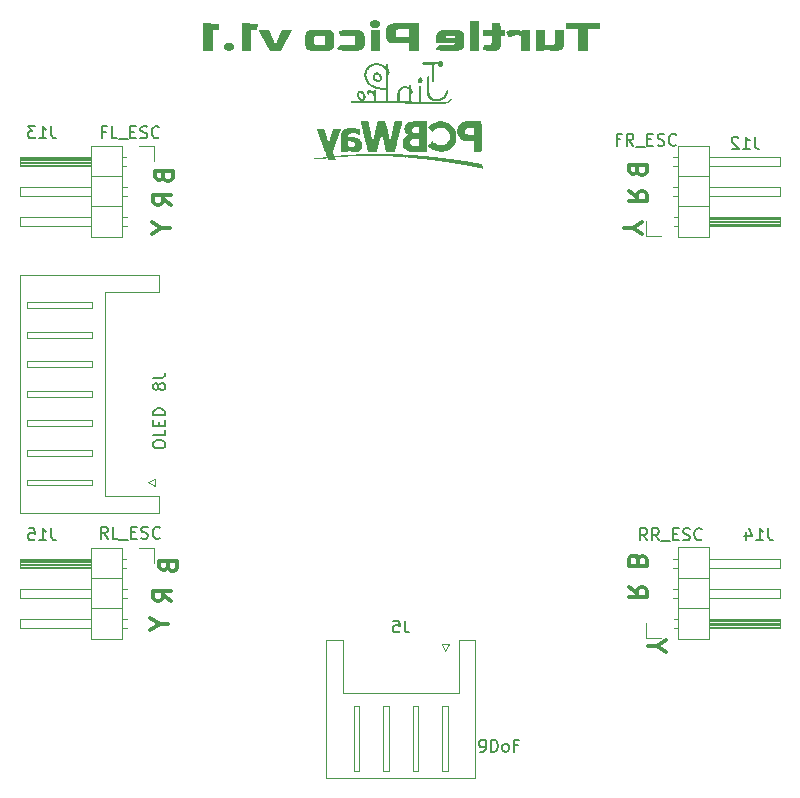
<source format=gbr>
%TF.GenerationSoftware,KiCad,Pcbnew,7.0.10-7.0.10~ubuntu22.04.1*%
%TF.CreationDate,2024-07-18T16:59:02+09:00*%
%TF.ProjectId,TurtlePico,54757274-6c65-4506-9963-6f2e6b696361,rev?*%
%TF.SameCoordinates,Original*%
%TF.FileFunction,Legend,Bot*%
%TF.FilePolarity,Positive*%
%FSLAX46Y46*%
G04 Gerber Fmt 4.6, Leading zero omitted, Abs format (unit mm)*
G04 Created by KiCad (PCBNEW 7.0.10-7.0.10~ubuntu22.04.1) date 2024-07-18 16:59:02*
%MOMM*%
%LPD*%
G01*
G04 APERTURE LIST*
%ADD10C,0.300000*%
%ADD11C,0.150000*%
%ADD12C,0.120000*%
G04 APERTURE END LIST*
D10*
X125451542Y-119458225D02*
X126165828Y-119458225D01*
X124665828Y-118958225D02*
X125451542Y-119458225D01*
X125451542Y-119458225D02*
X124665828Y-119958225D01*
X165172171Y-82789346D02*
X165886457Y-83289346D01*
X165172171Y-83646489D02*
X166672171Y-83646489D01*
X166672171Y-83646489D02*
X166672171Y-83075060D01*
X166672171Y-83075060D02*
X166600742Y-82932203D01*
X166600742Y-82932203D02*
X166529314Y-82860774D01*
X166529314Y-82860774D02*
X166386457Y-82789346D01*
X166386457Y-82789346D02*
X166172171Y-82789346D01*
X166172171Y-82789346D02*
X166029314Y-82860774D01*
X166029314Y-82860774D02*
X165957885Y-82932203D01*
X165957885Y-82932203D02*
X165886457Y-83075060D01*
X165886457Y-83075060D02*
X165886457Y-83646489D01*
X126142114Y-114592510D02*
X126213542Y-114806796D01*
X126213542Y-114806796D02*
X126284971Y-114878225D01*
X126284971Y-114878225D02*
X126427828Y-114949653D01*
X126427828Y-114949653D02*
X126642114Y-114949653D01*
X126642114Y-114949653D02*
X126784971Y-114878225D01*
X126784971Y-114878225D02*
X126856400Y-114806796D01*
X126856400Y-114806796D02*
X126927828Y-114663939D01*
X126927828Y-114663939D02*
X126927828Y-114092510D01*
X126927828Y-114092510D02*
X125427828Y-114092510D01*
X125427828Y-114092510D02*
X125427828Y-114592510D01*
X125427828Y-114592510D02*
X125499257Y-114735368D01*
X125499257Y-114735368D02*
X125570685Y-114806796D01*
X125570685Y-114806796D02*
X125713542Y-114878225D01*
X125713542Y-114878225D02*
X125856400Y-114878225D01*
X125856400Y-114878225D02*
X125999257Y-114806796D01*
X125999257Y-114806796D02*
X126070685Y-114735368D01*
X126070685Y-114735368D02*
X126142114Y-114592510D01*
X126142114Y-114592510D02*
X126142114Y-114092510D01*
X126419828Y-117489653D02*
X125705542Y-116989653D01*
X126419828Y-116632510D02*
X124919828Y-116632510D01*
X124919828Y-116632510D02*
X124919828Y-117203939D01*
X124919828Y-117203939D02*
X124991257Y-117346796D01*
X124991257Y-117346796D02*
X125062685Y-117418225D01*
X125062685Y-117418225D02*
X125205542Y-117489653D01*
X125205542Y-117489653D02*
X125419828Y-117489653D01*
X125419828Y-117489653D02*
X125562685Y-117418225D01*
X125562685Y-117418225D02*
X125634114Y-117346796D01*
X125634114Y-117346796D02*
X125705542Y-117203939D01*
X125705542Y-117203939D02*
X125705542Y-116632510D01*
X167537457Y-121333774D02*
X166823171Y-121333774D01*
X168323171Y-121833774D02*
X167537457Y-121333774D01*
X167537457Y-121333774D02*
X168323171Y-120833774D01*
X126419828Y-83961653D02*
X125705542Y-83461653D01*
X126419828Y-83104510D02*
X124919828Y-83104510D01*
X124919828Y-83104510D02*
X124919828Y-83675939D01*
X124919828Y-83675939D02*
X124991257Y-83818796D01*
X124991257Y-83818796D02*
X125062685Y-83890225D01*
X125062685Y-83890225D02*
X125205542Y-83961653D01*
X125205542Y-83961653D02*
X125419828Y-83961653D01*
X125419828Y-83961653D02*
X125562685Y-83890225D01*
X125562685Y-83890225D02*
X125634114Y-83818796D01*
X125634114Y-83818796D02*
X125705542Y-83675939D01*
X125705542Y-83675939D02*
X125705542Y-83104510D01*
X165505457Y-85900774D02*
X164791171Y-85900774D01*
X166291171Y-86400774D02*
X165505457Y-85900774D01*
X165505457Y-85900774D02*
X166291171Y-85400774D01*
X165893114Y-81064510D02*
X165964542Y-81278796D01*
X165964542Y-81278796D02*
X166035971Y-81350225D01*
X166035971Y-81350225D02*
X166178828Y-81421653D01*
X166178828Y-81421653D02*
X166393114Y-81421653D01*
X166393114Y-81421653D02*
X166535971Y-81350225D01*
X166535971Y-81350225D02*
X166607400Y-81278796D01*
X166607400Y-81278796D02*
X166678828Y-81135939D01*
X166678828Y-81135939D02*
X166678828Y-80564510D01*
X166678828Y-80564510D02*
X165178828Y-80564510D01*
X165178828Y-80564510D02*
X165178828Y-81064510D01*
X165178828Y-81064510D02*
X165250257Y-81207368D01*
X165250257Y-81207368D02*
X165321685Y-81278796D01*
X165321685Y-81278796D02*
X165464542Y-81350225D01*
X165464542Y-81350225D02*
X165607400Y-81350225D01*
X165607400Y-81350225D02*
X165750257Y-81278796D01*
X165750257Y-81278796D02*
X165821685Y-81207368D01*
X165821685Y-81207368D02*
X165893114Y-81064510D01*
X165893114Y-81064510D02*
X165893114Y-80564510D01*
X165957885Y-114007489D02*
X165886457Y-113793203D01*
X165886457Y-113793203D02*
X165815028Y-113721774D01*
X165815028Y-113721774D02*
X165672171Y-113650346D01*
X165672171Y-113650346D02*
X165457885Y-113650346D01*
X165457885Y-113650346D02*
X165315028Y-113721774D01*
X165315028Y-113721774D02*
X165243600Y-113793203D01*
X165243600Y-113793203D02*
X165172171Y-113936060D01*
X165172171Y-113936060D02*
X165172171Y-114507489D01*
X165172171Y-114507489D02*
X166672171Y-114507489D01*
X166672171Y-114507489D02*
X166672171Y-114007489D01*
X166672171Y-114007489D02*
X166600742Y-113864632D01*
X166600742Y-113864632D02*
X166529314Y-113793203D01*
X166529314Y-113793203D02*
X166386457Y-113721774D01*
X166386457Y-113721774D02*
X166243600Y-113721774D01*
X166243600Y-113721774D02*
X166100742Y-113793203D01*
X166100742Y-113793203D02*
X166029314Y-113864632D01*
X166029314Y-113864632D02*
X165957885Y-114007489D01*
X165957885Y-114007489D02*
X165957885Y-114507489D01*
X125578542Y-85930225D02*
X126292828Y-85930225D01*
X124792828Y-85430225D02*
X125578542Y-85930225D01*
X125578542Y-85930225D02*
X124792828Y-86430225D01*
G36*
X161716725Y-70898000D02*
G01*
X161716725Y-69103498D01*
X162721296Y-69103498D01*
X162721296Y-68578279D01*
X159880507Y-68578279D01*
X159880507Y-69103498D01*
X160897534Y-69103498D01*
X160897534Y-70898000D01*
X161716725Y-70898000D01*
G37*
G36*
X159021749Y-70898000D02*
G01*
X159056002Y-70897703D01*
X159089149Y-70896813D01*
X159121191Y-70895331D01*
X159152129Y-70893255D01*
X159181962Y-70890586D01*
X159224640Y-70885471D01*
X159264832Y-70879022D01*
X159302538Y-70871238D01*
X159337759Y-70862120D01*
X159370493Y-70851667D01*
X159400742Y-70839880D01*
X159428505Y-70826759D01*
X159437206Y-70822089D01*
X159462086Y-70807234D01*
X159492735Y-70785895D01*
X159520498Y-70762804D01*
X159545377Y-70737960D01*
X159567370Y-70711363D01*
X159586478Y-70683014D01*
X159602701Y-70652913D01*
X159616039Y-70621059D01*
X159618923Y-70612822D01*
X159629227Y-70579215D01*
X159638157Y-70544733D01*
X159645713Y-70509374D01*
X159650479Y-70482280D01*
X159654472Y-70454693D01*
X159657692Y-70426613D01*
X159660139Y-70398040D01*
X159661813Y-70368975D01*
X159662715Y-70339416D01*
X159662887Y-70319437D01*
X159662887Y-69147267D01*
X158886195Y-69147267D01*
X158886195Y-70248997D01*
X158884417Y-70276863D01*
X158876517Y-70309753D01*
X158862298Y-70337771D01*
X158841759Y-70360916D01*
X158814899Y-70379188D01*
X158781721Y-70392588D01*
X158752689Y-70399440D01*
X158720103Y-70403552D01*
X158683961Y-70404922D01*
X158202559Y-70404922D01*
X158170591Y-70404369D01*
X158140001Y-70402326D01*
X158108832Y-70396796D01*
X158093382Y-70389193D01*
X158081361Y-70362078D01*
X158077514Y-70334595D01*
X158075951Y-70303394D01*
X158075797Y-70287979D01*
X158075797Y-69147267D01*
X157295441Y-69147267D01*
X157295441Y-70898000D01*
X157907269Y-70898000D01*
X158067737Y-70819353D01*
X158099786Y-70825186D01*
X158132738Y-70830886D01*
X158166591Y-70836454D01*
X158201345Y-70841889D01*
X158237001Y-70847193D01*
X158273559Y-70852364D01*
X158311018Y-70857403D01*
X158349379Y-70862310D01*
X158388642Y-70867084D01*
X158428806Y-70871726D01*
X158456083Y-70874748D01*
X158497207Y-70878903D01*
X158538420Y-70882650D01*
X158579724Y-70885988D01*
X158621119Y-70888917D01*
X158662603Y-70891437D01*
X158704177Y-70893549D01*
X158745842Y-70895252D01*
X158787597Y-70896546D01*
X158829442Y-70897432D01*
X158871377Y-70897909D01*
X158899384Y-70898000D01*
X159021749Y-70898000D01*
G37*
G36*
X156804513Y-70898000D02*
G01*
X156804513Y-69147267D01*
X156205141Y-69147267D01*
X156045406Y-69225913D01*
X156020639Y-69211089D01*
X155994882Y-69197222D01*
X155968135Y-69184311D01*
X155940397Y-69172357D01*
X155911669Y-69161358D01*
X155881950Y-69151317D01*
X155851241Y-69142231D01*
X155819542Y-69134102D01*
X155786853Y-69126929D01*
X155753173Y-69120713D01*
X155718503Y-69115453D01*
X155682843Y-69111149D01*
X155646192Y-69107802D01*
X155608551Y-69105411D01*
X155569920Y-69103977D01*
X155530298Y-69103498D01*
X155491175Y-69103865D01*
X155452941Y-69104965D01*
X155415595Y-69106798D01*
X155379138Y-69109365D01*
X155343570Y-69112665D01*
X155308891Y-69116698D01*
X155275100Y-69121464D01*
X155242198Y-69126964D01*
X155210185Y-69133197D01*
X155179060Y-69140164D01*
X155158804Y-69145215D01*
X155129258Y-69153091D01*
X155100793Y-69161075D01*
X155064523Y-69171889D01*
X155030176Y-69182895D01*
X154997753Y-69194094D01*
X154967253Y-69205485D01*
X154938677Y-69217068D01*
X154912024Y-69228844D01*
X154899419Y-69234803D01*
X154870102Y-69248882D01*
X154839740Y-69264013D01*
X154810959Y-69279234D01*
X154784465Y-69294958D01*
X154774855Y-69301824D01*
X154985881Y-69811314D01*
X155011434Y-69795670D01*
X155041458Y-69779878D01*
X155072885Y-69764780D01*
X155103088Y-69751095D01*
X155129879Y-69739427D01*
X155144150Y-69733352D01*
X155173722Y-69720978D01*
X155204554Y-69708818D01*
X155236645Y-69696871D01*
X155269996Y-69685138D01*
X155304606Y-69673619D01*
X155340475Y-69662314D01*
X155377604Y-69651222D01*
X155406277Y-69643044D01*
X155415992Y-69640344D01*
X155445410Y-69632522D01*
X155475137Y-69625470D01*
X155505173Y-69619187D01*
X155535519Y-69613673D01*
X155566173Y-69608928D01*
X155597136Y-69604953D01*
X155628409Y-69601748D01*
X155659991Y-69599311D01*
X155691882Y-69597644D01*
X155724082Y-69596747D01*
X155745720Y-69596576D01*
X155791882Y-69596576D01*
X155827424Y-69597494D01*
X155860318Y-69600249D01*
X155890564Y-69604841D01*
X155923365Y-69612775D01*
X155952354Y-69623353D01*
X155973599Y-69634189D01*
X155998152Y-69654867D01*
X156014398Y-69679310D01*
X156026213Y-69709956D01*
X156032675Y-69740233D01*
X156035629Y-69767557D01*
X156036613Y-69797637D01*
X156036613Y-70898000D01*
X156804513Y-70898000D01*
G37*
G36*
X153757827Y-70898000D02*
G01*
X153797152Y-70897511D01*
X153834890Y-70896044D01*
X153871043Y-70893600D01*
X153905610Y-70890178D01*
X153938591Y-70885778D01*
X153969987Y-70880400D01*
X153999797Y-70874045D01*
X154041539Y-70862679D01*
X154079713Y-70849113D01*
X154114319Y-70833347D01*
X154145358Y-70815381D01*
X154172829Y-70795215D01*
X154196732Y-70772849D01*
X154217814Y-70748290D01*
X154236823Y-70721542D01*
X154253758Y-70692607D01*
X154268619Y-70661484D01*
X154281407Y-70628173D01*
X154292121Y-70592674D01*
X154300761Y-70554987D01*
X154307328Y-70515112D01*
X154310554Y-70487314D01*
X154312858Y-70458543D01*
X154314240Y-70428799D01*
X154314701Y-70398083D01*
X154314701Y-69640344D01*
X154661282Y-69640344D01*
X154661282Y-69147267D01*
X154483961Y-69147267D01*
X154453878Y-69145991D01*
X154422760Y-69141406D01*
X154391912Y-69132264D01*
X154368190Y-69120595D01*
X154345599Y-69101800D01*
X154328108Y-69076189D01*
X154316842Y-69047701D01*
X154311038Y-69022801D01*
X154230437Y-68578279D01*
X153538742Y-68578279D01*
X153538742Y-69147267D01*
X152833857Y-69147267D01*
X152833857Y-69640344D01*
X153538742Y-69640344D01*
X153538742Y-70244894D01*
X153537507Y-70273835D01*
X153532767Y-70304290D01*
X153522745Y-70333924D01*
X153505365Y-70360018D01*
X153488183Y-70374147D01*
X153459424Y-70387611D01*
X153429150Y-70396237D01*
X153399406Y-70401286D01*
X153366158Y-70404171D01*
X153335776Y-70404922D01*
X152913724Y-70404922D01*
X152829460Y-70858334D01*
X152859439Y-70862034D01*
X152893961Y-70865868D01*
X152924850Y-70869031D01*
X152958647Y-70872279D01*
X152995352Y-70875613D01*
X153024789Y-70878170D01*
X153055862Y-70880774D01*
X153088571Y-70883427D01*
X153099837Y-70884322D01*
X153134074Y-70886766D01*
X153168917Y-70888970D01*
X153204365Y-70890934D01*
X153240418Y-70892657D01*
X153277077Y-70894139D01*
X153314341Y-70895382D01*
X153352210Y-70896383D01*
X153390685Y-70897145D01*
X153429765Y-70897666D01*
X153469450Y-70897946D01*
X153496243Y-70898000D01*
X153757827Y-70898000D01*
G37*
G36*
X152460165Y-70898000D02*
G01*
X152460165Y-68732152D01*
X152501931Y-68403205D01*
X151691533Y-68403205D01*
X151691533Y-70898000D01*
X152460165Y-70898000D01*
G37*
G36*
X150563553Y-69147345D02*
G01*
X150597339Y-69147970D01*
X150630106Y-69149220D01*
X150661853Y-69151096D01*
X150692582Y-69153596D01*
X150722292Y-69156722D01*
X150764946Y-69162582D01*
X150805308Y-69169849D01*
X150843377Y-69178522D01*
X150879153Y-69188602D01*
X150912637Y-69200088D01*
X150943828Y-69212981D01*
X150972726Y-69227281D01*
X150999549Y-69242734D01*
X151024787Y-69259089D01*
X151048441Y-69276346D01*
X151070511Y-69294504D01*
X151097473Y-69320117D01*
X151121619Y-69347334D01*
X151142948Y-69376153D01*
X151161461Y-69406575D01*
X151177158Y-69438600D01*
X151180674Y-69446789D01*
X151193622Y-69480053D01*
X151204785Y-69514130D01*
X151214162Y-69549018D01*
X151221752Y-69584719D01*
X151226273Y-69612027D01*
X151229789Y-69639793D01*
X151232301Y-69668015D01*
X151233808Y-69696694D01*
X151234310Y-69725829D01*
X151234310Y-70316018D01*
X151233827Y-70347848D01*
X151232378Y-70378969D01*
X151229963Y-70409381D01*
X151226582Y-70439084D01*
X151222235Y-70468077D01*
X151216922Y-70496362D01*
X151210643Y-70523937D01*
X151203398Y-70550802D01*
X151192236Y-70585520D01*
X151179356Y-70618976D01*
X151168221Y-70642975D01*
X151150790Y-70673440D01*
X151130405Y-70702152D01*
X151107067Y-70729112D01*
X151080774Y-70754319D01*
X151051528Y-70777774D01*
X151027655Y-70794215D01*
X151002121Y-70809671D01*
X150974924Y-70824140D01*
X150955647Y-70833084D01*
X150924853Y-70845418D01*
X150891806Y-70856454D01*
X150856504Y-70866191D01*
X150818948Y-70874630D01*
X150779138Y-70881771D01*
X150737074Y-70887613D01*
X150707779Y-70890787D01*
X150677482Y-70893383D01*
X150646184Y-70895403D01*
X150613884Y-70896845D01*
X150580582Y-70897711D01*
X150546278Y-70898000D01*
X149647220Y-70898000D01*
X149606680Y-70897903D01*
X149567307Y-70897615D01*
X149529102Y-70897134D01*
X149492065Y-70896461D01*
X149456196Y-70895595D01*
X149421494Y-70894537D01*
X149387960Y-70893287D01*
X149355594Y-70891845D01*
X149324396Y-70890210D01*
X149294366Y-70888382D01*
X149251510Y-70885281D01*
X149211281Y-70881747D01*
X149173680Y-70877780D01*
X149138707Y-70873380D01*
X149106000Y-70868679D01*
X149075200Y-70863811D01*
X149046306Y-70858774D01*
X149010745Y-70851796D01*
X148978574Y-70844519D01*
X148949792Y-70836943D01*
X148918579Y-70827052D01*
X148888114Y-70814566D01*
X148875281Y-70808119D01*
X148847231Y-70790573D01*
X148826404Y-70770221D01*
X148816306Y-70742075D01*
X149069098Y-70393296D01*
X149077943Y-70394011D01*
X149116217Y-70396645D01*
X149147957Y-70398382D01*
X149182300Y-70399915D01*
X149219244Y-70401244D01*
X149258790Y-70402368D01*
X149300937Y-70403287D01*
X149330481Y-70403787D01*
X149361181Y-70404195D01*
X149393038Y-70404513D01*
X149426051Y-70404740D01*
X149460220Y-70404877D01*
X149495546Y-70404922D01*
X149531644Y-70404922D01*
X149568131Y-70404922D01*
X149605008Y-70404922D01*
X149642274Y-70404922D01*
X149679930Y-70404922D01*
X149717974Y-70404922D01*
X149756408Y-70404922D01*
X149795232Y-70404922D01*
X149834444Y-70404922D01*
X149874046Y-70404922D01*
X149914037Y-70404922D01*
X149954417Y-70404922D01*
X149995186Y-70404922D01*
X150036345Y-70404922D01*
X150077893Y-70404922D01*
X150119830Y-70404922D01*
X150250989Y-70404922D01*
X150275993Y-70404364D01*
X150310408Y-70401433D01*
X150341114Y-70395989D01*
X150376285Y-70384822D01*
X150404862Y-70369189D01*
X150426844Y-70349090D01*
X150442231Y-70324523D01*
X150451024Y-70295491D01*
X150453222Y-70261991D01*
X150453222Y-70208648D01*
X150442783Y-70208713D01*
X150412705Y-70209434D01*
X150376938Y-70210957D01*
X150344228Y-70212752D01*
X150307878Y-70215060D01*
X150278226Y-70217128D01*
X150246526Y-70219484D01*
X150212779Y-70222128D01*
X150176983Y-70225062D01*
X150138553Y-70227995D01*
X150096904Y-70230640D01*
X150067349Y-70232242D01*
X150036362Y-70233717D01*
X150003945Y-70235063D01*
X149970096Y-70236282D01*
X149934816Y-70237371D01*
X149898105Y-70238333D01*
X149859964Y-70239167D01*
X149820390Y-70239872D01*
X149779386Y-70240449D01*
X149736951Y-70240898D01*
X149693085Y-70241218D01*
X149647787Y-70241411D01*
X149601058Y-70241475D01*
X148862468Y-70241475D01*
X148862468Y-69847560D01*
X149642824Y-69847560D01*
X150453222Y-69847560D01*
X150453222Y-69793533D01*
X150451444Y-69766157D01*
X150443545Y-69733843D01*
X150429325Y-69706317D01*
X150408786Y-69683578D01*
X150381927Y-69665626D01*
X150348748Y-69652462D01*
X150319716Y-69645730D01*
X150287130Y-69641691D01*
X150250989Y-69640344D01*
X150006257Y-69640344D01*
X149973119Y-69640410D01*
X149941849Y-69640609D01*
X149912446Y-69640939D01*
X149876147Y-69641586D01*
X149843169Y-69642467D01*
X149813510Y-69643584D01*
X149781106Y-69645310D01*
X149749070Y-69647867D01*
X149744367Y-69648360D01*
X149711074Y-69653938D01*
X149680276Y-69664997D01*
X149658211Y-69686164D01*
X149651479Y-69704415D01*
X149646205Y-69731794D01*
X149643560Y-69762216D01*
X149642824Y-69793533D01*
X149642824Y-69847560D01*
X148862468Y-69847560D01*
X148862468Y-69734036D01*
X148862723Y-69712400D01*
X148864060Y-69680558D01*
X148866544Y-69649448D01*
X148870174Y-69619072D01*
X148874950Y-69589430D01*
X148880873Y-69560521D01*
X148887942Y-69532345D01*
X148896157Y-69504902D01*
X148905519Y-69478193D01*
X148916027Y-69452216D01*
X148927681Y-69426974D01*
X148931865Y-69418698D01*
X148950761Y-69386769D01*
X148967202Y-69364057D01*
X148985589Y-69342402D01*
X149005920Y-69321806D01*
X149028196Y-69302267D01*
X149052417Y-69283786D01*
X149078582Y-69266363D01*
X149106693Y-69249998D01*
X149136748Y-69234691D01*
X149168749Y-69220442D01*
X149202936Y-69207365D01*
X149239829Y-69195574D01*
X149279426Y-69185069D01*
X149321729Y-69175851D01*
X149351433Y-69170420D01*
X149382339Y-69165561D01*
X149414447Y-69161273D01*
X149447758Y-69157557D01*
X149482271Y-69154413D01*
X149517985Y-69151840D01*
X149554902Y-69149839D01*
X149593021Y-69148410D01*
X149632343Y-69147553D01*
X149672866Y-69147267D01*
X150546278Y-69147267D01*
X150563553Y-69147345D01*
G37*
G36*
X147358176Y-68887392D02*
G01*
X147358176Y-70898000D01*
X146534590Y-70898000D01*
X146534590Y-70266094D01*
X146512271Y-70269516D01*
X146479326Y-70273556D01*
X146442742Y-70276996D01*
X146412914Y-70279184D01*
X146381038Y-70281036D01*
X146347114Y-70282550D01*
X146311142Y-70283728D01*
X146273123Y-70284570D01*
X146233055Y-70285075D01*
X146190940Y-70285243D01*
X146176525Y-70285243D01*
X146132860Y-70285243D01*
X146103399Y-70285243D01*
X146073657Y-70285243D01*
X146043636Y-70285243D01*
X146013333Y-70285243D01*
X145982750Y-70285243D01*
X145951887Y-70285243D01*
X145920743Y-70285243D01*
X145889319Y-70285243D01*
X145857614Y-70285243D01*
X145825629Y-70285243D01*
X145793363Y-70285243D01*
X145760817Y-70285243D01*
X145727990Y-70285243D01*
X145694883Y-70285243D01*
X145403989Y-70285243D01*
X145363377Y-70284869D01*
X145323973Y-70283747D01*
X145285777Y-70281877D01*
X145248788Y-70279259D01*
X145213008Y-70275893D01*
X145178435Y-70271779D01*
X145145070Y-70266917D01*
X145112913Y-70261307D01*
X145081964Y-70254949D01*
X145052222Y-70247843D01*
X145009875Y-70235782D01*
X144970246Y-70222038D01*
X144933334Y-70206610D01*
X144899139Y-70189500D01*
X144877678Y-70177206D01*
X144847097Y-70157864D01*
X144818448Y-70137439D01*
X144791730Y-70115933D01*
X144766945Y-70093345D01*
X144744091Y-70069675D01*
X144723170Y-70044923D01*
X144704181Y-70019090D01*
X144687123Y-69992174D01*
X144671998Y-69964176D01*
X144658804Y-69935096D01*
X144650908Y-69915149D01*
X144640018Y-69884797D01*
X144630274Y-69853928D01*
X144621676Y-69822543D01*
X144614225Y-69790640D01*
X144607921Y-69758221D01*
X144602762Y-69725284D01*
X144598750Y-69691831D01*
X144595884Y-69657861D01*
X144594165Y-69623373D01*
X144593592Y-69588369D01*
X144593592Y-69537078D01*
X145412049Y-69537078D01*
X145412908Y-69565470D01*
X145416396Y-69598105D01*
X145422568Y-69627567D01*
X145433516Y-69658734D01*
X145448328Y-69685333D01*
X145467004Y-69707364D01*
X145474203Y-69713741D01*
X145499748Y-69730403D01*
X145531218Y-69743362D01*
X145561969Y-69751332D01*
X145596834Y-69756732D01*
X145627689Y-69759200D01*
X145661177Y-69760023D01*
X146534590Y-69760023D01*
X146534590Y-69103498D01*
X145656781Y-69103498D01*
X145639192Y-69103712D01*
X145606197Y-69105422D01*
X145576109Y-69108841D01*
X145542589Y-69115520D01*
X145513612Y-69124870D01*
X145484839Y-69139616D01*
X145462608Y-69158209D01*
X145459497Y-69161690D01*
X145442908Y-69185155D01*
X145429873Y-69213045D01*
X145421727Y-69239665D01*
X145416049Y-69269358D01*
X145412839Y-69302123D01*
X145412049Y-69330547D01*
X145412049Y-69537078D01*
X144593592Y-69537078D01*
X144593592Y-69279256D01*
X144594027Y-69244250D01*
X144595332Y-69209671D01*
X144597507Y-69175520D01*
X144600553Y-69141796D01*
X144604468Y-69108499D01*
X144609254Y-69075630D01*
X144614909Y-69043189D01*
X144621435Y-69011175D01*
X144629140Y-68979866D01*
X144638700Y-68949540D01*
X144650115Y-68920197D01*
X144663384Y-68891838D01*
X144678508Y-68864461D01*
X144695487Y-68838068D01*
X144714320Y-68812657D01*
X144735008Y-68788230D01*
X144740494Y-68782242D01*
X144764085Y-68759065D01*
X144790308Y-68737127D01*
X144819165Y-68716429D01*
X144850656Y-68696971D01*
X144876001Y-68683190D01*
X144902828Y-68670107D01*
X144931136Y-68657721D01*
X144960925Y-68646032D01*
X144992196Y-68635041D01*
X145025192Y-68624897D01*
X145060159Y-68615750D01*
X145097097Y-68607602D01*
X145136005Y-68600451D01*
X145176884Y-68594298D01*
X145219734Y-68589143D01*
X145249395Y-68586261D01*
X145279932Y-68583822D01*
X145311345Y-68581826D01*
X145343634Y-68580274D01*
X145376798Y-68579166D01*
X145410839Y-68578500D01*
X145445755Y-68578279D01*
X147399942Y-68578279D01*
X147358176Y-68887392D01*
G37*
G36*
X143679146Y-68972193D02*
G01*
X143730698Y-68970903D01*
X143778923Y-68967032D01*
X143823823Y-68960581D01*
X143865397Y-68951549D01*
X143903645Y-68939936D01*
X143938567Y-68925743D01*
X143970163Y-68908969D01*
X143998433Y-68889615D01*
X144023377Y-68867680D01*
X144044995Y-68843165D01*
X144063288Y-68816069D01*
X144078254Y-68786392D01*
X144089895Y-68754135D01*
X144098210Y-68719297D01*
X144103199Y-68681878D01*
X144104862Y-68641879D01*
X144103921Y-68608378D01*
X144101101Y-68576860D01*
X144096400Y-68547326D01*
X144089818Y-68519775D01*
X144078117Y-68486126D01*
X144063073Y-68456003D01*
X144044686Y-68429407D01*
X144022956Y-68406336D01*
X143997883Y-68386792D01*
X143969341Y-68370123D01*
X143937571Y-68355676D01*
X143902571Y-68343451D01*
X143874203Y-68335742D01*
X143844019Y-68329282D01*
X143812019Y-68324073D01*
X143778202Y-68320114D01*
X143742570Y-68317405D01*
X143705121Y-68315947D01*
X143679146Y-68315669D01*
X143638169Y-68316294D01*
X143599316Y-68318169D01*
X143562589Y-68321295D01*
X143527987Y-68325670D01*
X143495510Y-68331296D01*
X143465158Y-68338173D01*
X143436932Y-68346299D01*
X143402602Y-68359079D01*
X143372051Y-68374082D01*
X143351617Y-68386792D01*
X143327402Y-68406336D01*
X143306417Y-68429407D01*
X143288659Y-68456003D01*
X143274131Y-68486126D01*
X143262831Y-68519775D01*
X143256474Y-68547326D01*
X143251934Y-68576860D01*
X143249210Y-68608378D01*
X143248302Y-68641879D01*
X143249985Y-68681878D01*
X143255034Y-68719297D01*
X143263449Y-68754135D01*
X143275230Y-68786392D01*
X143290377Y-68816069D01*
X143308889Y-68843165D01*
X143330768Y-68867680D01*
X143356013Y-68889615D01*
X143384624Y-68908969D01*
X143416601Y-68925743D01*
X143451943Y-68939936D01*
X143490652Y-68951549D01*
X143532727Y-68960581D01*
X143578167Y-68967032D01*
X143626974Y-68970903D01*
X143679146Y-68972193D01*
G37*
G36*
X144067493Y-70898000D02*
G01*
X144067493Y-69147267D01*
X143298860Y-69147267D01*
X143298860Y-70898000D01*
X144067493Y-70898000D01*
G37*
G36*
X142105245Y-70898000D02*
G01*
X142139549Y-70897711D01*
X142172851Y-70896845D01*
X142205151Y-70895403D01*
X142236450Y-70893383D01*
X142266746Y-70890787D01*
X142296041Y-70887613D01*
X142338105Y-70881771D01*
X142377915Y-70874630D01*
X142415471Y-70866191D01*
X142450773Y-70856454D01*
X142483821Y-70845418D01*
X142514615Y-70833084D01*
X142533892Y-70824140D01*
X142561088Y-70809671D01*
X142586622Y-70794215D01*
X142610495Y-70777774D01*
X142639742Y-70754319D01*
X142666034Y-70729112D01*
X142689373Y-70702152D01*
X142709757Y-70673440D01*
X142727188Y-70642975D01*
X142738323Y-70618976D01*
X142751203Y-70585520D01*
X142762366Y-70550802D01*
X142769611Y-70523937D01*
X142775890Y-70496362D01*
X142781203Y-70468077D01*
X142785550Y-70439084D01*
X142788931Y-70409381D01*
X142791346Y-70378969D01*
X142792795Y-70347848D01*
X142793278Y-70316018D01*
X142793278Y-69725829D01*
X142792775Y-69696694D01*
X142791268Y-69668015D01*
X142788757Y-69639793D01*
X142785240Y-69612027D01*
X142780720Y-69584719D01*
X142773129Y-69549018D01*
X142763752Y-69514130D01*
X142752590Y-69480053D01*
X142739641Y-69446789D01*
X142736125Y-69438600D01*
X142720428Y-69406575D01*
X142701915Y-69376153D01*
X142680586Y-69347334D01*
X142656441Y-69320117D01*
X142629478Y-69294504D01*
X142607409Y-69276346D01*
X142583754Y-69259089D01*
X142558516Y-69242734D01*
X142531693Y-69227281D01*
X142502795Y-69212981D01*
X142471604Y-69200088D01*
X142438120Y-69188602D01*
X142402344Y-69178522D01*
X142364275Y-69169849D01*
X142323913Y-69162582D01*
X142281259Y-69156722D01*
X142251549Y-69153596D01*
X142220821Y-69151096D01*
X142189073Y-69149220D01*
X142156306Y-69147970D01*
X142122520Y-69147345D01*
X142105245Y-69147267D01*
X141565225Y-69147267D01*
X141535114Y-69147306D01*
X141505507Y-69147422D01*
X141447805Y-69147887D01*
X141392117Y-69148661D01*
X141338445Y-69149746D01*
X141286788Y-69151140D01*
X141237145Y-69152845D01*
X141189518Y-69154859D01*
X141143906Y-69157183D01*
X141100308Y-69159817D01*
X141058726Y-69162761D01*
X141019159Y-69166015D01*
X140981606Y-69169578D01*
X140946069Y-69173452D01*
X140912547Y-69177635D01*
X140881039Y-69182129D01*
X140851547Y-69186932D01*
X140810565Y-69194241D01*
X140773073Y-69201550D01*
X140739072Y-69208859D01*
X140708562Y-69216168D01*
X140673311Y-69225913D01*
X140644265Y-69235658D01*
X140616684Y-69247840D01*
X140594359Y-69264894D01*
X140721121Y-69680693D01*
X140752334Y-69677945D01*
X140782353Y-69675482D01*
X140816860Y-69672784D01*
X140855855Y-69669851D01*
X140888046Y-69667496D01*
X140922762Y-69665010D01*
X140960002Y-69662391D01*
X140999767Y-69659640D01*
X141042056Y-69656757D01*
X141085889Y-69653824D01*
X141115576Y-69652029D01*
X141145635Y-69650362D01*
X141176066Y-69648823D01*
X141206869Y-69647413D01*
X141238045Y-69646130D01*
X141269592Y-69644976D01*
X141301512Y-69643951D01*
X141333803Y-69643053D01*
X141366467Y-69642284D01*
X141399503Y-69641643D01*
X141432911Y-69641130D01*
X141466690Y-69640745D01*
X141500842Y-69640488D01*
X141535367Y-69640360D01*
X141552768Y-69640344D01*
X141809956Y-69640344D01*
X141842746Y-69641296D01*
X141872424Y-69644151D01*
X141903928Y-69650090D01*
X141935018Y-69660482D01*
X141963080Y-69676927D01*
X141966027Y-69679325D01*
X141986223Y-69701252D01*
X142000648Y-69728052D01*
X142008537Y-69755499D01*
X142012009Y-69786676D01*
X142012189Y-69796269D01*
X142012189Y-70248997D01*
X142010721Y-70276863D01*
X142005296Y-70305908D01*
X141994202Y-70334535D01*
X141977887Y-70358289D01*
X141970423Y-70365941D01*
X141944457Y-70382995D01*
X141913998Y-70393921D01*
X141882142Y-70400316D01*
X141851541Y-70403552D01*
X141817255Y-70404884D01*
X141809956Y-70404922D01*
X141594534Y-70404922D01*
X141555854Y-70404922D01*
X141517849Y-70404922D01*
X141480520Y-70404922D01*
X141443866Y-70404922D01*
X141407888Y-70404922D01*
X141372586Y-70404922D01*
X141337958Y-70404922D01*
X141304007Y-70404922D01*
X141270731Y-70404922D01*
X141238130Y-70404922D01*
X141206205Y-70404922D01*
X141174955Y-70404922D01*
X141144381Y-70404922D01*
X141114482Y-70404922D01*
X141070900Y-70404922D01*
X141056711Y-70404922D01*
X141015452Y-70404820D01*
X140976305Y-70404513D01*
X140939271Y-70404002D01*
X140904349Y-70403287D01*
X140871540Y-70402368D01*
X140840842Y-70401244D01*
X140803198Y-70399427D01*
X140769310Y-70397247D01*
X140739176Y-70394704D01*
X140725518Y-70393296D01*
X140471994Y-70742075D01*
X140485045Y-70768618D01*
X140511964Y-70788357D01*
X140538068Y-70801436D01*
X140570697Y-70814451D01*
X140599452Y-70824171D01*
X140631877Y-70833854D01*
X140667973Y-70843501D01*
X140680821Y-70846709D01*
X140721780Y-70855875D01*
X140751089Y-70861485D01*
X140782001Y-70866694D01*
X140814516Y-70871502D01*
X140848633Y-70875910D01*
X140884354Y-70879917D01*
X140921677Y-70883524D01*
X140960603Y-70886730D01*
X141001132Y-70889534D01*
X141043264Y-70891939D01*
X141086999Y-70893942D01*
X141132337Y-70895545D01*
X141179277Y-70896747D01*
X141227820Y-70897549D01*
X141277966Y-70897949D01*
X141303640Y-70898000D01*
X142105245Y-70898000D01*
G37*
G36*
X139603389Y-69147342D02*
G01*
X139637089Y-69147940D01*
X139669684Y-69149137D01*
X139701174Y-69150932D01*
X139731559Y-69153326D01*
X139760840Y-69156317D01*
X139802689Y-69161927D01*
X139842052Y-69168884D01*
X139878930Y-69177187D01*
X139913322Y-69186836D01*
X139945228Y-69197831D01*
X139974648Y-69210173D01*
X140001582Y-69223861D01*
X140034429Y-69243705D01*
X140064459Y-69265279D01*
X140091673Y-69288584D01*
X140116071Y-69313621D01*
X140137652Y-69340388D01*
X140156417Y-69368887D01*
X140172365Y-69399116D01*
X140185497Y-69431077D01*
X140193746Y-69455863D01*
X140203484Y-69489827D01*
X140211778Y-69524839D01*
X140217053Y-69551784D01*
X140221516Y-69579319D01*
X140225167Y-69607443D01*
X140228007Y-69636156D01*
X140230036Y-69665458D01*
X140231253Y-69695349D01*
X140231659Y-69725829D01*
X140231659Y-70316018D01*
X140231272Y-70347848D01*
X140230113Y-70378969D01*
X140228181Y-70409381D01*
X140225476Y-70439084D01*
X140221999Y-70468077D01*
X140217748Y-70496362D01*
X140212725Y-70523937D01*
X140206929Y-70550802D01*
X140197999Y-70585520D01*
X140187695Y-70618976D01*
X140184809Y-70627086D01*
X140171420Y-70658426D01*
X140155076Y-70688015D01*
X140135779Y-70715851D01*
X140113528Y-70741935D01*
X140088324Y-70766266D01*
X140060165Y-70788845D01*
X140029053Y-70809671D01*
X140003780Y-70824140D01*
X139994943Y-70828685D01*
X139966800Y-70841451D01*
X139936210Y-70852920D01*
X139903173Y-70863090D01*
X139867689Y-70871961D01*
X139829757Y-70879535D01*
X139789378Y-70885810D01*
X139746552Y-70890787D01*
X139716642Y-70893383D01*
X139685644Y-70895403D01*
X139653559Y-70896845D01*
X139620386Y-70897711D01*
X139586125Y-70898000D01*
X138412294Y-70898000D01*
X138395029Y-70897927D01*
X138361330Y-70897350D01*
X138328735Y-70896196D01*
X138297245Y-70894465D01*
X138266859Y-70892157D01*
X138237579Y-70889272D01*
X138195729Y-70883862D01*
X138156366Y-70877155D01*
X138119488Y-70869148D01*
X138085097Y-70859844D01*
X138053191Y-70849241D01*
X138023771Y-70837340D01*
X137996837Y-70824140D01*
X137964035Y-70804629D01*
X137934142Y-70783364D01*
X137907157Y-70760347D01*
X137883080Y-70735578D01*
X137861911Y-70709056D01*
X137843650Y-70680782D01*
X137828298Y-70650756D01*
X137815853Y-70618976D01*
X137805377Y-70585520D01*
X137796298Y-70550802D01*
X137790405Y-70523937D01*
X137785298Y-70496362D01*
X137780977Y-70468077D01*
X137777442Y-70439084D01*
X137774692Y-70409381D01*
X137772728Y-70378969D01*
X137771549Y-70347848D01*
X137771156Y-70316018D01*
X137771156Y-70248997D01*
X138547848Y-70248997D01*
X138548840Y-70276863D01*
X138555813Y-70309753D01*
X138569242Y-70337771D01*
X138589129Y-70360916D01*
X138615473Y-70379188D01*
X138648274Y-70392588D01*
X138677112Y-70399440D01*
X138709582Y-70403552D01*
X138745685Y-70404922D01*
X139248337Y-70404922D01*
X139284446Y-70403552D01*
X139316936Y-70399440D01*
X139345806Y-70392588D01*
X139378670Y-70379188D01*
X139405100Y-70360916D01*
X139425095Y-70337771D01*
X139438657Y-70309753D01*
X139445784Y-70276863D01*
X139446906Y-70248997D01*
X139446906Y-69796269D01*
X139446726Y-69786676D01*
X139443255Y-69755499D01*
X139435366Y-69728052D01*
X139420940Y-69701252D01*
X139400744Y-69679325D01*
X139394636Y-69674605D01*
X139369382Y-69660482D01*
X139338096Y-69650090D01*
X139306480Y-69644151D01*
X139276749Y-69641296D01*
X139243941Y-69640344D01*
X138745685Y-69640344D01*
X138713160Y-69641296D01*
X138678332Y-69644950D01*
X138648090Y-69651346D01*
X138618603Y-69662271D01*
X138592545Y-69679325D01*
X138584557Y-69686977D01*
X138567098Y-69710731D01*
X138555225Y-69739358D01*
X138549420Y-69768403D01*
X138547848Y-69796269D01*
X138547848Y-70248997D01*
X137771156Y-70248997D01*
X137771156Y-69725829D01*
X137771331Y-69705444D01*
X137772247Y-69675356D01*
X137773950Y-69645858D01*
X137776438Y-69616949D01*
X137779711Y-69588628D01*
X137783771Y-69560897D01*
X137788616Y-69533755D01*
X137796298Y-69498482D01*
X137805377Y-69464256D01*
X137815853Y-69431077D01*
X137818691Y-69422924D01*
X137831863Y-69391397D01*
X137847943Y-69361600D01*
X137866931Y-69333534D01*
X137888827Y-69307199D01*
X137913631Y-69282596D01*
X137941343Y-69259723D01*
X137971963Y-69238581D01*
X137996837Y-69223861D01*
X138005538Y-69219149D01*
X138033301Y-69205909D01*
X138063550Y-69194016D01*
X138096284Y-69183470D01*
X138131505Y-69174269D01*
X138169211Y-69166415D01*
X138209403Y-69159908D01*
X138252081Y-69154747D01*
X138281914Y-69152054D01*
X138312851Y-69149960D01*
X138344894Y-69148464D01*
X138378041Y-69147566D01*
X138412294Y-69147267D01*
X139586125Y-69147267D01*
X139603389Y-69147342D01*
G37*
G36*
X135694603Y-70898000D02*
G01*
X136610514Y-69147267D01*
X135762747Y-69147267D01*
X135361212Y-70119060D01*
X135252035Y-70404922D01*
X135209537Y-70404922D01*
X135099628Y-70119060D01*
X134694429Y-69147267D01*
X133854722Y-69147267D01*
X133922133Y-69385941D01*
X134762573Y-70898000D01*
X135694603Y-70898000D01*
G37*
G36*
X133206990Y-70898000D02*
G01*
X133206990Y-69130854D01*
X133713305Y-69165732D01*
X133743347Y-68677441D01*
X132396592Y-68560498D01*
X132396592Y-70898000D01*
X133206990Y-70898000D01*
G37*
G36*
X131304827Y-70898000D02*
G01*
X131356467Y-70896709D01*
X131404776Y-70892838D01*
X131449752Y-70886387D01*
X131491398Y-70877355D01*
X131529711Y-70865742D01*
X131564694Y-70851549D01*
X131596344Y-70834775D01*
X131624663Y-70815421D01*
X131649650Y-70793486D01*
X131671306Y-70768971D01*
X131689629Y-70741875D01*
X131704622Y-70712198D01*
X131716282Y-70679941D01*
X131724612Y-70645103D01*
X131729609Y-70607684D01*
X131731275Y-70567685D01*
X131730328Y-70534184D01*
X131727488Y-70502666D01*
X131722755Y-70473132D01*
X131716128Y-70445581D01*
X131704347Y-70411932D01*
X131689200Y-70381809D01*
X131670687Y-70355213D01*
X131648808Y-70332142D01*
X131623564Y-70312598D01*
X131595022Y-70295929D01*
X131563251Y-70281482D01*
X131528252Y-70269257D01*
X131499884Y-70261548D01*
X131469699Y-70255088D01*
X131437699Y-70249879D01*
X131403883Y-70245920D01*
X131368250Y-70243211D01*
X131330801Y-70241753D01*
X131304827Y-70241475D01*
X131263980Y-70242100D01*
X131225246Y-70243975D01*
X131188623Y-70247101D01*
X131154114Y-70251476D01*
X131121716Y-70257102D01*
X131091431Y-70263979D01*
X131063258Y-70272105D01*
X131028980Y-70284885D01*
X130998458Y-70299888D01*
X130978030Y-70312598D01*
X130953815Y-70332142D01*
X130932830Y-70355213D01*
X130915072Y-70381809D01*
X130900544Y-70411932D01*
X130889244Y-70445581D01*
X130882887Y-70473132D01*
X130878347Y-70502666D01*
X130875623Y-70534184D01*
X130874715Y-70567685D01*
X130876395Y-70607684D01*
X130881436Y-70645103D01*
X130889836Y-70679941D01*
X130901597Y-70712198D01*
X130916718Y-70741875D01*
X130935200Y-70768971D01*
X130957041Y-70793486D01*
X130982243Y-70815421D01*
X131010805Y-70834775D01*
X131042727Y-70851549D01*
X131078010Y-70865742D01*
X131116653Y-70877355D01*
X131158656Y-70886387D01*
X131204019Y-70892838D01*
X131252743Y-70896709D01*
X131304827Y-70898000D01*
G37*
G36*
X129924366Y-70898000D02*
G01*
X129924366Y-69130854D01*
X130430682Y-69165732D01*
X130460723Y-68677441D01*
X129113968Y-68560498D01*
X129113968Y-70898000D01*
X129924366Y-70898000D01*
G37*
X125761114Y-81572510D02*
X125832542Y-81786796D01*
X125832542Y-81786796D02*
X125903971Y-81858225D01*
X125903971Y-81858225D02*
X126046828Y-81929653D01*
X126046828Y-81929653D02*
X126261114Y-81929653D01*
X126261114Y-81929653D02*
X126403971Y-81858225D01*
X126403971Y-81858225D02*
X126475400Y-81786796D01*
X126475400Y-81786796D02*
X126546828Y-81643939D01*
X126546828Y-81643939D02*
X126546828Y-81072510D01*
X126546828Y-81072510D02*
X125046828Y-81072510D01*
X125046828Y-81072510D02*
X125046828Y-81572510D01*
X125046828Y-81572510D02*
X125118257Y-81715368D01*
X125118257Y-81715368D02*
X125189685Y-81786796D01*
X125189685Y-81786796D02*
X125332542Y-81858225D01*
X125332542Y-81858225D02*
X125475400Y-81858225D01*
X125475400Y-81858225D02*
X125618257Y-81786796D01*
X125618257Y-81786796D02*
X125689685Y-81715368D01*
X125689685Y-81715368D02*
X125761114Y-81572510D01*
X125761114Y-81572510D02*
X125761114Y-81072510D01*
X165172171Y-116317346D02*
X165886457Y-116817346D01*
X165172171Y-117174489D02*
X166672171Y-117174489D01*
X166672171Y-117174489D02*
X166672171Y-116603060D01*
X166672171Y-116603060D02*
X166600742Y-116460203D01*
X166600742Y-116460203D02*
X166529314Y-116388774D01*
X166529314Y-116388774D02*
X166386457Y-116317346D01*
X166386457Y-116317346D02*
X166172171Y-116317346D01*
X166172171Y-116317346D02*
X166029314Y-116388774D01*
X166029314Y-116388774D02*
X165957885Y-116460203D01*
X165957885Y-116460203D02*
X165886457Y-116603060D01*
X165886457Y-116603060D02*
X165886457Y-117174489D01*
D11*
X176958523Y-111341819D02*
X176958523Y-112056104D01*
X176958523Y-112056104D02*
X177006142Y-112198961D01*
X177006142Y-112198961D02*
X177101380Y-112294200D01*
X177101380Y-112294200D02*
X177244237Y-112341819D01*
X177244237Y-112341819D02*
X177339475Y-112341819D01*
X175958523Y-112341819D02*
X176529951Y-112341819D01*
X176244237Y-112341819D02*
X176244237Y-111341819D01*
X176244237Y-111341819D02*
X176339475Y-111484676D01*
X176339475Y-111484676D02*
X176434713Y-111579914D01*
X176434713Y-111579914D02*
X176529951Y-111627533D01*
X175101380Y-111675152D02*
X175101380Y-112341819D01*
X175339475Y-111294200D02*
X175577570Y-112008485D01*
X175577570Y-112008485D02*
X174958523Y-112008485D01*
X166712999Y-112341819D02*
X166379666Y-111865628D01*
X166141571Y-112341819D02*
X166141571Y-111341819D01*
X166141571Y-111341819D02*
X166522523Y-111341819D01*
X166522523Y-111341819D02*
X166617761Y-111389438D01*
X166617761Y-111389438D02*
X166665380Y-111437057D01*
X166665380Y-111437057D02*
X166712999Y-111532295D01*
X166712999Y-111532295D02*
X166712999Y-111675152D01*
X166712999Y-111675152D02*
X166665380Y-111770390D01*
X166665380Y-111770390D02*
X166617761Y-111818009D01*
X166617761Y-111818009D02*
X166522523Y-111865628D01*
X166522523Y-111865628D02*
X166141571Y-111865628D01*
X167712999Y-112341819D02*
X167379666Y-111865628D01*
X167141571Y-112341819D02*
X167141571Y-111341819D01*
X167141571Y-111341819D02*
X167522523Y-111341819D01*
X167522523Y-111341819D02*
X167617761Y-111389438D01*
X167617761Y-111389438D02*
X167665380Y-111437057D01*
X167665380Y-111437057D02*
X167712999Y-111532295D01*
X167712999Y-111532295D02*
X167712999Y-111675152D01*
X167712999Y-111675152D02*
X167665380Y-111770390D01*
X167665380Y-111770390D02*
X167617761Y-111818009D01*
X167617761Y-111818009D02*
X167522523Y-111865628D01*
X167522523Y-111865628D02*
X167141571Y-111865628D01*
X167903476Y-112437057D02*
X168665380Y-112437057D01*
X168903476Y-111818009D02*
X169236809Y-111818009D01*
X169379666Y-112341819D02*
X168903476Y-112341819D01*
X168903476Y-112341819D02*
X168903476Y-111341819D01*
X168903476Y-111341819D02*
X169379666Y-111341819D01*
X169760619Y-112294200D02*
X169903476Y-112341819D01*
X169903476Y-112341819D02*
X170141571Y-112341819D01*
X170141571Y-112341819D02*
X170236809Y-112294200D01*
X170236809Y-112294200D02*
X170284428Y-112246580D01*
X170284428Y-112246580D02*
X170332047Y-112151342D01*
X170332047Y-112151342D02*
X170332047Y-112056104D01*
X170332047Y-112056104D02*
X170284428Y-111960866D01*
X170284428Y-111960866D02*
X170236809Y-111913247D01*
X170236809Y-111913247D02*
X170141571Y-111865628D01*
X170141571Y-111865628D02*
X169951095Y-111818009D01*
X169951095Y-111818009D02*
X169855857Y-111770390D01*
X169855857Y-111770390D02*
X169808238Y-111722771D01*
X169808238Y-111722771D02*
X169760619Y-111627533D01*
X169760619Y-111627533D02*
X169760619Y-111532295D01*
X169760619Y-111532295D02*
X169808238Y-111437057D01*
X169808238Y-111437057D02*
X169855857Y-111389438D01*
X169855857Y-111389438D02*
X169951095Y-111341819D01*
X169951095Y-111341819D02*
X170189190Y-111341819D01*
X170189190Y-111341819D02*
X170332047Y-111389438D01*
X171332047Y-112246580D02*
X171284428Y-112294200D01*
X171284428Y-112294200D02*
X171141571Y-112341819D01*
X171141571Y-112341819D02*
X171046333Y-112341819D01*
X171046333Y-112341819D02*
X170903476Y-112294200D01*
X170903476Y-112294200D02*
X170808238Y-112198961D01*
X170808238Y-112198961D02*
X170760619Y-112103723D01*
X170760619Y-112103723D02*
X170713000Y-111913247D01*
X170713000Y-111913247D02*
X170713000Y-111770390D01*
X170713000Y-111770390D02*
X170760619Y-111579914D01*
X170760619Y-111579914D02*
X170808238Y-111484676D01*
X170808238Y-111484676D02*
X170903476Y-111389438D01*
X170903476Y-111389438D02*
X171046333Y-111341819D01*
X171046333Y-111341819D02*
X171141571Y-111341819D01*
X171141571Y-111341819D02*
X171284428Y-111389438D01*
X171284428Y-111389438D02*
X171332047Y-111437057D01*
X124909819Y-98606666D02*
X125624104Y-98606666D01*
X125624104Y-98606666D02*
X125766961Y-98559047D01*
X125766961Y-98559047D02*
X125862200Y-98463809D01*
X125862200Y-98463809D02*
X125909819Y-98320952D01*
X125909819Y-98320952D02*
X125909819Y-98225714D01*
X125338390Y-99225714D02*
X125290771Y-99130476D01*
X125290771Y-99130476D02*
X125243152Y-99082857D01*
X125243152Y-99082857D02*
X125147914Y-99035238D01*
X125147914Y-99035238D02*
X125100295Y-99035238D01*
X125100295Y-99035238D02*
X125005057Y-99082857D01*
X125005057Y-99082857D02*
X124957438Y-99130476D01*
X124957438Y-99130476D02*
X124909819Y-99225714D01*
X124909819Y-99225714D02*
X124909819Y-99416190D01*
X124909819Y-99416190D02*
X124957438Y-99511428D01*
X124957438Y-99511428D02*
X125005057Y-99559047D01*
X125005057Y-99559047D02*
X125100295Y-99606666D01*
X125100295Y-99606666D02*
X125147914Y-99606666D01*
X125147914Y-99606666D02*
X125243152Y-99559047D01*
X125243152Y-99559047D02*
X125290771Y-99511428D01*
X125290771Y-99511428D02*
X125338390Y-99416190D01*
X125338390Y-99416190D02*
X125338390Y-99225714D01*
X125338390Y-99225714D02*
X125386009Y-99130476D01*
X125386009Y-99130476D02*
X125433628Y-99082857D01*
X125433628Y-99082857D02*
X125528866Y-99035238D01*
X125528866Y-99035238D02*
X125719342Y-99035238D01*
X125719342Y-99035238D02*
X125814580Y-99082857D01*
X125814580Y-99082857D02*
X125862200Y-99130476D01*
X125862200Y-99130476D02*
X125909819Y-99225714D01*
X125909819Y-99225714D02*
X125909819Y-99416190D01*
X125909819Y-99416190D02*
X125862200Y-99511428D01*
X125862200Y-99511428D02*
X125814580Y-99559047D01*
X125814580Y-99559047D02*
X125719342Y-99606666D01*
X125719342Y-99606666D02*
X125528866Y-99606666D01*
X125528866Y-99606666D02*
X125433628Y-99559047D01*
X125433628Y-99559047D02*
X125386009Y-99511428D01*
X125386009Y-99511428D02*
X125338390Y-99416190D01*
X124909819Y-104329380D02*
X124909819Y-104138904D01*
X124909819Y-104138904D02*
X124957438Y-104043666D01*
X124957438Y-104043666D02*
X125052676Y-103948428D01*
X125052676Y-103948428D02*
X125243152Y-103900809D01*
X125243152Y-103900809D02*
X125576485Y-103900809D01*
X125576485Y-103900809D02*
X125766961Y-103948428D01*
X125766961Y-103948428D02*
X125862200Y-104043666D01*
X125862200Y-104043666D02*
X125909819Y-104138904D01*
X125909819Y-104138904D02*
X125909819Y-104329380D01*
X125909819Y-104329380D02*
X125862200Y-104424618D01*
X125862200Y-104424618D02*
X125766961Y-104519856D01*
X125766961Y-104519856D02*
X125576485Y-104567475D01*
X125576485Y-104567475D02*
X125243152Y-104567475D01*
X125243152Y-104567475D02*
X125052676Y-104519856D01*
X125052676Y-104519856D02*
X124957438Y-104424618D01*
X124957438Y-104424618D02*
X124909819Y-104329380D01*
X125909819Y-102996047D02*
X125909819Y-103472237D01*
X125909819Y-103472237D02*
X124909819Y-103472237D01*
X125386009Y-102662713D02*
X125386009Y-102329380D01*
X125909819Y-102186523D02*
X125909819Y-102662713D01*
X125909819Y-102662713D02*
X124909819Y-102662713D01*
X124909819Y-102662713D02*
X124909819Y-102186523D01*
X125909819Y-101757951D02*
X124909819Y-101757951D01*
X124909819Y-101757951D02*
X124909819Y-101519856D01*
X124909819Y-101519856D02*
X124957438Y-101376999D01*
X124957438Y-101376999D02*
X125052676Y-101281761D01*
X125052676Y-101281761D02*
X125147914Y-101234142D01*
X125147914Y-101234142D02*
X125338390Y-101186523D01*
X125338390Y-101186523D02*
X125481247Y-101186523D01*
X125481247Y-101186523D02*
X125671723Y-101234142D01*
X125671723Y-101234142D02*
X125766961Y-101281761D01*
X125766961Y-101281761D02*
X125862200Y-101376999D01*
X125862200Y-101376999D02*
X125909819Y-101519856D01*
X125909819Y-101519856D02*
X125909819Y-101757951D01*
X116252523Y-77305819D02*
X116252523Y-78020104D01*
X116252523Y-78020104D02*
X116300142Y-78162961D01*
X116300142Y-78162961D02*
X116395380Y-78258200D01*
X116395380Y-78258200D02*
X116538237Y-78305819D01*
X116538237Y-78305819D02*
X116633475Y-78305819D01*
X115252523Y-78305819D02*
X115823951Y-78305819D01*
X115538237Y-78305819D02*
X115538237Y-77305819D01*
X115538237Y-77305819D02*
X115633475Y-77448676D01*
X115633475Y-77448676D02*
X115728713Y-77543914D01*
X115728713Y-77543914D02*
X115823951Y-77591533D01*
X114919189Y-77305819D02*
X114300142Y-77305819D01*
X114300142Y-77305819D02*
X114633475Y-77686771D01*
X114633475Y-77686771D02*
X114490618Y-77686771D01*
X114490618Y-77686771D02*
X114395380Y-77734390D01*
X114395380Y-77734390D02*
X114347761Y-77782009D01*
X114347761Y-77782009D02*
X114300142Y-77877247D01*
X114300142Y-77877247D02*
X114300142Y-78115342D01*
X114300142Y-78115342D02*
X114347761Y-78210580D01*
X114347761Y-78210580D02*
X114395380Y-78258200D01*
X114395380Y-78258200D02*
X114490618Y-78305819D01*
X114490618Y-78305819D02*
X114776332Y-78305819D01*
X114776332Y-78305819D02*
X114871570Y-78258200D01*
X114871570Y-78258200D02*
X114919189Y-78210580D01*
X120864571Y-77782009D02*
X120531238Y-77782009D01*
X120531238Y-78305819D02*
X120531238Y-77305819D01*
X120531238Y-77305819D02*
X121007428Y-77305819D01*
X121864571Y-78305819D02*
X121388381Y-78305819D01*
X121388381Y-78305819D02*
X121388381Y-77305819D01*
X121959810Y-78401057D02*
X122721714Y-78401057D01*
X122959810Y-77782009D02*
X123293143Y-77782009D01*
X123436000Y-78305819D02*
X122959810Y-78305819D01*
X122959810Y-78305819D02*
X122959810Y-77305819D01*
X122959810Y-77305819D02*
X123436000Y-77305819D01*
X123816953Y-78258200D02*
X123959810Y-78305819D01*
X123959810Y-78305819D02*
X124197905Y-78305819D01*
X124197905Y-78305819D02*
X124293143Y-78258200D01*
X124293143Y-78258200D02*
X124340762Y-78210580D01*
X124340762Y-78210580D02*
X124388381Y-78115342D01*
X124388381Y-78115342D02*
X124388381Y-78020104D01*
X124388381Y-78020104D02*
X124340762Y-77924866D01*
X124340762Y-77924866D02*
X124293143Y-77877247D01*
X124293143Y-77877247D02*
X124197905Y-77829628D01*
X124197905Y-77829628D02*
X124007429Y-77782009D01*
X124007429Y-77782009D02*
X123912191Y-77734390D01*
X123912191Y-77734390D02*
X123864572Y-77686771D01*
X123864572Y-77686771D02*
X123816953Y-77591533D01*
X123816953Y-77591533D02*
X123816953Y-77496295D01*
X123816953Y-77496295D02*
X123864572Y-77401057D01*
X123864572Y-77401057D02*
X123912191Y-77353438D01*
X123912191Y-77353438D02*
X124007429Y-77305819D01*
X124007429Y-77305819D02*
X124245524Y-77305819D01*
X124245524Y-77305819D02*
X124388381Y-77353438D01*
X125388381Y-78210580D02*
X125340762Y-78258200D01*
X125340762Y-78258200D02*
X125197905Y-78305819D01*
X125197905Y-78305819D02*
X125102667Y-78305819D01*
X125102667Y-78305819D02*
X124959810Y-78258200D01*
X124959810Y-78258200D02*
X124864572Y-78162961D01*
X124864572Y-78162961D02*
X124816953Y-78067723D01*
X124816953Y-78067723D02*
X124769334Y-77877247D01*
X124769334Y-77877247D02*
X124769334Y-77734390D01*
X124769334Y-77734390D02*
X124816953Y-77543914D01*
X124816953Y-77543914D02*
X124864572Y-77448676D01*
X124864572Y-77448676D02*
X124959810Y-77353438D01*
X124959810Y-77353438D02*
X125102667Y-77305819D01*
X125102667Y-77305819D02*
X125197905Y-77305819D01*
X125197905Y-77305819D02*
X125340762Y-77353438D01*
X125340762Y-77353438D02*
X125388381Y-77401057D01*
X175815523Y-78194819D02*
X175815523Y-78909104D01*
X175815523Y-78909104D02*
X175863142Y-79051961D01*
X175863142Y-79051961D02*
X175958380Y-79147200D01*
X175958380Y-79147200D02*
X176101237Y-79194819D01*
X176101237Y-79194819D02*
X176196475Y-79194819D01*
X174815523Y-79194819D02*
X175386951Y-79194819D01*
X175101237Y-79194819D02*
X175101237Y-78194819D01*
X175101237Y-78194819D02*
X175196475Y-78337676D01*
X175196475Y-78337676D02*
X175291713Y-78432914D01*
X175291713Y-78432914D02*
X175386951Y-78480533D01*
X174434570Y-78290057D02*
X174386951Y-78242438D01*
X174386951Y-78242438D02*
X174291713Y-78194819D01*
X174291713Y-78194819D02*
X174053618Y-78194819D01*
X174053618Y-78194819D02*
X173958380Y-78242438D01*
X173958380Y-78242438D02*
X173910761Y-78290057D01*
X173910761Y-78290057D02*
X173863142Y-78385295D01*
X173863142Y-78385295D02*
X173863142Y-78480533D01*
X173863142Y-78480533D02*
X173910761Y-78623390D01*
X173910761Y-78623390D02*
X174482189Y-79194819D01*
X174482189Y-79194819D02*
X173863142Y-79194819D01*
X164457333Y-78417009D02*
X164124000Y-78417009D01*
X164124000Y-78940819D02*
X164124000Y-77940819D01*
X164124000Y-77940819D02*
X164600190Y-77940819D01*
X165552571Y-78940819D02*
X165219238Y-78464628D01*
X164981143Y-78940819D02*
X164981143Y-77940819D01*
X164981143Y-77940819D02*
X165362095Y-77940819D01*
X165362095Y-77940819D02*
X165457333Y-77988438D01*
X165457333Y-77988438D02*
X165504952Y-78036057D01*
X165504952Y-78036057D02*
X165552571Y-78131295D01*
X165552571Y-78131295D02*
X165552571Y-78274152D01*
X165552571Y-78274152D02*
X165504952Y-78369390D01*
X165504952Y-78369390D02*
X165457333Y-78417009D01*
X165457333Y-78417009D02*
X165362095Y-78464628D01*
X165362095Y-78464628D02*
X164981143Y-78464628D01*
X165743048Y-79036057D02*
X166504952Y-79036057D01*
X166743048Y-78417009D02*
X167076381Y-78417009D01*
X167219238Y-78940819D02*
X166743048Y-78940819D01*
X166743048Y-78940819D02*
X166743048Y-77940819D01*
X166743048Y-77940819D02*
X167219238Y-77940819D01*
X167600191Y-78893200D02*
X167743048Y-78940819D01*
X167743048Y-78940819D02*
X167981143Y-78940819D01*
X167981143Y-78940819D02*
X168076381Y-78893200D01*
X168076381Y-78893200D02*
X168124000Y-78845580D01*
X168124000Y-78845580D02*
X168171619Y-78750342D01*
X168171619Y-78750342D02*
X168171619Y-78655104D01*
X168171619Y-78655104D02*
X168124000Y-78559866D01*
X168124000Y-78559866D02*
X168076381Y-78512247D01*
X168076381Y-78512247D02*
X167981143Y-78464628D01*
X167981143Y-78464628D02*
X167790667Y-78417009D01*
X167790667Y-78417009D02*
X167695429Y-78369390D01*
X167695429Y-78369390D02*
X167647810Y-78321771D01*
X167647810Y-78321771D02*
X167600191Y-78226533D01*
X167600191Y-78226533D02*
X167600191Y-78131295D01*
X167600191Y-78131295D02*
X167647810Y-78036057D01*
X167647810Y-78036057D02*
X167695429Y-77988438D01*
X167695429Y-77988438D02*
X167790667Y-77940819D01*
X167790667Y-77940819D02*
X168028762Y-77940819D01*
X168028762Y-77940819D02*
X168171619Y-77988438D01*
X169171619Y-78845580D02*
X169124000Y-78893200D01*
X169124000Y-78893200D02*
X168981143Y-78940819D01*
X168981143Y-78940819D02*
X168885905Y-78940819D01*
X168885905Y-78940819D02*
X168743048Y-78893200D01*
X168743048Y-78893200D02*
X168647810Y-78797961D01*
X168647810Y-78797961D02*
X168600191Y-78702723D01*
X168600191Y-78702723D02*
X168552572Y-78512247D01*
X168552572Y-78512247D02*
X168552572Y-78369390D01*
X168552572Y-78369390D02*
X168600191Y-78178914D01*
X168600191Y-78178914D02*
X168647810Y-78083676D01*
X168647810Y-78083676D02*
X168743048Y-77988438D01*
X168743048Y-77988438D02*
X168885905Y-77940819D01*
X168885905Y-77940819D02*
X168981143Y-77940819D01*
X168981143Y-77940819D02*
X169124000Y-77988438D01*
X169124000Y-77988438D02*
X169171619Y-78036057D01*
X116252523Y-111341819D02*
X116252523Y-112056104D01*
X116252523Y-112056104D02*
X116300142Y-112198961D01*
X116300142Y-112198961D02*
X116395380Y-112294200D01*
X116395380Y-112294200D02*
X116538237Y-112341819D01*
X116538237Y-112341819D02*
X116633475Y-112341819D01*
X115252523Y-112341819D02*
X115823951Y-112341819D01*
X115538237Y-112341819D02*
X115538237Y-111341819D01*
X115538237Y-111341819D02*
X115633475Y-111484676D01*
X115633475Y-111484676D02*
X115728713Y-111579914D01*
X115728713Y-111579914D02*
X115823951Y-111627533D01*
X114347761Y-111341819D02*
X114823951Y-111341819D01*
X114823951Y-111341819D02*
X114871570Y-111818009D01*
X114871570Y-111818009D02*
X114823951Y-111770390D01*
X114823951Y-111770390D02*
X114728713Y-111722771D01*
X114728713Y-111722771D02*
X114490618Y-111722771D01*
X114490618Y-111722771D02*
X114395380Y-111770390D01*
X114395380Y-111770390D02*
X114347761Y-111818009D01*
X114347761Y-111818009D02*
X114300142Y-111913247D01*
X114300142Y-111913247D02*
X114300142Y-112151342D01*
X114300142Y-112151342D02*
X114347761Y-112246580D01*
X114347761Y-112246580D02*
X114395380Y-112294200D01*
X114395380Y-112294200D02*
X114490618Y-112341819D01*
X114490618Y-112341819D02*
X114728713Y-112341819D01*
X114728713Y-112341819D02*
X114823951Y-112294200D01*
X114823951Y-112294200D02*
X114871570Y-112246580D01*
X121031237Y-112214819D02*
X120697904Y-111738628D01*
X120459809Y-112214819D02*
X120459809Y-111214819D01*
X120459809Y-111214819D02*
X120840761Y-111214819D01*
X120840761Y-111214819D02*
X120935999Y-111262438D01*
X120935999Y-111262438D02*
X120983618Y-111310057D01*
X120983618Y-111310057D02*
X121031237Y-111405295D01*
X121031237Y-111405295D02*
X121031237Y-111548152D01*
X121031237Y-111548152D02*
X120983618Y-111643390D01*
X120983618Y-111643390D02*
X120935999Y-111691009D01*
X120935999Y-111691009D02*
X120840761Y-111738628D01*
X120840761Y-111738628D02*
X120459809Y-111738628D01*
X121935999Y-112214819D02*
X121459809Y-112214819D01*
X121459809Y-112214819D02*
X121459809Y-111214819D01*
X122031238Y-112310057D02*
X122793142Y-112310057D01*
X123031238Y-111691009D02*
X123364571Y-111691009D01*
X123507428Y-112214819D02*
X123031238Y-112214819D01*
X123031238Y-112214819D02*
X123031238Y-111214819D01*
X123031238Y-111214819D02*
X123507428Y-111214819D01*
X123888381Y-112167200D02*
X124031238Y-112214819D01*
X124031238Y-112214819D02*
X124269333Y-112214819D01*
X124269333Y-112214819D02*
X124364571Y-112167200D01*
X124364571Y-112167200D02*
X124412190Y-112119580D01*
X124412190Y-112119580D02*
X124459809Y-112024342D01*
X124459809Y-112024342D02*
X124459809Y-111929104D01*
X124459809Y-111929104D02*
X124412190Y-111833866D01*
X124412190Y-111833866D02*
X124364571Y-111786247D01*
X124364571Y-111786247D02*
X124269333Y-111738628D01*
X124269333Y-111738628D02*
X124078857Y-111691009D01*
X124078857Y-111691009D02*
X123983619Y-111643390D01*
X123983619Y-111643390D02*
X123936000Y-111595771D01*
X123936000Y-111595771D02*
X123888381Y-111500533D01*
X123888381Y-111500533D02*
X123888381Y-111405295D01*
X123888381Y-111405295D02*
X123936000Y-111310057D01*
X123936000Y-111310057D02*
X123983619Y-111262438D01*
X123983619Y-111262438D02*
X124078857Y-111214819D01*
X124078857Y-111214819D02*
X124316952Y-111214819D01*
X124316952Y-111214819D02*
X124459809Y-111262438D01*
X125459809Y-112119580D02*
X125412190Y-112167200D01*
X125412190Y-112167200D02*
X125269333Y-112214819D01*
X125269333Y-112214819D02*
X125174095Y-112214819D01*
X125174095Y-112214819D02*
X125031238Y-112167200D01*
X125031238Y-112167200D02*
X124936000Y-112071961D01*
X124936000Y-112071961D02*
X124888381Y-111976723D01*
X124888381Y-111976723D02*
X124840762Y-111786247D01*
X124840762Y-111786247D02*
X124840762Y-111643390D01*
X124840762Y-111643390D02*
X124888381Y-111452914D01*
X124888381Y-111452914D02*
X124936000Y-111357676D01*
X124936000Y-111357676D02*
X125031238Y-111262438D01*
X125031238Y-111262438D02*
X125174095Y-111214819D01*
X125174095Y-111214819D02*
X125269333Y-111214819D01*
X125269333Y-111214819D02*
X125412190Y-111262438D01*
X125412190Y-111262438D02*
X125459809Y-111310057D01*
X146189333Y-119144819D02*
X146189333Y-119859104D01*
X146189333Y-119859104D02*
X146236952Y-120001961D01*
X146236952Y-120001961D02*
X146332190Y-120097200D01*
X146332190Y-120097200D02*
X146475047Y-120144819D01*
X146475047Y-120144819D02*
X146570285Y-120144819D01*
X145236952Y-119144819D02*
X145713142Y-119144819D01*
X145713142Y-119144819D02*
X145760761Y-119621009D01*
X145760761Y-119621009D02*
X145713142Y-119573390D01*
X145713142Y-119573390D02*
X145617904Y-119525771D01*
X145617904Y-119525771D02*
X145379809Y-119525771D01*
X145379809Y-119525771D02*
X145284571Y-119573390D01*
X145284571Y-119573390D02*
X145236952Y-119621009D01*
X145236952Y-119621009D02*
X145189333Y-119716247D01*
X145189333Y-119716247D02*
X145189333Y-119954342D01*
X145189333Y-119954342D02*
X145236952Y-120049580D01*
X145236952Y-120049580D02*
X145284571Y-120097200D01*
X145284571Y-120097200D02*
X145379809Y-120144819D01*
X145379809Y-120144819D02*
X145617904Y-120144819D01*
X145617904Y-120144819D02*
X145713142Y-120097200D01*
X145713142Y-120097200D02*
X145760761Y-120049580D01*
X152606571Y-130248819D02*
X152797047Y-130248819D01*
X152797047Y-130248819D02*
X152892285Y-130201200D01*
X152892285Y-130201200D02*
X152939904Y-130153580D01*
X152939904Y-130153580D02*
X153035142Y-130010723D01*
X153035142Y-130010723D02*
X153082761Y-129820247D01*
X153082761Y-129820247D02*
X153082761Y-129439295D01*
X153082761Y-129439295D02*
X153035142Y-129344057D01*
X153035142Y-129344057D02*
X152987523Y-129296438D01*
X152987523Y-129296438D02*
X152892285Y-129248819D01*
X152892285Y-129248819D02*
X152701809Y-129248819D01*
X152701809Y-129248819D02*
X152606571Y-129296438D01*
X152606571Y-129296438D02*
X152558952Y-129344057D01*
X152558952Y-129344057D02*
X152511333Y-129439295D01*
X152511333Y-129439295D02*
X152511333Y-129677390D01*
X152511333Y-129677390D02*
X152558952Y-129772628D01*
X152558952Y-129772628D02*
X152606571Y-129820247D01*
X152606571Y-129820247D02*
X152701809Y-129867866D01*
X152701809Y-129867866D02*
X152892285Y-129867866D01*
X152892285Y-129867866D02*
X152987523Y-129820247D01*
X152987523Y-129820247D02*
X153035142Y-129772628D01*
X153035142Y-129772628D02*
X153082761Y-129677390D01*
X153511333Y-130248819D02*
X153511333Y-129248819D01*
X153511333Y-129248819D02*
X153749428Y-129248819D01*
X153749428Y-129248819D02*
X153892285Y-129296438D01*
X153892285Y-129296438D02*
X153987523Y-129391676D01*
X153987523Y-129391676D02*
X154035142Y-129486914D01*
X154035142Y-129486914D02*
X154082761Y-129677390D01*
X154082761Y-129677390D02*
X154082761Y-129820247D01*
X154082761Y-129820247D02*
X154035142Y-130010723D01*
X154035142Y-130010723D02*
X153987523Y-130105961D01*
X153987523Y-130105961D02*
X153892285Y-130201200D01*
X153892285Y-130201200D02*
X153749428Y-130248819D01*
X153749428Y-130248819D02*
X153511333Y-130248819D01*
X154654190Y-130248819D02*
X154558952Y-130201200D01*
X154558952Y-130201200D02*
X154511333Y-130153580D01*
X154511333Y-130153580D02*
X154463714Y-130058342D01*
X154463714Y-130058342D02*
X154463714Y-129772628D01*
X154463714Y-129772628D02*
X154511333Y-129677390D01*
X154511333Y-129677390D02*
X154558952Y-129629771D01*
X154558952Y-129629771D02*
X154654190Y-129582152D01*
X154654190Y-129582152D02*
X154797047Y-129582152D01*
X154797047Y-129582152D02*
X154892285Y-129629771D01*
X154892285Y-129629771D02*
X154939904Y-129677390D01*
X154939904Y-129677390D02*
X154987523Y-129772628D01*
X154987523Y-129772628D02*
X154987523Y-130058342D01*
X154987523Y-130058342D02*
X154939904Y-130153580D01*
X154939904Y-130153580D02*
X154892285Y-130201200D01*
X154892285Y-130201200D02*
X154797047Y-130248819D01*
X154797047Y-130248819D02*
X154654190Y-130248819D01*
X155749428Y-129725009D02*
X155416095Y-129725009D01*
X155416095Y-130248819D02*
X155416095Y-129248819D01*
X155416095Y-129248819D02*
X155892285Y-129248819D01*
D12*
%TO.C,J14*%
X166624000Y-119365000D02*
X166624000Y-120635000D01*
X166624000Y-120635000D02*
X167894000Y-120635000D01*
X168936929Y-113905000D02*
X169334000Y-113905000D01*
X168936929Y-114665000D02*
X169334000Y-114665000D01*
X168936929Y-116445000D02*
X169334000Y-116445000D01*
X168936929Y-117205000D02*
X169334000Y-117205000D01*
X169004000Y-118985000D02*
X169334000Y-118985000D01*
X169004000Y-119745000D02*
X169334000Y-119745000D01*
X169334000Y-112955000D02*
X171994000Y-112955000D01*
X169334000Y-115555000D02*
X171994000Y-115555000D01*
X169334000Y-118095000D02*
X171994000Y-118095000D01*
X169334000Y-120695000D02*
X169334000Y-112955000D01*
X171994000Y-112955000D02*
X171994000Y-120695000D01*
X171994000Y-114665000D02*
X177994000Y-114665000D01*
X171994000Y-117205000D02*
X177994000Y-117205000D01*
X171994000Y-119085000D02*
X177994000Y-119085000D01*
X171994000Y-119205000D02*
X177994000Y-119205000D01*
X171994000Y-119325000D02*
X177994000Y-119325000D01*
X171994000Y-119445000D02*
X177994000Y-119445000D01*
X171994000Y-119565000D02*
X177994000Y-119565000D01*
X171994000Y-119685000D02*
X177994000Y-119685000D01*
X171994000Y-119745000D02*
X177994000Y-119745000D01*
X171994000Y-120695000D02*
X169334000Y-120695000D01*
X177994000Y-113905000D02*
X171994000Y-113905000D01*
X177994000Y-114665000D02*
X177994000Y-113905000D01*
X177994000Y-116445000D02*
X171994000Y-116445000D01*
X177994000Y-117205000D02*
X177994000Y-116445000D01*
X177994000Y-118985000D02*
X171994000Y-118985000D01*
X177994000Y-119745000D02*
X177994000Y-118985000D01*
%TO.C,G\u002A\u002A\u002A*%
G36*
X144975227Y-79846578D02*
G01*
X144967899Y-79853906D01*
X144960570Y-79846578D01*
X144967899Y-79839249D01*
X144975227Y-79846578D01*
G37*
G36*
X152503867Y-80811475D02*
G01*
X152506160Y-80815883D01*
X152494096Y-80821246D01*
X152486337Y-80820188D01*
X152484325Y-80811475D01*
X152486473Y-80809721D01*
X152503867Y-80811475D01*
G37*
G36*
X152350277Y-80781920D02*
G01*
X152357062Y-80787196D01*
X152341422Y-80790775D01*
X152326557Y-80789739D01*
X152322185Y-80783078D01*
X152327371Y-80780173D01*
X152350277Y-80781920D01*
G37*
G36*
X152115771Y-80737950D02*
G01*
X152122555Y-80743226D01*
X152106916Y-80746805D01*
X152092050Y-80745769D01*
X152087679Y-80739108D01*
X152092864Y-80736203D01*
X152115771Y-80737950D01*
G37*
G36*
X151712407Y-80313148D02*
G01*
X151714700Y-80317557D01*
X151702636Y-80322919D01*
X151694877Y-80321862D01*
X151692865Y-80313148D01*
X151695013Y-80311394D01*
X151712407Y-80313148D01*
G37*
G36*
X151639124Y-80650252D02*
G01*
X151641417Y-80654660D01*
X151629353Y-80660023D01*
X151621594Y-80658965D01*
X151619582Y-80650252D01*
X151621730Y-80648497D01*
X151639124Y-80650252D01*
G37*
G36*
X151389961Y-80606282D02*
G01*
X151392254Y-80610690D01*
X151380189Y-80616053D01*
X151372430Y-80614995D01*
X151370418Y-80606282D01*
X151372566Y-80604527D01*
X151389961Y-80606282D01*
G37*
G36*
X150724304Y-80489092D02*
G01*
X150726790Y-80494182D01*
X150705983Y-80496485D01*
X150685821Y-80494442D01*
X150687662Y-80489092D01*
X150694296Y-80487157D01*
X150724304Y-80489092D01*
G37*
G36*
X150613157Y-80474372D02*
G01*
X150615450Y-80478780D01*
X150603386Y-80484143D01*
X150595627Y-80483085D01*
X150593615Y-80474372D01*
X150595763Y-80472617D01*
X150613157Y-80474372D01*
G37*
G36*
X150173457Y-80401088D02*
G01*
X150175750Y-80405497D01*
X150163686Y-80410859D01*
X150155927Y-80409802D01*
X150153915Y-80401088D01*
X150156063Y-80399334D01*
X150173457Y-80401088D01*
G37*
G36*
X149887958Y-80356877D02*
G01*
X149894742Y-80362153D01*
X149879103Y-80365732D01*
X149864237Y-80364696D01*
X149859866Y-80358034D01*
X149865051Y-80355130D01*
X149887958Y-80356877D01*
G37*
G36*
X149594824Y-80312907D02*
G01*
X149601609Y-80318183D01*
X149585969Y-80321762D01*
X149571104Y-80320726D01*
X149566733Y-80314064D01*
X149571918Y-80311160D01*
X149594824Y-80312907D01*
G37*
G36*
X149301691Y-80268937D02*
G01*
X149308475Y-80274213D01*
X149292836Y-80277792D01*
X149277970Y-80276756D01*
X149273599Y-80270094D01*
X149278785Y-80267190D01*
X149301691Y-80268937D01*
G37*
G36*
X148649164Y-80181238D02*
G01*
X148651457Y-80185647D01*
X148639393Y-80191009D01*
X148631634Y-80189952D01*
X148629622Y-80181238D01*
X148631770Y-80179484D01*
X148649164Y-80181238D01*
G37*
G36*
X142442372Y-79799924D02*
G01*
X142449156Y-79805200D01*
X142433517Y-79808779D01*
X142418651Y-79807743D01*
X142414280Y-79801081D01*
X142419465Y-79798177D01*
X142442372Y-79799924D01*
G37*
G36*
X138569886Y-80015401D02*
G01*
X138583738Y-80018428D01*
X138570264Y-80029786D01*
X138555890Y-80038778D01*
X138543202Y-80042584D01*
X138540951Y-80029786D01*
X138544858Y-80022069D01*
X138566600Y-80015354D01*
X138569886Y-80015401D01*
G37*
G36*
X152697714Y-77448370D02*
G01*
X152698918Y-77597181D01*
X152699828Y-77755237D01*
X152700445Y-77919966D01*
X152700767Y-78088798D01*
X152700795Y-78259163D01*
X152700530Y-78428491D01*
X152699970Y-78594210D01*
X152699116Y-78753752D01*
X152697968Y-78904544D01*
X152696527Y-79044018D01*
X152694791Y-79169601D01*
X152692761Y-79278725D01*
X152690437Y-79368819D01*
X152687819Y-79437312D01*
X152684907Y-79481634D01*
X152681701Y-79499215D01*
X152679170Y-79500952D01*
X152651988Y-79507543D01*
X152602784Y-79512535D01*
X152537258Y-79515947D01*
X152461111Y-79517800D01*
X152380042Y-79518111D01*
X152299751Y-79516901D01*
X152225939Y-79514189D01*
X152164305Y-79509995D01*
X152120549Y-79504337D01*
X152100373Y-79497236D01*
X152097024Y-79488108D01*
X152092072Y-79450644D01*
X152087932Y-79385140D01*
X152084592Y-79291281D01*
X152082038Y-79168749D01*
X152080257Y-79017230D01*
X152076381Y-78556791D01*
X151709964Y-78548275D01*
X151594265Y-78545121D01*
X151470464Y-78539877D01*
X151368301Y-78532377D01*
X151283484Y-78521693D01*
X151211726Y-78506898D01*
X151148738Y-78487063D01*
X151090232Y-78461260D01*
X151031917Y-78428561D01*
X150969506Y-78388038D01*
X150937942Y-78365367D01*
X150834350Y-78268794D01*
X150753113Y-78153729D01*
X150694614Y-78020982D01*
X150659234Y-77871363D01*
X150647356Y-77705680D01*
X150647723Y-77692148D01*
X151290624Y-77692148D01*
X151291568Y-77754155D01*
X151299782Y-77804033D01*
X151300928Y-77807644D01*
X151334309Y-77870168D01*
X151387523Y-77926865D01*
X151451883Y-77968349D01*
X151466274Y-77974615D01*
X151493738Y-77984110D01*
X151526043Y-77991129D01*
X151568084Y-77996180D01*
X151624756Y-77999770D01*
X151700953Y-78002407D01*
X151801569Y-78004597D01*
X152083709Y-78009864D01*
X152083709Y-77706316D01*
X152083709Y-77402769D01*
X151801569Y-77409277D01*
X151733944Y-77411023D01*
X151643758Y-77414349D01*
X151575785Y-77418601D01*
X151525610Y-77424190D01*
X151488820Y-77431528D01*
X151461001Y-77441027D01*
X151439897Y-77450890D01*
X151364132Y-77503274D01*
X151312285Y-77571480D01*
X151307873Y-77581564D01*
X151296282Y-77630467D01*
X151290624Y-77692148D01*
X150647723Y-77692148D01*
X150649357Y-77631963D01*
X150670089Y-77470857D01*
X150713473Y-77328101D01*
X150779709Y-77203275D01*
X150868998Y-77095961D01*
X150981540Y-77005738D01*
X151024858Y-76978408D01*
X151071323Y-76952760D01*
X151119473Y-76931227D01*
X151172071Y-76913457D01*
X151231879Y-76899095D01*
X151301660Y-76887786D01*
X151384174Y-76879176D01*
X151482186Y-76872910D01*
X151598456Y-76868634D01*
X151735747Y-76865994D01*
X151896822Y-76864634D01*
X152084442Y-76864200D01*
X152175535Y-76864236D01*
X152317007Y-76864708D01*
X152432192Y-76865752D01*
X152523030Y-76867425D01*
X152591460Y-76869784D01*
X152639422Y-76872884D01*
X152668856Y-76876782D01*
X152681701Y-76881534D01*
X152684312Y-76893568D01*
X152687281Y-76932937D01*
X152689956Y-76996972D01*
X152692336Y-77083104D01*
X152694423Y-77188761D01*
X152696215Y-77311373D01*
X152697215Y-77402769D01*
X152697714Y-77448370D01*
G37*
G36*
X149298639Y-76886965D02*
G01*
X149384284Y-76887964D01*
X149449672Y-76890326D01*
X149501494Y-76894772D01*
X149546441Y-76902026D01*
X149591203Y-76912809D01*
X149642471Y-76927844D01*
X149817710Y-76993356D01*
X149989920Y-77084902D01*
X150142702Y-77196636D01*
X150274757Y-77327258D01*
X150384787Y-77475469D01*
X150471494Y-77639972D01*
X150533581Y-77819467D01*
X150536400Y-77830582D01*
X150554170Y-77930816D01*
X150564535Y-78048721D01*
X150567515Y-78175084D01*
X150563125Y-78300696D01*
X150551382Y-78416346D01*
X150532304Y-78512821D01*
X150503352Y-78606108D01*
X150427181Y-78781189D01*
X150328162Y-78939452D01*
X150208055Y-79079261D01*
X150068623Y-79198984D01*
X149911630Y-79296988D01*
X149738837Y-79371639D01*
X149552008Y-79421304D01*
X149516196Y-79427190D01*
X149434461Y-79435205D01*
X149334531Y-79438462D01*
X149211003Y-79437213D01*
X149073098Y-79430205D01*
X148944478Y-79414115D01*
X148829542Y-79387408D01*
X148720629Y-79348269D01*
X148610080Y-79294884D01*
X148577126Y-79276560D01*
X148496971Y-79227166D01*
X148418233Y-79172651D01*
X148344891Y-79116339D01*
X148280922Y-79061557D01*
X148230304Y-79011628D01*
X148197016Y-78969878D01*
X148185037Y-78939632D01*
X148186495Y-78933943D01*
X148203541Y-78906946D01*
X148236272Y-78866433D01*
X148280326Y-78816859D01*
X148331341Y-78762684D01*
X148384955Y-78708363D01*
X148436807Y-78658355D01*
X148482534Y-78617116D01*
X148517775Y-78589104D01*
X148538167Y-78578776D01*
X148548876Y-78582299D01*
X148580420Y-78601090D01*
X148624278Y-78632449D01*
X148674412Y-78672232D01*
X148781530Y-78754162D01*
X148894766Y-78822036D01*
X149007434Y-78867600D01*
X149125512Y-78893210D01*
X149254973Y-78901223D01*
X149391831Y-78892079D01*
X149519546Y-78862078D01*
X149641769Y-78809162D01*
X149708579Y-78768522D01*
X149810299Y-78682074D01*
X149891773Y-78579495D01*
X149952622Y-78464367D01*
X149992464Y-78340272D01*
X150010921Y-78210791D01*
X150007614Y-78079506D01*
X149982161Y-77949999D01*
X149934183Y-77825851D01*
X149863301Y-77710645D01*
X149769135Y-77607963D01*
X149765092Y-77604355D01*
X149649268Y-77520432D01*
X149521945Y-77461694D01*
X149386362Y-77428064D01*
X149245763Y-77419462D01*
X149103388Y-77435812D01*
X148962478Y-77477035D01*
X148826275Y-77543053D01*
X148698020Y-77633787D01*
X148661553Y-77664275D01*
X148609979Y-77706771D01*
X148574270Y-77734111D01*
X148550111Y-77748617D01*
X148533192Y-77752613D01*
X148519198Y-77748418D01*
X148503819Y-77738357D01*
X148492994Y-77730416D01*
X148452805Y-77697099D01*
X148403902Y-77652619D01*
X148350621Y-77601394D01*
X148297301Y-77547842D01*
X148248280Y-77496380D01*
X148207894Y-77451428D01*
X148180481Y-77417403D01*
X148170380Y-77398723D01*
X148178603Y-77378245D01*
X148206219Y-77341793D01*
X148248940Y-77295850D01*
X148302245Y-77244722D01*
X148361615Y-77192714D01*
X148422529Y-77144135D01*
X148480468Y-77103289D01*
X148530630Y-77072497D01*
X148702299Y-76987686D01*
X148897585Y-76919403D01*
X148941707Y-76907471D01*
X148986371Y-76898167D01*
X149034237Y-76892031D01*
X149091832Y-76888481D01*
X149165678Y-76886932D01*
X149262301Y-76886803D01*
X149298639Y-76886965D01*
G37*
G36*
X142593609Y-78958389D02*
G01*
X142572862Y-79077179D01*
X142533574Y-79182300D01*
X142511353Y-79222056D01*
X142436807Y-79320067D01*
X142344783Y-79402382D01*
X142240999Y-79464462D01*
X142131170Y-79501769D01*
X142099031Y-79507267D01*
X142000090Y-79513263D01*
X141892009Y-79507427D01*
X141787152Y-79490824D01*
X141697881Y-79464515D01*
X141674813Y-79455235D01*
X141610693Y-79427418D01*
X141560038Y-79400349D01*
X141511739Y-79367541D01*
X141454682Y-79322505D01*
X141385782Y-79266114D01*
X141381399Y-79358481D01*
X141377016Y-79450848D01*
X141072265Y-79454811D01*
X140767515Y-79458775D01*
X140770371Y-78958358D01*
X141384344Y-78958358D01*
X141432767Y-78995292D01*
X141437336Y-78998703D01*
X141485605Y-79029654D01*
X141534282Y-79054409D01*
X141537226Y-79055622D01*
X141619523Y-79078402D01*
X141707223Y-79084742D01*
X141792419Y-79075474D01*
X141867208Y-79051428D01*
X141923685Y-79013437D01*
X141935115Y-79001067D01*
X141952542Y-78972821D01*
X141962488Y-78934671D01*
X141968107Y-78876925D01*
X141967252Y-78801081D01*
X141952142Y-78738215D01*
X141920216Y-78687712D01*
X141869002Y-78647644D01*
X141796024Y-78616086D01*
X141698808Y-78591112D01*
X141574881Y-78570795D01*
X141526332Y-78564354D01*
X141467665Y-78556891D01*
X141424124Y-78551739D01*
X141402665Y-78549749D01*
X141397697Y-78552406D01*
X141391418Y-78570220D01*
X141387294Y-78607577D01*
X141385033Y-78667724D01*
X141384344Y-78753910D01*
X141384344Y-78958358D01*
X140770371Y-78958358D01*
X140771804Y-78707321D01*
X140772079Y-78659287D01*
X140773038Y-78499083D01*
X140773995Y-78364855D01*
X140775068Y-78253974D01*
X140776376Y-78163811D01*
X140778038Y-78091740D01*
X140780174Y-78035131D01*
X140782901Y-77991357D01*
X140786340Y-77957790D01*
X140790609Y-77931801D01*
X140795828Y-77910761D01*
X140802114Y-77892044D01*
X140809589Y-77873021D01*
X140848523Y-77792097D01*
X140913684Y-77700014D01*
X140995992Y-77624049D01*
X141097066Y-77563467D01*
X141218528Y-77517535D01*
X141361999Y-77485520D01*
X141529098Y-77466689D01*
X141721447Y-77460306D01*
X141738632Y-77460314D01*
X141968718Y-77469273D01*
X142181766Y-77495335D01*
X142384661Y-77539322D01*
X142439624Y-77553940D01*
X142439624Y-77787881D01*
X142439624Y-78021823D01*
X142405788Y-78021823D01*
X142399981Y-78021416D01*
X142364739Y-78014004D01*
X142313618Y-77999197D01*
X142255557Y-77979512D01*
X142252301Y-77978331D01*
X142116983Y-77934281D01*
X141996538Y-77906537D01*
X141882719Y-77893658D01*
X141767277Y-77894204D01*
X141726663Y-77896830D01*
X141640578Y-77905793D01*
X141573902Y-77919407D01*
X141519580Y-77939415D01*
X141470560Y-77967561D01*
X141438174Y-77993538D01*
X141398348Y-78050709D01*
X141381073Y-78124638D01*
X141377016Y-78173805D01*
X141630721Y-78199554D01*
X141691428Y-78205841D01*
X141801593Y-78218298D01*
X141890905Y-78230404D01*
X141965073Y-78243217D01*
X142029808Y-78257795D01*
X142090820Y-78275197D01*
X142153819Y-78296480D01*
X142230815Y-78326452D01*
X142313519Y-78367874D01*
X142382460Y-78416294D01*
X142446433Y-78477141D01*
X142488177Y-78525989D01*
X142533912Y-78598386D01*
X142565711Y-78680737D01*
X142587955Y-78782491D01*
X142594441Y-78836019D01*
X142594163Y-78876925D01*
X142593609Y-78958389D01*
G37*
G36*
X148064238Y-78161061D02*
G01*
X148064646Y-78318069D01*
X148064686Y-78340520D01*
X148064975Y-78502563D01*
X148065121Y-78677071D01*
X148065092Y-78839443D01*
X148064894Y-78987534D01*
X148064532Y-79119196D01*
X148064014Y-79232281D01*
X148063345Y-79324643D01*
X148062532Y-79394133D01*
X148061580Y-79438605D01*
X148060497Y-79455912D01*
X148059677Y-79457288D01*
X148051037Y-79461813D01*
X148031820Y-79465415D01*
X147999686Y-79468139D01*
X147952293Y-79470030D01*
X147887300Y-79471134D01*
X147802365Y-79471494D01*
X147695146Y-79471158D01*
X147563302Y-79470170D01*
X147404492Y-79468575D01*
X147322682Y-79467609D01*
X147148338Y-79464949D01*
X147000255Y-79461763D01*
X146879043Y-79458070D01*
X146785311Y-79453893D01*
X146719669Y-79449250D01*
X146682728Y-79444164D01*
X146668341Y-79440691D01*
X146501158Y-79388883D01*
X146358516Y-79321617D01*
X146239835Y-79238492D01*
X146144535Y-79139108D01*
X146072034Y-79023063D01*
X146027152Y-78931896D01*
X146033214Y-78678389D01*
X146033744Y-78659388D01*
X146669756Y-78659388D01*
X146671094Y-78701095D01*
X146685942Y-78783812D01*
X146719929Y-78849055D01*
X146776424Y-78901959D01*
X146858791Y-78947658D01*
X146887248Y-78959456D01*
X146919454Y-78969087D01*
X146958127Y-78975896D01*
X147008979Y-78980596D01*
X147077720Y-78983900D01*
X147170062Y-78986522D01*
X147408233Y-78992175D01*
X147408233Y-78666348D01*
X147408233Y-78340520D01*
X147162734Y-78347993D01*
X147120810Y-78349373D01*
X147023132Y-78353987D01*
X146947775Y-78360599D01*
X146889610Y-78370240D01*
X146843509Y-78383942D01*
X146804345Y-78402739D01*
X146766989Y-78427663D01*
X146734229Y-78455711D01*
X146696544Y-78507772D01*
X146675986Y-78573440D01*
X146669756Y-78659388D01*
X146033744Y-78659388D01*
X146035673Y-78590245D01*
X146038948Y-78515784D01*
X146043384Y-78460577D01*
X146049582Y-78419338D01*
X146058143Y-78386780D01*
X146069667Y-78357616D01*
X146116966Y-78279549D01*
X146196387Y-78199253D01*
X146301534Y-78129912D01*
X146431302Y-78072396D01*
X146520267Y-78040183D01*
X146457200Y-78008008D01*
X146426409Y-77990352D01*
X146345434Y-77925563D01*
X146273094Y-77841716D01*
X146216271Y-77746288D01*
X146210684Y-77734419D01*
X146191769Y-77691116D01*
X146179784Y-77653442D01*
X146173163Y-77612663D01*
X146172520Y-77600684D01*
X146829294Y-77600684D01*
X146836746Y-77692640D01*
X146862124Y-77765356D01*
X146911065Y-77827594D01*
X146983190Y-77872138D01*
X146993526Y-77875928D01*
X147045589Y-77887027D01*
X147122627Y-77895633D01*
X147221361Y-77901345D01*
X147408233Y-77908460D01*
X147408233Y-77635367D01*
X147408233Y-77362273D01*
X147238844Y-77362273D01*
X147180519Y-77363169D01*
X147107515Y-77366626D01*
X147045454Y-77372078D01*
X147003518Y-77378876D01*
X146942312Y-77403420D01*
X146883928Y-77452591D01*
X146845639Y-77519507D01*
X146829294Y-77600684D01*
X146172520Y-77600684D01*
X146170338Y-77560045D01*
X146169745Y-77486855D01*
X146170325Y-77418937D01*
X146173146Y-77363242D01*
X146179541Y-77320982D01*
X146190839Y-77283781D01*
X146208368Y-77243261D01*
X146230026Y-77200954D01*
X146290846Y-77114278D01*
X146369029Y-77043509D01*
X146470389Y-76982868D01*
X146496118Y-76970209D01*
X146539009Y-76950680D01*
X146581345Y-76934431D01*
X146626113Y-76921162D01*
X146676301Y-76910572D01*
X146734893Y-76902361D01*
X146804878Y-76896226D01*
X146889242Y-76891868D01*
X146990971Y-76888986D01*
X147113053Y-76887278D01*
X147258473Y-76886444D01*
X147430218Y-76886184D01*
X148060455Y-76885931D01*
X148061868Y-77362273D01*
X148064238Y-78161061D01*
G37*
G36*
X144217384Y-76881989D02*
G01*
X144542855Y-76885931D01*
X144757091Y-77736018D01*
X144777005Y-77814891D01*
X144824023Y-77999712D01*
X144864560Y-78156801D01*
X144898776Y-78286737D01*
X144926830Y-78390103D01*
X144948882Y-78467478D01*
X144965091Y-78519442D01*
X144975618Y-78546577D01*
X144980621Y-78549463D01*
X144982630Y-78540609D01*
X144990394Y-78504235D01*
X145003117Y-78443491D01*
X145020229Y-78361128D01*
X145041164Y-78259898D01*
X145065350Y-78142555D01*
X145092221Y-78011849D01*
X145121206Y-77870534D01*
X145151738Y-77721361D01*
X145170001Y-77632119D01*
X145199579Y-77487910D01*
X145227230Y-77353501D01*
X145252393Y-77231597D01*
X145274508Y-77124901D01*
X145293013Y-77036115D01*
X145307347Y-76967943D01*
X145316951Y-76923088D01*
X145321262Y-76904252D01*
X145323230Y-76899502D01*
X145330584Y-76892358D01*
X145345809Y-76887044D01*
X145372479Y-76883295D01*
X145414168Y-76880842D01*
X145474448Y-76879421D01*
X145556893Y-76878763D01*
X145665078Y-76878603D01*
X145720148Y-76878732D01*
X145810398Y-76879547D01*
X145887725Y-76881013D01*
X145948031Y-76883013D01*
X145987220Y-76885430D01*
X146001193Y-76888149D01*
X146000747Y-76890762D01*
X145994892Y-76916003D01*
X145982955Y-76964804D01*
X145965827Y-77033595D01*
X145944400Y-77118803D01*
X145919569Y-77216857D01*
X145892225Y-77324185D01*
X145862391Y-77441074D01*
X145824067Y-77591522D01*
X145783778Y-77749967D01*
X145742137Y-77913980D01*
X145699755Y-78081136D01*
X145657246Y-78249007D01*
X145615220Y-78415166D01*
X145574291Y-78577185D01*
X145535071Y-78732638D01*
X145498172Y-78879098D01*
X145464206Y-79014137D01*
X145433786Y-79135329D01*
X145407524Y-79240246D01*
X145386032Y-79326460D01*
X145369923Y-79391546D01*
X145359808Y-79433076D01*
X145356300Y-79448622D01*
X145347686Y-79450689D01*
X145313552Y-79453106D01*
X145257126Y-79455166D01*
X145182354Y-79456764D01*
X145093180Y-79457798D01*
X144993548Y-79458163D01*
X144630795Y-79458149D01*
X144433800Y-78671740D01*
X144395605Y-78519978D01*
X144352486Y-78350866D01*
X144315784Y-78209759D01*
X144285411Y-78096343D01*
X144261282Y-78010302D01*
X144243309Y-77951320D01*
X144231407Y-77919081D01*
X144225487Y-77913271D01*
X144221253Y-77926456D01*
X144210014Y-77966078D01*
X144193519Y-78026777D01*
X144172900Y-78104317D01*
X144149293Y-78194461D01*
X144123831Y-78292971D01*
X144107687Y-78355757D01*
X144074464Y-78484648D01*
X144037555Y-78627513D01*
X143999344Y-78775134D01*
X143962216Y-78918298D01*
X143928553Y-79047789D01*
X143823614Y-79450848D01*
X143463540Y-79454763D01*
X143103466Y-79458679D01*
X143020793Y-79132317D01*
X143018548Y-79123453D01*
X142999201Y-79047110D01*
X142973664Y-78946377D01*
X142942828Y-78824764D01*
X142907583Y-78685784D01*
X142868820Y-78532948D01*
X142827429Y-78369767D01*
X142784301Y-78199753D01*
X142740327Y-78026417D01*
X142696397Y-77853271D01*
X142675491Y-77770841D01*
X142635450Y-77612736D01*
X142597898Y-77464177D01*
X142563428Y-77327521D01*
X142532632Y-77205125D01*
X142506102Y-77099349D01*
X142484429Y-77012551D01*
X142468206Y-76947087D01*
X142458024Y-76905316D01*
X142454476Y-76889596D01*
X142458004Y-76887981D01*
X142484975Y-76884975D01*
X142535051Y-76882396D01*
X142604087Y-76880381D01*
X142687940Y-76879071D01*
X142782467Y-76878603D01*
X142805363Y-76878604D01*
X142906149Y-76878706D01*
X142982002Y-76879237D01*
X143036589Y-76880559D01*
X143073574Y-76883028D01*
X143096623Y-76887006D01*
X143109401Y-76892851D01*
X143115574Y-76900923D01*
X143118807Y-76911581D01*
X143123248Y-76931236D01*
X143133280Y-76976864D01*
X143148212Y-77045312D01*
X143167401Y-77133614D01*
X143190204Y-77238807D01*
X143215977Y-77357927D01*
X143244078Y-77488010D01*
X143273862Y-77626093D01*
X143309779Y-77792692D01*
X143345197Y-77956857D01*
X143375300Y-78096193D01*
X143400539Y-78212734D01*
X143421364Y-78308519D01*
X143438225Y-78385582D01*
X143451575Y-78445961D01*
X143461862Y-78491692D01*
X143469539Y-78524811D01*
X143475055Y-78547356D01*
X143478860Y-78561361D01*
X143481406Y-78568865D01*
X143483144Y-78571902D01*
X143485309Y-78566203D01*
X143493713Y-78535524D01*
X143507767Y-78480557D01*
X143526851Y-78403839D01*
X143550345Y-78307909D01*
X143577629Y-78195306D01*
X143608082Y-78068567D01*
X143641083Y-77930231D01*
X143676012Y-77782836D01*
X143697499Y-77691902D01*
X143731944Y-77546256D01*
X143764317Y-77409526D01*
X143793953Y-77284513D01*
X143820186Y-77174020D01*
X143842350Y-77080849D01*
X143859780Y-77007801D01*
X143871811Y-76957680D01*
X143877776Y-76933287D01*
X143891914Y-76878046D01*
X144217384Y-76881989D01*
G37*
G36*
X147222029Y-79783716D02*
G01*
X147240227Y-79779741D01*
X147255975Y-79770832D01*
X147288181Y-79766996D01*
X147308763Y-79767957D01*
X147316256Y-79771895D01*
X147298308Y-79781859D01*
X147289757Y-79788695D01*
X147305878Y-79790890D01*
X147349607Y-79787813D01*
X147390491Y-79784882D01*
X147412179Y-79786842D01*
X147408233Y-79794711D01*
X147401478Y-79799712D01*
X147400289Y-79807526D01*
X147425333Y-79809712D01*
X147453002Y-79805155D01*
X147470583Y-79791615D01*
X147479783Y-79780630D01*
X147498972Y-79791629D01*
X147530164Y-79802798D01*
X147586060Y-79801073D01*
X147633805Y-79798849D01*
X147708894Y-79816403D01*
X147715593Y-79819101D01*
X147718193Y-79820148D01*
X147755801Y-79830650D01*
X147771978Y-79825280D01*
X147781377Y-79816152D01*
X147808849Y-79810160D01*
X147816930Y-79810332D01*
X147830772Y-79814101D01*
X147818620Y-79825862D01*
X147812553Y-79833592D01*
X147828121Y-79836135D01*
X147869918Y-79832361D01*
X147905876Y-79828874D01*
X147926095Y-79830337D01*
X147921217Y-79838420D01*
X147913986Y-79843979D01*
X147914144Y-79851551D01*
X147940402Y-79853682D01*
X147967063Y-79849804D01*
X147972515Y-79839249D01*
X147970167Y-79833623D01*
X147978113Y-79824593D01*
X147982973Y-79825310D01*
X148002263Y-79839953D01*
X148004457Y-79842384D01*
X148030090Y-79848798D01*
X148075501Y-79845753D01*
X148132476Y-79843628D01*
X148187589Y-79860311D01*
X148191078Y-79862021D01*
X148194060Y-79863071D01*
X148225516Y-79874147D01*
X148241019Y-79869167D01*
X148250402Y-79860088D01*
X148277862Y-79854130D01*
X148286037Y-79854305D01*
X148299819Y-79858103D01*
X148287633Y-79869971D01*
X148280689Y-79877526D01*
X148293162Y-79880559D01*
X148331603Y-79876867D01*
X148359759Y-79873789D01*
X148380638Y-79874741D01*
X148375573Y-79882787D01*
X148368374Y-79888318D01*
X148369878Y-79895478D01*
X148397558Y-79897427D01*
X148412775Y-79897095D01*
X148428734Y-79893122D01*
X148419543Y-79883219D01*
X148416594Y-79881291D01*
X148405940Y-79871159D01*
X148422342Y-79868787D01*
X148435274Y-79870514D01*
X148456463Y-79883669D01*
X148457704Y-79885217D01*
X148480547Y-79892156D01*
X148519619Y-79889901D01*
X148542502Y-79886651D01*
X148559094Y-79887495D01*
X148551453Y-79896555D01*
X148545327Y-79901131D01*
X148541112Y-79910003D01*
X148563311Y-79912308D01*
X148583300Y-79909253D01*
X148588940Y-79899243D01*
X148590223Y-79892659D01*
X148610060Y-79893624D01*
X148627195Y-79900560D01*
X148639393Y-79914242D01*
X148641860Y-79920184D01*
X148661378Y-79927189D01*
X148671492Y-79925536D01*
X148683363Y-79912533D01*
X148687270Y-79904816D01*
X148709012Y-79898100D01*
X148712901Y-79898162D01*
X148726247Y-79901389D01*
X148712676Y-79913402D01*
X148708077Y-79920859D01*
X148727208Y-79922958D01*
X148773195Y-79919039D01*
X148799567Y-79916527D01*
X148845440Y-79916923D01*
X148866304Y-79926756D01*
X148866786Y-79927479D01*
X148890768Y-79937392D01*
X148937695Y-79935602D01*
X148969789Y-79932004D01*
X148981521Y-79933735D01*
X148976027Y-79937489D01*
X148969168Y-79942176D01*
X148955787Y-79949785D01*
X148958526Y-79953248D01*
X148987489Y-79949821D01*
X148991863Y-79949216D01*
X149022556Y-79949134D01*
X149035123Y-79956869D01*
X149037600Y-79963439D01*
X149057108Y-79971159D01*
X149067222Y-79969506D01*
X149079093Y-79956503D01*
X149081890Y-79949498D01*
X149101943Y-79941846D01*
X149112450Y-79943787D01*
X149116355Y-79955498D01*
X149118829Y-79960882D01*
X149142708Y-79967006D01*
X149185110Y-79969481D01*
X149239748Y-79969813D01*
X149302066Y-79970775D01*
X149340799Y-79972609D01*
X149359423Y-79975685D01*
X149361412Y-79980372D01*
X149359591Y-79981459D01*
X149350241Y-79987040D01*
X149339511Y-79993054D01*
X149344970Y-79996057D01*
X149377333Y-79992367D01*
X149387905Y-79990924D01*
X149419521Y-79990302D01*
X149424102Y-79999538D01*
X149422190Y-80007274D01*
X149436095Y-80015129D01*
X149445798Y-80013449D01*
X149465157Y-79996809D01*
X149471192Y-79987614D01*
X149484700Y-79994295D01*
X149485133Y-79994843D01*
X149495067Y-80001997D01*
X149514530Y-80007105D01*
X149548469Y-80010708D01*
X149601829Y-80013345D01*
X149679557Y-80015557D01*
X149701247Y-80016675D01*
X149717133Y-80021596D01*
X149714041Y-80025429D01*
X149708870Y-80031839D01*
X149702408Y-80037109D01*
X149706062Y-80042041D01*
X149735707Y-80038569D01*
X149739925Y-80037875D01*
X149769697Y-80036484D01*
X149775148Y-80044663D01*
X149773578Y-80051774D01*
X149787855Y-80059099D01*
X149797558Y-80057419D01*
X149816917Y-80040779D01*
X149824655Y-80030207D01*
X149837850Y-80041628D01*
X149853993Y-80052394D01*
X149893928Y-80051435D01*
X149908608Y-80048466D01*
X149923793Y-80048164D01*
X149914523Y-80057689D01*
X149908351Y-80062326D01*
X149905024Y-80069399D01*
X149904164Y-80071226D01*
X149926380Y-80073532D01*
X149948482Y-80069855D01*
X149949216Y-80055435D01*
X149948724Y-80054610D01*
X149945790Y-80045206D01*
X149961606Y-80056066D01*
X149983772Y-80066154D01*
X150026710Y-80065873D01*
X150043757Y-80062486D01*
X150056806Y-80063000D01*
X150046433Y-80073805D01*
X150037765Y-80081779D01*
X150042762Y-80086304D01*
X150072811Y-80082539D01*
X150077029Y-80081845D01*
X150106800Y-80080454D01*
X150112252Y-80088633D01*
X150110681Y-80095744D01*
X150124958Y-80103069D01*
X150134661Y-80101389D01*
X150154021Y-80084749D01*
X150161759Y-80074177D01*
X150174953Y-80085598D01*
X150189756Y-80096014D01*
X150227474Y-80094975D01*
X150253822Y-80092340D01*
X150303031Y-80109120D01*
X150304472Y-80110053D01*
X150313336Y-80114222D01*
X150329307Y-80121734D01*
X150339566Y-80118064D01*
X150342365Y-80110895D01*
X150362416Y-80103069D01*
X150373387Y-80105464D01*
X150374887Y-80119864D01*
X150373911Y-80121562D01*
X150376519Y-80128879D01*
X150377097Y-80130499D01*
X150404563Y-80126604D01*
X150431653Y-80122929D01*
X150435198Y-80131795D01*
X150433639Y-80139675D01*
X150448626Y-80147039D01*
X150459611Y-80144781D01*
X150471701Y-80128719D01*
X150473869Y-80118496D01*
X150484083Y-80129568D01*
X150499478Y-80140434D01*
X150538821Y-80139375D01*
X150555469Y-80136044D01*
X150569307Y-80136256D01*
X150559416Y-80146508D01*
X150552251Y-80152274D01*
X150550697Y-80158192D01*
X150550265Y-80159835D01*
X150574073Y-80159138D01*
X150601281Y-80159578D01*
X150631835Y-80168407D01*
X150644312Y-80173626D01*
X150658705Y-80164291D01*
X150661425Y-80158571D01*
X150678756Y-80147039D01*
X150683632Y-80148258D01*
X150683784Y-80162042D01*
X150682619Y-80165026D01*
X150695038Y-80171046D01*
X150734218Y-80167497D01*
X150746980Y-80165648D01*
X150782592Y-80164872D01*
X150793923Y-80175144D01*
X150805778Y-80185746D01*
X150842966Y-80183137D01*
X150846488Y-80182502D01*
X150888259Y-80182105D01*
X150897127Y-80187505D01*
X150918736Y-80200663D01*
X150920746Y-80202162D01*
X150940429Y-80216841D01*
X150951526Y-80209199D01*
X150954703Y-80202604D01*
X150971889Y-80191009D01*
X150976766Y-80192228D01*
X150976917Y-80206012D01*
X150975778Y-80208738D01*
X150987367Y-80215072D01*
X151025510Y-80211761D01*
X151028170Y-80211348D01*
X151071554Y-80209376D01*
X151093442Y-80218798D01*
X151109935Y-80227580D01*
X151142917Y-80226519D01*
X151158087Y-80223512D01*
X151171074Y-80223986D01*
X151163761Y-80231475D01*
X151160339Y-80234979D01*
X151152270Y-80241876D01*
X151153562Y-80247221D01*
X151179888Y-80242906D01*
X151208147Y-80239997D01*
X151212001Y-80249049D01*
X151210442Y-80256928D01*
X151225429Y-80264293D01*
X151236432Y-80262076D01*
X151249437Y-80245972D01*
X151251393Y-80235580D01*
X151258123Y-80246381D01*
X151273907Y-80257905D01*
X151313914Y-80256057D01*
X151351004Y-80253873D01*
X151372081Y-80263030D01*
X151384042Y-80269178D01*
X151388799Y-80271623D01*
X151421393Y-80270489D01*
X151436564Y-80267482D01*
X151449550Y-80267956D01*
X151438816Y-80278949D01*
X151430746Y-80285846D01*
X151432039Y-80291191D01*
X151458365Y-80286876D01*
X151486623Y-80283967D01*
X151490477Y-80293019D01*
X151489120Y-80301116D01*
X151504771Y-80308263D01*
X151515947Y-80306023D01*
X151519428Y-80293606D01*
X151517138Y-80287929D01*
X151525891Y-80278949D01*
X151530153Y-80279525D01*
X151541413Y-80293885D01*
X151549805Y-80301623D01*
X151576476Y-80300021D01*
X151613199Y-80300229D01*
X151657820Y-80315153D01*
X151670092Y-80319415D01*
X151698927Y-80329429D01*
X151734517Y-80329433D01*
X151753733Y-80325958D01*
X151754905Y-80336006D01*
X151753001Y-80344866D01*
X151768591Y-80352233D01*
X151779767Y-80349993D01*
X151783248Y-80337576D01*
X151780958Y-80331899D01*
X151789711Y-80322919D01*
X151793973Y-80323495D01*
X151805233Y-80337855D01*
X151814257Y-80345679D01*
X151842465Y-80343446D01*
X151869235Y-80341248D01*
X151908420Y-80360095D01*
X151913263Y-80363385D01*
X151928434Y-80373691D01*
X151937143Y-80369161D01*
X151941068Y-80360223D01*
X151962792Y-80352457D01*
X151966611Y-80352517D01*
X151980016Y-80355720D01*
X151966456Y-80367658D01*
X151959740Y-80373243D01*
X151965639Y-80377416D01*
X151997755Y-80373445D01*
X151998775Y-80373272D01*
X152039605Y-80371142D01*
X152060944Y-80380284D01*
X152071273Y-80386432D01*
X152074695Y-80388469D01*
X152104486Y-80387868D01*
X152126010Y-80386278D01*
X152157111Y-80401088D01*
X152162214Y-80403518D01*
X152178025Y-80415449D01*
X152186306Y-80411906D01*
X152186941Y-80407468D01*
X152201828Y-80396203D01*
X152207692Y-80398008D01*
X152206970Y-80412997D01*
X152205994Y-80414695D01*
X152209180Y-80423633D01*
X152236646Y-80419738D01*
X152263736Y-80416062D01*
X152267281Y-80424929D01*
X152264801Y-80431116D01*
X152273381Y-80440173D01*
X152279111Y-80438879D01*
X152289127Y-80421852D01*
X152290873Y-80411789D01*
X152300266Y-80420690D01*
X152320236Y-80435077D01*
X152355004Y-80446564D01*
X152373484Y-80449952D01*
X152384255Y-80449802D01*
X152369514Y-80441428D01*
X152354070Y-80431623D01*
X152361032Y-80426546D01*
X152379854Y-80431208D01*
X152408666Y-80449773D01*
X152410930Y-80451325D01*
X152427003Y-80462341D01*
X152435469Y-80457101D01*
X152436321Y-80451583D01*
X152450991Y-80440173D01*
X152456732Y-80441794D01*
X152456484Y-80456400D01*
X152456397Y-80465926D01*
X152479439Y-80462158D01*
X152501266Y-80458084D01*
X152502395Y-80467916D01*
X152500491Y-80476775D01*
X152516081Y-80484143D01*
X152528069Y-80481576D01*
X152529172Y-80466952D01*
X152528582Y-80465937D01*
X152532464Y-80462176D01*
X152553553Y-80474280D01*
X152583084Y-80490557D01*
X152610946Y-80497769D01*
X152620938Y-80494110D01*
X152604021Y-80484143D01*
X152596977Y-80481034D01*
X152585100Y-80473151D01*
X152599628Y-80470516D01*
X152616427Y-80474386D01*
X152640785Y-80495135D01*
X152654197Y-80510289D01*
X152664720Y-80502463D01*
X152668670Y-80495574D01*
X152686719Y-80484143D01*
X152691890Y-80485731D01*
X152690990Y-80500370D01*
X152689968Y-80509716D01*
X152710877Y-80507102D01*
X152730223Y-80504636D01*
X152751619Y-80515124D01*
X152755361Y-80524930D01*
X152741860Y-80520529D01*
X152740730Y-80519889D01*
X152735507Y-80521525D01*
X152748661Y-80539659D01*
X152765856Y-80567727D01*
X152765869Y-80568578D01*
X152765999Y-80576968D01*
X152766536Y-80611798D01*
X152766375Y-80612548D01*
X152764575Y-80620938D01*
X152763352Y-80626642D01*
X152763162Y-80640685D01*
X152773275Y-80630709D01*
X152779335Y-80623234D01*
X152785554Y-80623385D01*
X152783081Y-80649030D01*
X152782990Y-80656518D01*
X152782741Y-80676875D01*
X152792926Y-80689560D01*
X152798269Y-80692323D01*
X152790545Y-80700488D01*
X152787229Y-80703993D01*
X152774117Y-80715005D01*
X152785133Y-80718425D01*
X152794601Y-80721590D01*
X152796586Y-80740634D01*
X152794507Y-80751939D01*
X152803914Y-80762619D01*
X152810741Y-80765589D01*
X152811350Y-80782161D01*
X152811422Y-80784135D01*
X152809198Y-80795246D01*
X152817183Y-80814313D01*
X152819994Y-80817742D01*
X152824778Y-80823577D01*
X152831106Y-80851019D01*
X152831199Y-80851424D01*
X152827854Y-80865770D01*
X152808713Y-80879086D01*
X152781799Y-80875373D01*
X152763733Y-80859456D01*
X152772573Y-80859456D01*
X152775003Y-80862080D01*
X152794558Y-80865216D01*
X152804664Y-80863617D01*
X152816543Y-80851019D01*
X152813430Y-80844954D01*
X152794558Y-80845259D01*
X152784033Y-80850005D01*
X152772573Y-80859456D01*
X152763733Y-80859456D01*
X152757794Y-80854223D01*
X152744382Y-80839069D01*
X152733859Y-80846895D01*
X152729908Y-80853784D01*
X152711860Y-80865216D01*
X152706688Y-80863627D01*
X152707588Y-80848989D01*
X152707675Y-80839462D01*
X152684633Y-80843231D01*
X152662806Y-80847304D01*
X152661677Y-80837473D01*
X152664483Y-80830424D01*
X152656184Y-80821246D01*
X152650455Y-80822509D01*
X152639505Y-80839567D01*
X152637690Y-80849772D01*
X152631147Y-80840139D01*
X152617158Y-80829904D01*
X152581231Y-80830934D01*
X152576096Y-80831898D01*
X152544385Y-80831643D01*
X152528809Y-80814176D01*
X152527711Y-80812391D01*
X152542035Y-80812391D01*
X152542262Y-80817394D01*
X152561272Y-80820089D01*
X152575679Y-80817742D01*
X152570127Y-80811234D01*
X152561652Y-80808892D01*
X152542035Y-80812391D01*
X152527711Y-80812391D01*
X152521026Y-80801520D01*
X152500451Y-80794518D01*
X152460657Y-80798221D01*
X152447184Y-80800110D01*
X152404904Y-80799294D01*
X152381459Y-80786570D01*
X152408749Y-80786570D01*
X152420813Y-80791933D01*
X152428572Y-80790875D01*
X152430584Y-80782161D01*
X152428436Y-80780407D01*
X152411042Y-80782161D01*
X152408749Y-80786570D01*
X152381459Y-80786570D01*
X152375354Y-80783257D01*
X152353348Y-80770077D01*
X152318698Y-80766740D01*
X152300598Y-80768723D01*
X152288903Y-80761247D01*
X152288317Y-80757637D01*
X152273381Y-80747963D01*
X152268080Y-80749113D01*
X152266918Y-80762619D01*
X152269208Y-80768297D01*
X152260454Y-80777276D01*
X152256102Y-80776646D01*
X152244933Y-80761632D01*
X152238781Y-80753718D01*
X152213784Y-80755873D01*
X152193824Y-80759517D01*
X152192664Y-80749533D01*
X152195470Y-80742484D01*
X152187171Y-80733306D01*
X152182784Y-80733948D01*
X152171649Y-80749010D01*
X152165594Y-80753299D01*
X152147351Y-80740415D01*
X152128104Y-80727684D01*
X152088724Y-80722679D01*
X152066511Y-80723906D01*
X152054396Y-80716617D01*
X152053815Y-80713200D01*
X152038874Y-80703993D01*
X152033573Y-80705143D01*
X152032411Y-80718649D01*
X152034701Y-80724327D01*
X152025948Y-80733306D01*
X152021685Y-80732730D01*
X152010426Y-80718370D01*
X152000902Y-80710499D01*
X151971504Y-80713203D01*
X151938326Y-80715148D01*
X151912877Y-80696024D01*
X151912020Y-80695138D01*
X151926456Y-80695138D01*
X151926682Y-80700141D01*
X151945692Y-80702836D01*
X151960099Y-80700488D01*
X151954547Y-80693980D01*
X151946072Y-80691639D01*
X151926456Y-80695138D01*
X151912020Y-80695138D01*
X151899952Y-80682656D01*
X151893173Y-80686535D01*
X151889242Y-80695759D01*
X151867524Y-80703768D01*
X151863268Y-80703697D01*
X151850236Y-80700343D01*
X151863859Y-80687926D01*
X151870616Y-80682671D01*
X151870220Y-80677261D01*
X151844310Y-80681410D01*
X151816052Y-80684319D01*
X151812198Y-80675267D01*
X151814678Y-80669080D01*
X151806098Y-80660023D01*
X151800368Y-80661286D01*
X151789419Y-80678343D01*
X151787603Y-80688549D01*
X151781060Y-80678916D01*
X151767543Y-80668795D01*
X151733318Y-80669276D01*
X151705824Y-80670836D01*
X151668187Y-80652793D01*
X151666298Y-80651168D01*
X151691949Y-80651168D01*
X151692176Y-80656171D01*
X151711186Y-80658866D01*
X151725592Y-80656518D01*
X151720041Y-80650010D01*
X151711565Y-80647669D01*
X151691949Y-80651168D01*
X151666298Y-80651168D01*
X151659232Y-80645090D01*
X151630129Y-80634725D01*
X151585176Y-80638073D01*
X151580172Y-80638887D01*
X151540131Y-80641256D01*
X151526756Y-80631718D01*
X151521036Y-80625347D01*
X151544005Y-80625347D01*
X151556069Y-80630709D01*
X151563829Y-80629652D01*
X151565841Y-80620938D01*
X151563692Y-80619184D01*
X151546298Y-80620938D01*
X151544005Y-80625347D01*
X151521036Y-80625347D01*
X151518729Y-80622777D01*
X151489524Y-80624839D01*
X151463609Y-80627138D01*
X151424484Y-80609018D01*
X151422158Y-80607198D01*
X151442786Y-80607198D01*
X151443013Y-80612201D01*
X151462022Y-80614896D01*
X151476429Y-80612548D01*
X151470878Y-80606040D01*
X151462402Y-80603699D01*
X151442786Y-80607198D01*
X151422158Y-80607198D01*
X151413765Y-80600632D01*
X151382995Y-80590409D01*
X151337135Y-80593913D01*
X151329529Y-80595123D01*
X151290915Y-80597165D01*
X151277593Y-80588394D01*
X151269181Y-80581377D01*
X151294842Y-80581377D01*
X151306906Y-80586739D01*
X151314665Y-80585682D01*
X151316677Y-80576968D01*
X151314529Y-80575214D01*
X151297135Y-80576968D01*
X151294842Y-80581377D01*
X151269181Y-80581377D01*
X151267045Y-80579595D01*
X151236022Y-80581130D01*
X151207953Y-80582922D01*
X151171114Y-80566107D01*
X151170192Y-80565191D01*
X151167745Y-80563228D01*
X151193622Y-80563228D01*
X151193849Y-80568231D01*
X151212859Y-80570926D01*
X151227266Y-80568578D01*
X151221714Y-80562070D01*
X151213239Y-80559729D01*
X151193622Y-80563228D01*
X151167745Y-80563228D01*
X151147510Y-80546998D01*
X151134755Y-80543841D01*
X151138354Y-80557426D01*
X151140645Y-80563103D01*
X151131891Y-80572083D01*
X151127539Y-80571453D01*
X151116369Y-80556438D01*
X151110218Y-80548525D01*
X151085221Y-80550680D01*
X151065261Y-80554324D01*
X151064101Y-80544340D01*
X151066004Y-80535480D01*
X151050414Y-80528113D01*
X151037855Y-80530888D01*
X151037706Y-80546433D01*
X151038616Y-80547965D01*
X151041475Y-80557103D01*
X151025772Y-80546181D01*
X151009006Y-80537582D01*
X150975325Y-80536571D01*
X150969030Y-80538571D01*
X150956777Y-80540320D01*
X150969803Y-80528348D01*
X150977957Y-80521338D01*
X150977360Y-80515061D01*
X150951482Y-80517604D01*
X150923564Y-80518527D01*
X150911176Y-80511424D01*
X150910595Y-80508007D01*
X150895654Y-80498799D01*
X150890353Y-80499950D01*
X150889191Y-80513456D01*
X150890365Y-80521219D01*
X150874534Y-80528113D01*
X150863319Y-80526026D01*
X150859341Y-80514324D01*
X150860123Y-80511775D01*
X150847027Y-80505910D01*
X150812572Y-80507264D01*
X150790470Y-80509531D01*
X150775186Y-80508555D01*
X150786541Y-80501273D01*
X150789491Y-80499949D01*
X150799594Y-80491938D01*
X150787130Y-80485457D01*
X150748780Y-80478504D01*
X150730249Y-80476230D01*
X150685353Y-80474581D01*
X150654825Y-80478789D01*
X150636547Y-80482606D01*
X150639914Y-80469671D01*
X150640562Y-80468587D01*
X150641228Y-80458159D01*
X150623099Y-80455539D01*
X150581242Y-80459907D01*
X150545011Y-80463504D01*
X150509003Y-80460163D01*
X150484857Y-80445974D01*
X150504759Y-80445974D01*
X150504986Y-80450977D01*
X150523996Y-80453672D01*
X150538403Y-80451325D01*
X150532851Y-80444817D01*
X150524375Y-80442475D01*
X150504759Y-80445974D01*
X150484857Y-80445974D01*
X150483684Y-80445285D01*
X150465295Y-80432685D01*
X150456820Y-80437901D01*
X150452894Y-80446839D01*
X150431170Y-80454605D01*
X150426915Y-80454534D01*
X150413882Y-80451180D01*
X150427506Y-80438763D01*
X150434263Y-80433507D01*
X150433866Y-80428098D01*
X150407957Y-80432246D01*
X150379699Y-80435155D01*
X150375845Y-80426103D01*
X150377202Y-80418006D01*
X150361551Y-80410859D01*
X150350375Y-80413099D01*
X150346895Y-80425516D01*
X150349185Y-80431193D01*
X150340431Y-80440173D01*
X150336187Y-80439626D01*
X150324910Y-80425882D01*
X150324896Y-80425520D01*
X150311735Y-80418217D01*
X150280321Y-80420510D01*
X150279171Y-80420737D01*
X150241018Y-80421543D01*
X150216564Y-80403212D01*
X150215528Y-80402004D01*
X150240939Y-80402004D01*
X150241166Y-80407007D01*
X150260176Y-80409702D01*
X150274583Y-80407355D01*
X150272998Y-80405497D01*
X152115615Y-80405497D01*
X152119795Y-80407355D01*
X152127679Y-80410859D01*
X152135439Y-80409802D01*
X152137450Y-80401088D01*
X152135302Y-80399334D01*
X152117908Y-80401088D01*
X152115615Y-80405497D01*
X150272998Y-80405497D01*
X150269031Y-80400847D01*
X150260555Y-80398505D01*
X150240939Y-80402004D01*
X150215528Y-80402004D01*
X150209536Y-80395015D01*
X150200661Y-80390840D01*
X152013019Y-80390840D01*
X152025083Y-80396203D01*
X152032842Y-80395145D01*
X152034854Y-80386432D01*
X152032706Y-80384677D01*
X152015312Y-80386432D01*
X152013019Y-80390840D01*
X150200661Y-80390840D01*
X150184719Y-80383340D01*
X150143571Y-80385732D01*
X150134293Y-80387087D01*
X150104714Y-80387923D01*
X150098268Y-80380678D01*
X150099172Y-80373407D01*
X150083075Y-80366889D01*
X150071898Y-80369129D01*
X150068418Y-80381546D01*
X150070708Y-80387223D01*
X150061955Y-80396203D01*
X150057710Y-80395656D01*
X150046433Y-80381912D01*
X150046422Y-80381583D01*
X150033339Y-80374248D01*
X150002065Y-80376496D01*
X149966589Y-80378196D01*
X149933127Y-80361527D01*
X149961086Y-80361527D01*
X149973150Y-80366889D01*
X149980909Y-80365832D01*
X149982710Y-80358034D01*
X151853172Y-80358034D01*
X151853399Y-80363038D01*
X151872409Y-80365732D01*
X151886816Y-80363385D01*
X151881264Y-80356877D01*
X151872789Y-80354535D01*
X151858308Y-80357118D01*
X151853172Y-80358034D01*
X149982710Y-80358034D01*
X149982921Y-80357118D01*
X149980773Y-80355364D01*
X149963378Y-80357118D01*
X149961086Y-80361527D01*
X149933127Y-80361527D01*
X149929180Y-80359561D01*
X149901919Y-80343285D01*
X149856294Y-80342626D01*
X149855265Y-80342829D01*
X149824367Y-80344794D01*
X149811926Y-80337210D01*
X149809133Y-80330384D01*
X149789076Y-80322919D01*
X149777594Y-80325536D01*
X149776570Y-80341240D01*
X149780896Y-80352108D01*
X149767969Y-80342034D01*
X149745558Y-80332433D01*
X149709591Y-80332394D01*
X149682987Y-80333724D01*
X149644995Y-80315118D01*
X149643848Y-80314064D01*
X149669329Y-80314064D01*
X149669556Y-80319068D01*
X149688566Y-80321762D01*
X149702973Y-80319415D01*
X149698408Y-80314064D01*
X151589352Y-80314064D01*
X151589579Y-80319068D01*
X151592028Y-80319415D01*
X151608589Y-80321762D01*
X151622996Y-80319415D01*
X151617444Y-80312907D01*
X151608969Y-80310565D01*
X151589352Y-80314064D01*
X149698408Y-80314064D01*
X149697421Y-80312907D01*
X149688945Y-80310565D01*
X149669329Y-80314064D01*
X149643848Y-80314064D01*
X149640044Y-80310568D01*
X149609051Y-80296643D01*
X149561981Y-80297715D01*
X149548603Y-80299195D01*
X149519569Y-80298921D01*
X149512326Y-80292212D01*
X149513069Y-80285237D01*
X149496808Y-80278949D01*
X149485632Y-80281189D01*
X149482151Y-80293606D01*
X149484441Y-80299283D01*
X149475688Y-80308263D01*
X149471459Y-80307741D01*
X149460166Y-80294527D01*
X149459870Y-80293061D01*
X149444006Y-80286957D01*
X149411419Y-80288703D01*
X149370933Y-80289444D01*
X149337423Y-80271365D01*
X149335942Y-80270094D01*
X149361539Y-80270094D01*
X149361766Y-80275098D01*
X149380776Y-80277792D01*
X149395183Y-80275445D01*
X149393598Y-80273587D01*
X151324155Y-80273587D01*
X151328335Y-80275445D01*
X151336219Y-80278949D01*
X151343979Y-80277892D01*
X151345991Y-80269178D01*
X151343842Y-80267424D01*
X151326448Y-80269178D01*
X151324155Y-80273587D01*
X149393598Y-80273587D01*
X149389631Y-80268937D01*
X149381156Y-80266595D01*
X149361539Y-80270094D01*
X149335942Y-80270094D01*
X149327810Y-80263113D01*
X149298388Y-80252547D01*
X149253182Y-80255551D01*
X149241506Y-80257259D01*
X149209041Y-80258408D01*
X149203461Y-80249982D01*
X149204743Y-80242022D01*
X149189018Y-80234979D01*
X149177842Y-80237219D01*
X149174361Y-80249636D01*
X149175150Y-80250944D01*
X149177663Y-80263505D01*
X149164170Y-80259385D01*
X149140991Y-80240345D01*
X149123963Y-80227451D01*
X149111503Y-80233016D01*
X149101832Y-80242756D01*
X149074207Y-80248606D01*
X149058685Y-80247919D01*
X149051494Y-80244391D01*
X149071765Y-80233669D01*
X149083819Y-80227244D01*
X149083077Y-80226124D01*
X151032399Y-80226124D01*
X151032626Y-80231128D01*
X151051636Y-80233822D01*
X151066043Y-80231475D01*
X151060491Y-80224967D01*
X151052015Y-80222625D01*
X151032399Y-80226124D01*
X149083077Y-80226124D01*
X149081526Y-80223782D01*
X149052715Y-80227150D01*
X149048512Y-80227757D01*
X149018829Y-80228470D01*
X149013274Y-80220102D01*
X149010882Y-80210762D01*
X148988354Y-80205890D01*
X148979830Y-80206071D01*
X148965190Y-80209702D01*
X148976496Y-80220323D01*
X148979304Y-80222159D01*
X148989805Y-80232334D01*
X148972832Y-80234755D01*
X148959264Y-80232598D01*
X148947183Y-80220043D01*
X148937687Y-80212174D01*
X148908355Y-80214853D01*
X148905693Y-80215507D01*
X148880699Y-80218211D01*
X148879907Y-80207804D01*
X148882190Y-80198383D01*
X148878860Y-80196811D01*
X150856519Y-80196811D01*
X150856746Y-80201814D01*
X150875756Y-80204509D01*
X150890163Y-80202162D01*
X150884611Y-80195654D01*
X150876135Y-80193312D01*
X150856519Y-80196811D01*
X148878860Y-80196811D01*
X148866571Y-80191009D01*
X148855395Y-80193249D01*
X148851915Y-80205666D01*
X148855469Y-80219117D01*
X148842852Y-80216283D01*
X148820508Y-80198338D01*
X148813503Y-80191971D01*
X148797156Y-80182154D01*
X150739266Y-80182154D01*
X150739493Y-80187158D01*
X150758503Y-80189852D01*
X150772909Y-80187505D01*
X150767358Y-80180997D01*
X150758882Y-80178655D01*
X150739266Y-80182154D01*
X148797156Y-80182154D01*
X148791393Y-80178693D01*
X148776888Y-80177868D01*
X148778631Y-80191009D01*
X148776474Y-80200516D01*
X148753847Y-80205442D01*
X148744033Y-80205212D01*
X148730236Y-80201272D01*
X148741990Y-80189599D01*
X148748644Y-80184468D01*
X148748916Y-80178809D01*
X148723669Y-80182775D01*
X148695732Y-80185168D01*
X148683363Y-80174924D01*
X148676147Y-80167157D01*
X148646269Y-80164197D01*
X148590632Y-80168212D01*
X148570035Y-80170267D01*
X148523540Y-80172427D01*
X148495701Y-80167719D01*
X148478912Y-80155263D01*
X148476634Y-80152841D01*
X148511453Y-80152841D01*
X148511680Y-80157844D01*
X148530690Y-80160539D01*
X148545096Y-80158192D01*
X148539545Y-80151684D01*
X148531069Y-80149342D01*
X148511453Y-80152841D01*
X148476634Y-80152841D01*
X148471973Y-80147886D01*
X148452302Y-80134633D01*
X148439178Y-80133697D01*
X148441528Y-80147039D01*
X148439371Y-80156546D01*
X148416744Y-80161472D01*
X148407664Y-80161271D01*
X148393388Y-80157515D01*
X148404886Y-80146471D01*
X148410132Y-80139778D01*
X148393607Y-80137275D01*
X148349924Y-80141255D01*
X148320322Y-80144253D01*
X148284415Y-80143491D01*
X148272976Y-80134098D01*
X148272757Y-80132099D01*
X148256702Y-80123610D01*
X148214580Y-80126718D01*
X148162587Y-80128578D01*
X148149375Y-80123528D01*
X148291603Y-80123528D01*
X148291830Y-80128531D01*
X148310840Y-80131226D01*
X148325246Y-80128879D01*
X148319695Y-80122371D01*
X148311219Y-80120029D01*
X148291603Y-80123528D01*
X148149375Y-80123528D01*
X148122116Y-80113109D01*
X148149573Y-80113109D01*
X148170380Y-80115412D01*
X148190542Y-80113369D01*
X148188994Y-80108871D01*
X150240939Y-80108871D01*
X150241143Y-80113369D01*
X150241166Y-80113874D01*
X150260176Y-80116569D01*
X150274583Y-80114222D01*
X150269031Y-80107714D01*
X150260555Y-80105372D01*
X150240939Y-80108871D01*
X148188994Y-80108871D01*
X148188701Y-80108019D01*
X148182066Y-80106083D01*
X148152059Y-80108019D01*
X148149573Y-80113109D01*
X148122116Y-80113109D01*
X148119827Y-80112234D01*
X148090283Y-80094683D01*
X148072078Y-80089626D01*
X148075112Y-80103069D01*
X148072954Y-80112576D01*
X148050327Y-80117502D01*
X148040474Y-80117271D01*
X148026702Y-80113319D01*
X148038470Y-80101611D01*
X148045902Y-80095446D01*
X148042168Y-80090631D01*
X148012821Y-80094141D01*
X148009050Y-80094748D01*
X147977767Y-80095667D01*
X147965187Y-80088046D01*
X147957919Y-80079350D01*
X147932209Y-80074786D01*
X147916505Y-80075466D01*
X147908765Y-80078778D01*
X147928545Y-80088413D01*
X147942407Y-80094583D01*
X147947715Y-80100317D01*
X147924881Y-80102039D01*
X147904283Y-80099413D01*
X147891903Y-80088239D01*
X147891343Y-80085923D01*
X147873228Y-80079728D01*
X147833507Y-80082748D01*
X147781514Y-80084608D01*
X147741043Y-80069139D01*
X147768500Y-80069139D01*
X147789307Y-80071442D01*
X147809469Y-80069399D01*
X147807627Y-80064049D01*
X147800993Y-80062113D01*
X147770986Y-80064049D01*
X147768500Y-80069139D01*
X147741043Y-80069139D01*
X147738754Y-80068264D01*
X147727046Y-80061049D01*
X147696416Y-80047107D01*
X147678429Y-80046133D01*
X147679382Y-80059099D01*
X147680555Y-80066862D01*
X147664725Y-80073756D01*
X147653035Y-80071264D01*
X147651322Y-80057071D01*
X147653335Y-80051832D01*
X147642444Y-80046295D01*
X147606774Y-80050677D01*
X147595624Y-80052618D01*
X147565508Y-80054278D01*
X147561551Y-80045377D01*
X147561299Y-80035477D01*
X147540143Y-80029786D01*
X147522762Y-80033013D01*
X147518158Y-80044443D01*
X147520384Y-80054682D01*
X147508726Y-80058580D01*
X147490231Y-80048272D01*
X147478794Y-80043876D01*
X147444369Y-80039172D01*
X147397406Y-80037279D01*
X147372615Y-80036671D01*
X147328078Y-80030673D01*
X147319378Y-80025169D01*
X147358113Y-80025169D01*
X147378920Y-80027472D01*
X147399082Y-80025429D01*
X147398993Y-80025169D01*
X149556613Y-80025169D01*
X149558962Y-80025429D01*
X149577420Y-80027472D01*
X149597582Y-80025429D01*
X149595740Y-80020079D01*
X149589106Y-80018143D01*
X149559099Y-80020079D01*
X149556613Y-80025169D01*
X147398993Y-80025169D01*
X147397241Y-80020079D01*
X147390606Y-80018143D01*
X147360599Y-80020079D01*
X147358113Y-80025169D01*
X147319378Y-80025169D01*
X147309302Y-80018794D01*
X147304654Y-80011020D01*
X147281565Y-80000473D01*
X147272084Y-80002392D01*
X147268995Y-80015129D01*
X147267815Y-80024277D01*
X147247010Y-80029786D01*
X147228943Y-80026580D01*
X147226015Y-80013528D01*
X147227446Y-80007708D01*
X147212487Y-80003038D01*
X147171917Y-80007065D01*
X147142317Y-80010865D01*
X147123713Y-80009972D01*
X147129757Y-80001563D01*
X147137453Y-79995367D01*
X147135594Y-79988171D01*
X147107772Y-79986265D01*
X147092555Y-79986597D01*
X147076596Y-79990570D01*
X147085787Y-80000473D01*
X147088594Y-80002309D01*
X147099095Y-80012484D01*
X147082122Y-80014905D01*
X147068579Y-80013058D01*
X147056473Y-80002182D01*
X147050920Y-79993170D01*
X147027160Y-79981569D01*
X147023760Y-79981199D01*
X149190196Y-79981199D01*
X149211003Y-79983502D01*
X149231165Y-79981459D01*
X149229324Y-79976109D01*
X149222689Y-79974173D01*
X149192682Y-79976109D01*
X149190196Y-79981199D01*
X147023760Y-79981199D01*
X147009519Y-79979649D01*
X146997847Y-79987188D01*
X146997705Y-79988209D01*
X146982609Y-79996438D01*
X146950212Y-79999012D01*
X146947937Y-79998941D01*
X146918583Y-79997345D01*
X146916366Y-79993463D01*
X146939220Y-79984588D01*
X146955507Y-79977615D01*
X146948091Y-79975666D01*
X146913571Y-79978893D01*
X146899606Y-79980218D01*
X146864466Y-79979431D01*
X146851280Y-79971333D01*
X146845383Y-79962552D01*
X146821102Y-79956503D01*
X146804469Y-79959623D01*
X146799982Y-79971159D01*
X146801156Y-79978922D01*
X146785325Y-79985816D01*
X146773664Y-79983330D01*
X146771890Y-79969182D01*
X146772493Y-79961785D01*
X146754110Y-79958273D01*
X146710464Y-79962459D01*
X146676279Y-79966342D01*
X146655867Y-79965334D01*
X146660743Y-79957332D01*
X146668250Y-79951398D01*
X146666525Y-79944217D01*
X146638758Y-79942295D01*
X146623541Y-79942627D01*
X146607583Y-79946600D01*
X146616773Y-79956503D01*
X146621605Y-79959753D01*
X146627700Y-79968598D01*
X146607002Y-79970935D01*
X146587040Y-79968358D01*
X146570361Y-79957586D01*
X146554006Y-79945187D01*
X146529993Y-79937229D01*
X148794466Y-79937229D01*
X148815273Y-79939532D01*
X148835435Y-79937489D01*
X148833594Y-79932139D01*
X148826960Y-79930203D01*
X148796952Y-79932139D01*
X148794466Y-79937229D01*
X146529993Y-79937229D01*
X146521505Y-79934416D01*
X146505917Y-79931297D01*
X146490509Y-79931017D01*
X146499520Y-79940436D01*
X146507538Y-79948484D01*
X146498111Y-79953970D01*
X146462878Y-79954817D01*
X146453469Y-79954599D01*
X146424185Y-79952888D01*
X146420908Y-79948811D01*
X146440893Y-79940591D01*
X146441152Y-79940499D01*
X146455919Y-79933551D01*
X146445164Y-79931670D01*
X146407160Y-79934546D01*
X146385318Y-79936218D01*
X146352646Y-79934971D01*
X146345734Y-79927013D01*
X146346396Y-79925653D01*
X146337324Y-79916268D01*
X146306184Y-79912757D01*
X146287825Y-79913285D01*
X146271249Y-79917503D01*
X146279670Y-79927189D01*
X146285038Y-79930850D01*
X146289733Y-79939323D01*
X146267813Y-79941622D01*
X146247355Y-79938346D01*
X146243807Y-79925929D01*
X146242327Y-79918632D01*
X146218330Y-79915383D01*
X146167725Y-79918690D01*
X146124735Y-79922020D01*
X146104103Y-79920562D01*
X146111118Y-79913651D01*
X146125423Y-79905558D01*
X146120425Y-79900764D01*
X146089133Y-79899131D01*
X146065757Y-79899422D01*
X146050963Y-79903643D01*
X146059820Y-79913943D01*
X146066748Y-79919433D01*
X146065055Y-79924396D01*
X146037835Y-79919963D01*
X146005359Y-79909203D01*
X145988980Y-79896792D01*
X145981206Y-79889171D01*
X145955137Y-79883219D01*
X145939556Y-79886186D01*
X145935238Y-79897876D01*
X145936178Y-79900466D01*
X145923949Y-79908797D01*
X145888469Y-79911072D01*
X145880937Y-79910863D01*
X145851681Y-79909097D01*
X145848673Y-79905060D01*
X145869283Y-79896794D01*
X145869557Y-79896698D01*
X145880423Y-79890369D01*
X145863413Y-79888678D01*
X145817985Y-79891572D01*
X145816658Y-79891686D01*
X145768997Y-79894439D01*
X145748136Y-79891984D01*
X145752030Y-79884089D01*
X145759774Y-79876560D01*
X145750606Y-79870685D01*
X145715388Y-79869012D01*
X145690043Y-79869694D01*
X145671903Y-79874029D01*
X145678747Y-79883219D01*
X145683905Y-79886716D01*
X145689171Y-79895337D01*
X145667754Y-79897652D01*
X145647181Y-79894312D01*
X145634777Y-79882053D01*
X145628945Y-79875767D01*
X145596600Y-79871617D01*
X145535844Y-79874327D01*
X145531715Y-79874661D01*
X145483892Y-79877376D01*
X145464394Y-79875689D01*
X145473554Y-79869627D01*
X145480156Y-79867251D01*
X145492799Y-79860601D01*
X145489110Y-79859533D01*
X148091847Y-79859533D01*
X148094051Y-79864121D01*
X148119082Y-79865705D01*
X148123633Y-79865609D01*
X148143100Y-79863071D01*
X148137123Y-79858406D01*
X148122250Y-79856049D01*
X148093153Y-79858949D01*
X148091847Y-79859533D01*
X145489110Y-79859533D01*
X145481764Y-79857406D01*
X145444240Y-79856397D01*
X145409930Y-79857127D01*
X145396334Y-79860907D01*
X145407599Y-79868563D01*
X145422088Y-79876974D01*
X145418120Y-79882189D01*
X145414508Y-79882078D01*
X145385552Y-79875306D01*
X145346711Y-79861234D01*
X145341211Y-79859023D01*
X145295183Y-79845324D01*
X145255578Y-79840280D01*
X145236392Y-79841150D01*
X145228464Y-79844771D01*
X145246375Y-79853906D01*
X145257553Y-79860856D01*
X145247091Y-79865064D01*
X145209734Y-79866072D01*
X145197655Y-79865954D01*
X145167060Y-79864515D01*
X145162251Y-79860571D01*
X145180420Y-79852856D01*
X145185358Y-79850876D01*
X145184585Y-79846140D01*
X145155790Y-79845058D01*
X145099809Y-79847685D01*
X145073992Y-79849208D01*
X145024959Y-79850433D01*
X145002424Y-79847468D01*
X145004540Y-79840170D01*
X145011778Y-79832007D01*
X144999231Y-79826607D01*
X144960570Y-79825042D01*
X144929932Y-79825904D01*
X144910726Y-79830345D01*
X144916600Y-79839249D01*
X144923094Y-79843912D01*
X144923867Y-79851493D01*
X144898279Y-79853682D01*
X144870613Y-79849732D01*
X144857974Y-79838954D01*
X144857084Y-79836870D01*
X144835928Y-79830871D01*
X144787982Y-79828798D01*
X144715071Y-79830755D01*
X144667971Y-79832628D01*
X144627164Y-79832941D01*
X144614615Y-79830657D01*
X144630795Y-79825802D01*
X144682075Y-79815563D01*
X147608177Y-79815563D01*
X147610381Y-79820151D01*
X147635412Y-79821735D01*
X147639963Y-79821639D01*
X147659430Y-79819101D01*
X147653453Y-79814436D01*
X147638580Y-79812079D01*
X147609483Y-79814979D01*
X147608177Y-79815563D01*
X144682075Y-79815563D01*
X144689422Y-79814096D01*
X144608810Y-79812240D01*
X144603650Y-79812131D01*
X144561125Y-79812708D01*
X144544347Y-79817102D01*
X144550184Y-79826051D01*
X144557651Y-79832361D01*
X144552993Y-79836881D01*
X144522702Y-79833155D01*
X144477839Y-79827164D01*
X144437562Y-79824593D01*
X144415986Y-79820944D01*
X144410945Y-79809936D01*
X144410263Y-79804607D01*
X144388235Y-79798276D01*
X144342191Y-79796740D01*
X144328317Y-79797057D01*
X144293905Y-79799112D01*
X144285636Y-79803139D01*
X144301020Y-79809936D01*
X144306278Y-79811773D01*
X144311740Y-79817435D01*
X144290943Y-79820546D01*
X144242394Y-79821398D01*
X144207468Y-79821026D01*
X144177606Y-79819239D01*
X144172964Y-79815455D01*
X144191095Y-79809084D01*
X144193903Y-79808225D01*
X144193988Y-79804128D01*
X144167553Y-79801783D01*
X144116950Y-79801291D01*
X144044529Y-79802753D01*
X144032398Y-79803101D01*
X143962079Y-79804292D01*
X143914865Y-79803492D01*
X143892809Y-79800790D01*
X143897962Y-79796277D01*
X143913056Y-79791017D01*
X143911322Y-79786613D01*
X143885110Y-79783968D01*
X143832007Y-79782581D01*
X143803701Y-79782397D01*
X143759378Y-79783922D01*
X143752789Y-79785508D01*
X143740395Y-79788491D01*
X143744067Y-79796531D01*
X143747872Y-79800148D01*
X143740438Y-79805304D01*
X143708084Y-79805624D01*
X143648799Y-79801207D01*
X143618806Y-79799097D01*
X143551000Y-79796282D01*
X143462593Y-79794088D01*
X143358905Y-79792520D01*
X143245258Y-79791588D01*
X143126970Y-79791299D01*
X143009363Y-79791660D01*
X142897757Y-79792680D01*
X142797472Y-79794365D01*
X142713828Y-79796724D01*
X142652146Y-79799764D01*
X142627459Y-79801334D01*
X142586751Y-79802772D01*
X142572554Y-79801029D01*
X142586191Y-79796177D01*
X142589704Y-79795356D01*
X142605565Y-79789990D01*
X142605430Y-79789917D01*
X143688033Y-79789917D01*
X143700097Y-79795279D01*
X143707856Y-79794222D01*
X143709868Y-79785508D01*
X143707720Y-79783754D01*
X143690326Y-79785508D01*
X143688033Y-79789917D01*
X142605430Y-79789917D01*
X142598778Y-79786326D01*
X142567122Y-79783977D01*
X142508378Y-79782552D01*
X142485635Y-79782329D01*
X142426833Y-79783649D01*
X142395167Y-79788315D01*
X142389084Y-79796507D01*
X142389315Y-79800706D01*
X142372424Y-79806032D01*
X142330566Y-79807151D01*
X142261703Y-79804186D01*
X142226521Y-79802338D01*
X142178103Y-79801301D01*
X142155807Y-79803486D01*
X142161147Y-79808826D01*
X142169412Y-79811884D01*
X142178929Y-79818135D01*
X142164924Y-79821439D01*
X142124506Y-79822907D01*
X142089033Y-79822516D01*
X142068377Y-79818457D01*
X142073207Y-79809936D01*
X142080408Y-79803783D01*
X142073562Y-79797477D01*
X142040230Y-79795504D01*
X142030329Y-79795663D01*
X141998218Y-79799693D01*
X141985267Y-79807493D01*
X141984008Y-79811973D01*
X141966946Y-79820310D01*
X141941996Y-79823619D01*
X141904656Y-79831267D01*
X141889333Y-79834605D01*
X141873775Y-79835283D01*
X141882671Y-79826003D01*
X141889182Y-79816914D01*
X141873256Y-79812427D01*
X141831372Y-79811895D01*
X141804016Y-79812606D01*
X141779137Y-79814556D01*
X141779368Y-79818511D01*
X141802059Y-79825723D01*
X141807283Y-79827290D01*
X141813571Y-79832154D01*
X141791007Y-79833205D01*
X141739768Y-79830430D01*
X141689843Y-79828047D01*
X141647726Y-79830210D01*
X141633507Y-79838362D01*
X141623951Y-79848699D01*
X141596001Y-79853906D01*
X141572741Y-79850118D01*
X141567552Y-79839249D01*
X141563710Y-79829151D01*
X141538239Y-79824593D01*
X141513673Y-79828346D01*
X141509704Y-79840509D01*
X141508224Y-79847807D01*
X141484228Y-79851056D01*
X141433622Y-79847749D01*
X141390633Y-79844419D01*
X141370000Y-79845877D01*
X141377016Y-79852787D01*
X141391573Y-79860790D01*
X141387886Y-79865753D01*
X141357830Y-79867533D01*
X141353659Y-79867579D01*
X141324290Y-79863852D01*
X141318389Y-79853906D01*
X141318861Y-79853124D01*
X141318961Y-79840674D01*
X141297546Y-79843473D01*
X141281951Y-79850402D01*
X141257774Y-79861144D01*
X141242094Y-79868773D01*
X141207266Y-79880973D01*
X141186760Y-79881108D01*
X141186479Y-79868563D01*
X141181641Y-79858449D01*
X141154367Y-79854936D01*
X141132592Y-79855964D01*
X141125021Y-79859975D01*
X141142509Y-79869799D01*
X141151523Y-79876510D01*
X141136957Y-79878788D01*
X141094875Y-79875592D01*
X141070215Y-79873577D01*
X141031586Y-79874538D01*
X141017927Y-79882715D01*
X141010680Y-79892121D01*
X140984950Y-79897652D01*
X140977004Y-79897489D01*
X140962447Y-79893911D01*
X140973957Y-79883219D01*
X140980554Y-79878445D01*
X140980838Y-79870962D01*
X140954772Y-79868787D01*
X140927863Y-79872593D01*
X140923076Y-79883894D01*
X140923344Y-79889212D01*
X140902863Y-79894025D01*
X140854322Y-79891488D01*
X140813558Y-79888389D01*
X140799764Y-79890045D01*
X140812734Y-79896680D01*
X140814900Y-79897446D01*
X140835952Y-79905843D01*
X140831994Y-79909515D01*
X140800877Y-79911072D01*
X140796734Y-79911155D01*
X140767307Y-79907729D01*
X140761436Y-79897876D01*
X140764220Y-79890309D01*
X140754832Y-79883981D01*
X140731850Y-79889479D01*
X140703672Y-79905671D01*
X140700749Y-79907840D01*
X140673145Y-79923813D01*
X140656999Y-79925710D01*
X140658839Y-79912533D01*
X140654001Y-79902419D01*
X140626727Y-79898906D01*
X140604952Y-79899934D01*
X140597381Y-79903945D01*
X140614869Y-79913769D01*
X140623672Y-79920452D01*
X140608614Y-79922664D01*
X140565953Y-79919392D01*
X140537150Y-79916976D01*
X140503325Y-79918007D01*
X140497199Y-79926514D01*
X140495850Y-79936573D01*
X140472832Y-79941622D01*
X140464308Y-79941441D01*
X140449668Y-79937810D01*
X140460974Y-79927189D01*
X140467468Y-79922527D01*
X140468241Y-79914946D01*
X140442653Y-79912757D01*
X140414994Y-79916371D01*
X140402348Y-79926268D01*
X140401347Y-79928754D01*
X140382524Y-79934401D01*
X140347385Y-79933328D01*
X140320824Y-79930698D01*
X140308844Y-79932366D01*
X140321736Y-79940548D01*
X140331191Y-79945167D01*
X140341218Y-79953014D01*
X140325400Y-79955473D01*
X140323208Y-79955547D01*
X140309169Y-79956214D01*
X140302851Y-79961081D01*
X140304871Y-79975971D01*
X140306831Y-79981459D01*
X140315845Y-80006703D01*
X140336393Y-80059099D01*
X140336472Y-80059303D01*
X140354892Y-80107940D01*
X140368026Y-80145719D01*
X140373034Y-80164475D01*
X140370075Y-80166080D01*
X140344181Y-80169368D01*
X140295053Y-80172193D01*
X140226871Y-80174402D01*
X140143816Y-80175839D01*
X140050067Y-80176353D01*
X139727099Y-80176353D01*
X139697183Y-80106734D01*
X139686993Y-80081788D01*
X139672025Y-80039376D01*
X139665271Y-80011465D01*
X139659924Y-79997420D01*
X139636217Y-79985816D01*
X139621990Y-79988628D01*
X139618916Y-80001605D01*
X139619701Y-80007347D01*
X139601858Y-80011668D01*
X139557490Y-80007889D01*
X139521189Y-80004002D01*
X139502658Y-80005492D01*
X139508291Y-80013860D01*
X139514390Y-80018401D01*
X139518622Y-80027257D01*
X139496433Y-80029562D01*
X139476518Y-80026215D01*
X139471649Y-80015129D01*
X139471236Y-80006315D01*
X139451751Y-80000473D01*
X139434493Y-80003631D01*
X139416687Y-80018794D01*
X139410507Y-80024295D01*
X139407607Y-80026876D01*
X139371215Y-80034577D01*
X139306762Y-80037114D01*
X139303619Y-80037119D01*
X139251169Y-80038728D01*
X139211131Y-80042660D01*
X139191951Y-80048107D01*
X139189073Y-80050636D01*
X139168785Y-80058591D01*
X139151266Y-80056164D01*
X139149203Y-80044443D01*
X139144278Y-80034125D01*
X139117090Y-80030010D01*
X139101997Y-80030436D01*
X139087627Y-80034676D01*
X139097904Y-80045522D01*
X139102864Y-80053300D01*
X139084347Y-80055504D01*
X139039278Y-80051771D01*
X138995898Y-80048088D01*
X138976040Y-80049974D01*
X138980651Y-80058020D01*
X138988055Y-80063811D01*
X138987778Y-80071413D01*
X138961465Y-80073532D01*
X138934805Y-80069654D01*
X138929353Y-80059099D01*
X138932012Y-80051682D01*
X138921130Y-80045000D01*
X138892527Y-80050292D01*
X138852078Y-80066960D01*
X138851728Y-80067133D01*
X138849018Y-80067901D01*
X138816318Y-80077167D01*
X138765676Y-80082985D01*
X138708656Y-80084646D01*
X138654116Y-80082206D01*
X138610911Y-80075723D01*
X138594801Y-80068393D01*
X138602170Y-80068393D01*
X138614234Y-80073756D01*
X138621994Y-80072698D01*
X138623766Y-80065023D01*
X138745650Y-80065023D01*
X138748793Y-80068828D01*
X138775458Y-80070356D01*
X138785402Y-80070214D01*
X138805668Y-80067901D01*
X138801107Y-80063653D01*
X138786981Y-80061373D01*
X138749809Y-80063653D01*
X138748801Y-80063985D01*
X138745650Y-80065023D01*
X138623766Y-80065023D01*
X138624006Y-80063985D01*
X138621857Y-80062231D01*
X138604463Y-80063985D01*
X138602170Y-80068393D01*
X138594801Y-80068393D01*
X138587900Y-80065253D01*
X138584332Y-80060516D01*
X138582573Y-80054553D01*
X138595474Y-80048004D01*
X138619459Y-80027886D01*
X138628520Y-80020931D01*
X138662174Y-80020931D01*
X138662401Y-80025934D01*
X138681411Y-80028629D01*
X138695818Y-80026282D01*
X138691104Y-80020756D01*
X139297848Y-80020756D01*
X139300052Y-80025344D01*
X139314865Y-80026282D01*
X139325083Y-80026929D01*
X139329634Y-80026832D01*
X139349102Y-80024295D01*
X139343125Y-80019629D01*
X139328251Y-80017273D01*
X139299155Y-80020172D01*
X139297848Y-80020756D01*
X138691104Y-80020756D01*
X138690266Y-80019774D01*
X138681790Y-80017432D01*
X138662174Y-80020931D01*
X138628520Y-80020931D01*
X138639142Y-80012778D01*
X138669311Y-80004444D01*
X138714732Y-80007917D01*
X138734943Y-80010520D01*
X138764792Y-80010565D01*
X138768829Y-80001605D01*
X138766859Y-79993761D01*
X138780700Y-79985816D01*
X138790347Y-79987444D01*
X138810878Y-80004137D01*
X138818070Y-80014537D01*
X138827787Y-80004709D01*
X138845089Y-79993994D01*
X138882749Y-79993997D01*
X138906768Y-79997122D01*
X138915541Y-79995406D01*
X138900039Y-79985855D01*
X138893046Y-79981199D01*
X139033127Y-79981199D01*
X139053934Y-79983502D01*
X139074096Y-79981459D01*
X139072255Y-79976109D01*
X139065621Y-79974173D01*
X139035614Y-79976109D01*
X139033127Y-79981199D01*
X138893046Y-79981199D01*
X138887471Y-79977487D01*
X138896754Y-79974919D01*
X138932132Y-79978278D01*
X138940499Y-79979195D01*
X138982344Y-79978983D01*
X139003629Y-79969552D01*
X139006568Y-79966392D01*
X139035195Y-79959476D01*
X139088790Y-79962536D01*
X139124401Y-79966082D01*
X139146089Y-79964895D01*
X139141874Y-79957071D01*
X139138729Y-79954929D01*
X139128521Y-79944523D01*
X139145539Y-79942070D01*
X139159103Y-79944184D01*
X139171188Y-79956503D01*
X139173668Y-79963245D01*
X139193173Y-79971159D01*
X139203281Y-79969549D01*
X139215158Y-79956869D01*
X139215358Y-79955587D01*
X139230638Y-79948702D01*
X139262792Y-79949821D01*
X139287451Y-79953044D01*
X139296370Y-79951332D01*
X139281113Y-79941846D01*
X139267513Y-79933869D01*
X139271013Y-79930543D01*
X139300633Y-79934111D01*
X139300805Y-79934137D01*
X139343991Y-79934688D01*
X139379350Y-79925601D01*
X139380036Y-79925234D01*
X139400253Y-79916927D01*
X139399270Y-79925727D01*
X139402051Y-79937124D01*
X139430478Y-79940816D01*
X139452065Y-79939802D01*
X139459754Y-79935849D01*
X139442336Y-79926209D01*
X139432509Y-79920170D01*
X139442036Y-79917439D01*
X139478978Y-79920776D01*
X139510768Y-79923878D01*
X139529041Y-79922197D01*
X139522948Y-79913623D01*
X139517183Y-79909408D01*
X139512298Y-79900428D01*
X139533940Y-79898100D01*
X139554504Y-79901180D01*
X139566918Y-79912533D01*
X139573838Y-79925834D01*
X139590762Y-79923427D01*
X139605662Y-79905010D01*
X139605468Y-79897120D01*
X139597687Y-79863991D01*
X139592019Y-79845051D01*
X140245094Y-79845051D01*
X140245321Y-79850054D01*
X140264331Y-79852749D01*
X140278737Y-79850402D01*
X140273186Y-79843894D01*
X140264710Y-79841552D01*
X140245094Y-79845051D01*
X139592019Y-79845051D01*
X139581523Y-79809980D01*
X139558314Y-79739244D01*
X139529398Y-79655945D01*
X139496111Y-79564242D01*
X139397045Y-79296845D01*
X139290325Y-79008592D01*
X139193601Y-78747112D01*
X139106739Y-78512033D01*
X139029600Y-78302983D01*
X138962049Y-78119589D01*
X138903948Y-77961480D01*
X138855160Y-77828284D01*
X138815550Y-77719628D01*
X138784980Y-77635139D01*
X138763314Y-77574447D01*
X138750414Y-77537179D01*
X138746144Y-77522963D01*
X138759318Y-77518322D01*
X138799290Y-77514351D01*
X138863499Y-77511368D01*
X138949362Y-77509491D01*
X139054297Y-77508840D01*
X139362450Y-77508840D01*
X139377549Y-77548553D01*
X139378302Y-77550614D01*
X139387393Y-77577814D01*
X139403960Y-77629107D01*
X139426956Y-77701183D01*
X139455331Y-77790734D01*
X139488036Y-77894452D01*
X139524022Y-78009029D01*
X139562242Y-78131155D01*
X139570201Y-78156616D01*
X139607757Y-78276332D01*
X139642699Y-78387023D01*
X139674013Y-78485527D01*
X139700686Y-78568684D01*
X139721705Y-78633331D01*
X139736058Y-78676307D01*
X139742730Y-78694449D01*
X139743500Y-78694916D01*
X139752367Y-78680732D01*
X139769364Y-78640671D01*
X139793872Y-78576439D01*
X139825272Y-78489737D01*
X139862943Y-78382269D01*
X139906267Y-78255738D01*
X139954625Y-78111847D01*
X140155626Y-77508840D01*
X140476852Y-77508840D01*
X140518985Y-77508890D01*
X140608281Y-77509354D01*
X140685030Y-77510240D01*
X140745040Y-77511474D01*
X140784119Y-77512978D01*
X140798077Y-77514676D01*
X140796330Y-77519902D01*
X140785634Y-77549283D01*
X140765933Y-77602539D01*
X140738065Y-77677426D01*
X140702869Y-77771701D01*
X140661184Y-77883122D01*
X140613847Y-78009447D01*
X140561698Y-78148432D01*
X140505576Y-78297835D01*
X140446318Y-78455413D01*
X140412271Y-78546015D01*
X140354586Y-78700053D01*
X140300530Y-78845071D01*
X140250944Y-78978770D01*
X140206674Y-79098849D01*
X140168561Y-79203010D01*
X140137450Y-79288953D01*
X140114183Y-79354379D01*
X140099604Y-79396987D01*
X140094558Y-79414479D01*
X140098893Y-79431493D01*
X140111643Y-79469981D01*
X140130549Y-79523500D01*
X140153334Y-79585956D01*
X140177721Y-79651253D01*
X140201431Y-79713298D01*
X140222187Y-79765996D01*
X140237711Y-79803251D01*
X140245726Y-79818970D01*
X140249563Y-79820101D01*
X140274527Y-79824774D01*
X140314408Y-79831112D01*
X140345412Y-79834987D01*
X140364221Y-79834029D01*
X140358378Y-79825683D01*
X140352987Y-79821772D01*
X140347236Y-79812524D01*
X140368149Y-79810160D01*
X140388212Y-79813331D01*
X140405436Y-79826530D01*
X140406173Y-79828262D01*
X140422912Y-79832729D01*
X140459569Y-79817991D01*
X140469998Y-79812862D01*
X140493673Y-79804372D01*
X140498364Y-79808725D01*
X140501463Y-79819892D01*
X140529728Y-79823563D01*
X140551438Y-79822540D01*
X140559050Y-79818549D01*
X140541586Y-79808789D01*
X140531933Y-79802476D01*
X140543202Y-79799966D01*
X140581892Y-79803389D01*
X140598855Y-79805119D01*
X140637898Y-79804919D01*
X140651511Y-79796177D01*
X140654315Y-79788735D01*
X140674361Y-79780623D01*
X140684830Y-79782732D01*
X140688152Y-79795279D01*
X140691995Y-79805377D01*
X140717466Y-79809936D01*
X140741647Y-79806123D01*
X140746566Y-79794934D01*
X140745467Y-79791447D01*
X140759771Y-79785413D01*
X140800663Y-79787847D01*
X140830903Y-79790932D01*
X140845601Y-79789561D01*
X140834719Y-79781894D01*
X140819918Y-79774321D01*
X140818883Y-79768786D01*
X140844847Y-79766996D01*
X140873381Y-79770033D01*
X140893313Y-79780569D01*
X140909933Y-79785701D01*
X140944748Y-79773241D01*
X140981843Y-79755819D01*
X140999152Y-79753019D01*
X140995942Y-79765966D01*
X140995303Y-79767222D01*
X141003842Y-79776497D01*
X141035383Y-79779162D01*
X141038124Y-79779078D01*
X141067480Y-79777467D01*
X141069804Y-79773597D01*
X141065384Y-79771890D01*
X147055979Y-79771890D01*
X147059122Y-79775694D01*
X147085787Y-79777222D01*
X147095731Y-79777081D01*
X147115997Y-79774768D01*
X147111436Y-79770520D01*
X147097310Y-79768240D01*
X147060137Y-79770520D01*
X147055979Y-79771890D01*
X141065384Y-79771890D01*
X141047241Y-79764884D01*
X141036051Y-79758732D01*
X141051982Y-79757069D01*
X141096519Y-79760276D01*
X141138339Y-79763174D01*
X141168061Y-79761178D01*
X141172601Y-79752569D01*
X141172543Y-79742383D01*
X141193807Y-79736653D01*
X141211189Y-79739879D01*
X141215792Y-79751309D01*
X141219635Y-79761407D01*
X141245106Y-79765966D01*
X141269251Y-79762143D01*
X141274266Y-79751062D01*
X141275269Y-79745420D01*
X141299305Y-79741130D01*
X141350348Y-79743221D01*
X141365803Y-79744445D01*
X141401000Y-79746209D01*
X141409109Y-79743986D01*
X141391672Y-79737566D01*
X141377284Y-79732833D01*
X141373969Y-79728275D01*
X141395053Y-79726402D01*
X141442971Y-79726697D01*
X141490117Y-79726064D01*
X141537339Y-79722043D01*
X141566293Y-79715453D01*
X141585223Y-79709277D01*
X141583748Y-79719505D01*
X141581868Y-79724110D01*
X141592280Y-79733134D01*
X141628978Y-79734919D01*
X141645579Y-79734384D01*
X141670157Y-79732726D01*
X141667963Y-79729040D01*
X141640836Y-79721199D01*
X141633779Y-79718990D01*
X141632581Y-79714680D01*
X141659594Y-79713552D01*
X141714119Y-79715657D01*
X141730811Y-79716511D01*
X141782928Y-79717705D01*
X141806530Y-79715021D01*
X141802059Y-79708423D01*
X141787526Y-79700453D01*
X141791198Y-79695494D01*
X141821245Y-79693713D01*
X141825416Y-79693667D01*
X141854784Y-79697394D01*
X141860686Y-79707339D01*
X141863872Y-79717245D01*
X141888269Y-79721996D01*
X141913759Y-79718715D01*
X141933600Y-79707937D01*
X141951227Y-79701699D01*
X141989765Y-79698724D01*
X142040725Y-79699752D01*
X142082791Y-79701983D01*
X142107378Y-79702169D01*
X142106032Y-79699407D01*
X142080536Y-79693415D01*
X142073022Y-79691792D01*
X142056522Y-79686771D01*
X142063111Y-79683859D01*
X142094854Y-79682769D01*
X142153819Y-79683213D01*
X142177018Y-79683378D01*
X142240907Y-79682018D01*
X142295060Y-79678408D01*
X142329699Y-79673110D01*
X142344287Y-79669328D01*
X142360271Y-79667680D01*
X142351684Y-79676616D01*
X142349180Y-79678548D01*
X142347857Y-79686399D01*
X142369671Y-79690094D01*
X142417639Y-79690257D01*
X142505579Y-79688280D01*
X142439624Y-79677035D01*
X142436641Y-79676510D01*
X142423524Y-79672393D01*
X142438608Y-79670119D01*
X142480936Y-79669739D01*
X142549549Y-79671303D01*
X142617562Y-79672728D01*
X142667540Y-79672055D01*
X142691883Y-79669190D01*
X142688787Y-79664225D01*
X142680444Y-79661154D01*
X142672323Y-79655119D01*
X142687892Y-79651779D01*
X142729958Y-79650174D01*
X142758184Y-79650393D01*
X142791354Y-79654656D01*
X142798712Y-79663369D01*
X142798177Y-79667475D01*
X142815286Y-79675206D01*
X142855609Y-79678026D01*
X142874453Y-79677453D01*
X142911573Y-79672386D01*
X142930365Y-79663786D01*
X142932577Y-79662147D01*
X142958010Y-79657441D01*
X143008267Y-79654523D01*
X143079885Y-79653527D01*
X143169401Y-79654586D01*
X143195568Y-79655142D01*
X143263949Y-79656330D01*
X143303517Y-79656478D01*
X143314646Y-79655569D01*
X143297705Y-79653584D01*
X143253069Y-79650505D01*
X143246394Y-79650005D01*
X143243469Y-79648449D01*
X143267256Y-79646987D01*
X143315775Y-79645643D01*
X143387043Y-79644441D01*
X143479076Y-79643404D01*
X143589892Y-79642556D01*
X143717509Y-79641921D01*
X143859945Y-79641522D01*
X144015215Y-79641384D01*
X144059904Y-79641396D01*
X144212977Y-79641613D01*
X144353379Y-79642088D01*
X144479030Y-79642797D01*
X144587851Y-79643716D01*
X144677760Y-79644820D01*
X144746677Y-79646086D01*
X144792523Y-79647488D01*
X144813215Y-79649004D01*
X144806675Y-79650608D01*
X144806587Y-79650615D01*
X144782268Y-79653225D01*
X144785093Y-79654937D01*
X144812911Y-79655692D01*
X144863571Y-79655431D01*
X144934921Y-79654096D01*
X144957091Y-79653613D01*
X145053319Y-79652582D01*
X145123273Y-79653860D01*
X145165969Y-79657409D01*
X145180420Y-79663194D01*
X145185366Y-79668537D01*
X145211900Y-79675358D01*
X145253704Y-79678026D01*
X145280101Y-79677037D01*
X145313805Y-79671730D01*
X145326987Y-79663369D01*
X145329210Y-79659547D01*
X145351258Y-79652349D01*
X145389278Y-79650174D01*
X145400225Y-79650460D01*
X145430038Y-79652347D01*
X145434002Y-79656447D01*
X145414927Y-79664310D01*
X145408713Y-79668213D01*
X145423312Y-79671814D01*
X145464907Y-79672830D01*
X145532180Y-79671184D01*
X145585368Y-79669650D01*
X145628975Y-79669859D01*
X145645864Y-79672368D01*
X145634777Y-79677104D01*
X145610457Y-79682889D01*
X145600227Y-79687153D01*
X145614933Y-79689255D01*
X145656762Y-79690529D01*
X145697726Y-79690171D01*
X145714388Y-79685858D01*
X145708060Y-79676705D01*
X145701118Y-79670310D01*
X145709936Y-79667423D01*
X145744702Y-79673056D01*
X145751549Y-79674293D01*
X145799016Y-79679374D01*
X145861692Y-79682492D01*
X145927910Y-79683012D01*
X145944133Y-79682783D01*
X145994262Y-79682670D01*
X146017805Y-79684167D01*
X146016946Y-79687615D01*
X145993865Y-79693357D01*
X145970775Y-79698672D01*
X145965679Y-79701919D01*
X145986214Y-79702169D01*
X146034171Y-79699706D01*
X146082867Y-79698420D01*
X146119545Y-79701206D01*
X146133103Y-79707891D01*
X146133121Y-79708286D01*
X146146691Y-79717982D01*
X146177938Y-79721996D01*
X146179472Y-79721989D01*
X146207988Y-79717720D01*
X146213715Y-79707339D01*
X146213069Y-79706053D01*
X146221768Y-79696451D01*
X146253156Y-79692907D01*
X146273860Y-79693561D01*
X146288790Y-79698044D01*
X146279670Y-79708410D01*
X146276210Y-79711400D01*
X146281142Y-79717385D01*
X146310912Y-79718869D01*
X146367610Y-79716034D01*
X146380398Y-79715186D01*
X146428237Y-79713292D01*
X146448681Y-79715268D01*
X146440893Y-79721055D01*
X146435516Y-79722943D01*
X146419841Y-79730077D01*
X146428059Y-79733514D01*
X146462878Y-79734967D01*
X146492301Y-79734693D01*
X146507508Y-79730423D01*
X146499520Y-79720500D01*
X146493666Y-79716099D01*
X146491299Y-79710358D01*
X146514177Y-79715899D01*
X146545263Y-79721171D01*
X146595794Y-79724843D01*
X146653415Y-79725798D01*
X146693070Y-79725667D01*
X146723712Y-79727096D01*
X146729235Y-79730812D01*
X146712042Y-79737285D01*
X146706381Y-79738982D01*
X146695182Y-79744321D01*
X146710660Y-79745301D01*
X146753991Y-79742054D01*
X146795611Y-79739309D01*
X146825480Y-79741403D01*
X146830074Y-79750049D01*
X146832229Y-79761202D01*
X146858608Y-79765966D01*
X146882665Y-79762115D01*
X146887922Y-79751309D01*
X146889102Y-79742161D01*
X146909907Y-79736653D01*
X146927689Y-79739851D01*
X146931252Y-79752345D01*
X146936047Y-79760164D01*
X146965762Y-79762120D01*
X147022368Y-79758104D01*
X147080338Y-79754351D01*
X147133269Y-79757809D01*
X147177448Y-79770843D01*
X147186456Y-79774413D01*
X147187813Y-79774768D01*
X147222029Y-79783716D01*
G37*
%TO.C,J8*%
X113626000Y-110016000D02*
X125346000Y-110016000D01*
X125346000Y-110016000D02*
X125346000Y-108596000D01*
X120846000Y-108596000D02*
X120846000Y-99956000D01*
X125346000Y-108596000D02*
X120846000Y-108596000D01*
X125036000Y-107756000D02*
X125036000Y-107156000D01*
X114236000Y-107706000D02*
X114236000Y-107206000D01*
X119736000Y-107706000D02*
X114236000Y-107706000D01*
X124436000Y-107456000D02*
X125036000Y-107756000D01*
X114236000Y-107206000D02*
X119736000Y-107206000D01*
X119736000Y-107206000D02*
X119736000Y-107706000D01*
X125036000Y-107156000D02*
X124436000Y-107456000D01*
X114236000Y-105206000D02*
X114236000Y-104706000D01*
X119736000Y-105206000D02*
X114236000Y-105206000D01*
X114236000Y-104706000D02*
X119736000Y-104706000D01*
X119736000Y-104706000D02*
X119736000Y-105206000D01*
X114236000Y-102706000D02*
X114236000Y-102206000D01*
X119736000Y-102706000D02*
X114236000Y-102706000D01*
X114236000Y-102206000D02*
X119736000Y-102206000D01*
X119736000Y-102206000D02*
X119736000Y-102706000D01*
X114236000Y-100206000D02*
X114236000Y-99706000D01*
X119736000Y-100206000D02*
X114236000Y-100206000D01*
X113626000Y-99956000D02*
X113626000Y-110016000D01*
X113626000Y-99956000D02*
X113626000Y-89896000D01*
X114236000Y-99706000D02*
X119736000Y-99706000D01*
X119736000Y-99706000D02*
X119736000Y-100206000D01*
X114236000Y-97706000D02*
X114236000Y-97206000D01*
X119736000Y-97706000D02*
X114236000Y-97706000D01*
X114236000Y-97206000D02*
X119736000Y-97206000D01*
X119736000Y-97206000D02*
X119736000Y-97706000D01*
X114236000Y-95206000D02*
X114236000Y-94706000D01*
X119736000Y-95206000D02*
X114236000Y-95206000D01*
X114236000Y-94706000D02*
X119736000Y-94706000D01*
X119736000Y-94706000D02*
X119736000Y-95206000D01*
X114236000Y-92706000D02*
X114236000Y-92206000D01*
X119736000Y-92706000D02*
X114236000Y-92706000D01*
X114236000Y-92206000D02*
X119736000Y-92206000D01*
X119736000Y-92206000D02*
X119736000Y-92706000D01*
X120846000Y-91316000D02*
X120846000Y-99956000D01*
X125346000Y-91316000D02*
X120846000Y-91316000D01*
X113626000Y-89896000D02*
X125346000Y-89896000D01*
X125346000Y-89896000D02*
X125346000Y-91316000D01*
%TO.C,J13*%
X124968000Y-80264000D02*
X124968000Y-78994000D01*
X124968000Y-78994000D02*
X123698000Y-78994000D01*
X122655071Y-85724000D02*
X122258000Y-85724000D01*
X122655071Y-84964000D02*
X122258000Y-84964000D01*
X122655071Y-83184000D02*
X122258000Y-83184000D01*
X122655071Y-82424000D02*
X122258000Y-82424000D01*
X122588000Y-80644000D02*
X122258000Y-80644000D01*
X122588000Y-79884000D02*
X122258000Y-79884000D01*
X122258000Y-86674000D02*
X119598000Y-86674000D01*
X122258000Y-84074000D02*
X119598000Y-84074000D01*
X122258000Y-81534000D02*
X119598000Y-81534000D01*
X122258000Y-78934000D02*
X122258000Y-86674000D01*
X119598000Y-86674000D02*
X119598000Y-78934000D01*
X119598000Y-84964000D02*
X113598000Y-84964000D01*
X119598000Y-82424000D02*
X113598000Y-82424000D01*
X119598000Y-80544000D02*
X113598000Y-80544000D01*
X119598000Y-80424000D02*
X113598000Y-80424000D01*
X119598000Y-80304000D02*
X113598000Y-80304000D01*
X119598000Y-80184000D02*
X113598000Y-80184000D01*
X119598000Y-80064000D02*
X113598000Y-80064000D01*
X119598000Y-79944000D02*
X113598000Y-79944000D01*
X119598000Y-79884000D02*
X113598000Y-79884000D01*
X119598000Y-78934000D02*
X122258000Y-78934000D01*
X113598000Y-85724000D02*
X119598000Y-85724000D01*
X113598000Y-84964000D02*
X113598000Y-85724000D01*
X113598000Y-83184000D02*
X119598000Y-83184000D01*
X113598000Y-82424000D02*
X113598000Y-83184000D01*
X113598000Y-80644000D02*
X119598000Y-80644000D01*
X113598000Y-79884000D02*
X113598000Y-80644000D01*
%TO.C,J12*%
X166624000Y-85344000D02*
X166624000Y-86614000D01*
X166624000Y-86614000D02*
X167894000Y-86614000D01*
X168936929Y-79884000D02*
X169334000Y-79884000D01*
X168936929Y-80644000D02*
X169334000Y-80644000D01*
X168936929Y-82424000D02*
X169334000Y-82424000D01*
X168936929Y-83184000D02*
X169334000Y-83184000D01*
X169004000Y-84964000D02*
X169334000Y-84964000D01*
X169004000Y-85724000D02*
X169334000Y-85724000D01*
X169334000Y-78934000D02*
X171994000Y-78934000D01*
X169334000Y-81534000D02*
X171994000Y-81534000D01*
X169334000Y-84074000D02*
X171994000Y-84074000D01*
X169334000Y-86674000D02*
X169334000Y-78934000D01*
X171994000Y-78934000D02*
X171994000Y-86674000D01*
X171994000Y-80644000D02*
X177994000Y-80644000D01*
X171994000Y-83184000D02*
X177994000Y-83184000D01*
X171994000Y-85064000D02*
X177994000Y-85064000D01*
X171994000Y-85184000D02*
X177994000Y-85184000D01*
X171994000Y-85304000D02*
X177994000Y-85304000D01*
X171994000Y-85424000D02*
X177994000Y-85424000D01*
X171994000Y-85544000D02*
X177994000Y-85544000D01*
X171994000Y-85664000D02*
X177994000Y-85664000D01*
X171994000Y-85724000D02*
X177994000Y-85724000D01*
X171994000Y-86674000D02*
X169334000Y-86674000D01*
X177994000Y-79884000D02*
X171994000Y-79884000D01*
X177994000Y-80644000D02*
X177994000Y-79884000D01*
X177994000Y-82424000D02*
X171994000Y-82424000D01*
X177994000Y-83184000D02*
X177994000Y-82424000D01*
X177994000Y-84964000D02*
X171994000Y-84964000D01*
X177994000Y-85724000D02*
X177994000Y-84964000D01*
%TO.C,J15*%
X124968000Y-114300000D02*
X124968000Y-113030000D01*
X124968000Y-113030000D02*
X123698000Y-113030000D01*
X122655071Y-119760000D02*
X122258000Y-119760000D01*
X122655071Y-119000000D02*
X122258000Y-119000000D01*
X122655071Y-117220000D02*
X122258000Y-117220000D01*
X122655071Y-116460000D02*
X122258000Y-116460000D01*
X122588000Y-114680000D02*
X122258000Y-114680000D01*
X122588000Y-113920000D02*
X122258000Y-113920000D01*
X122258000Y-120710000D02*
X119598000Y-120710000D01*
X122258000Y-118110000D02*
X119598000Y-118110000D01*
X122258000Y-115570000D02*
X119598000Y-115570000D01*
X122258000Y-112970000D02*
X122258000Y-120710000D01*
X119598000Y-120710000D02*
X119598000Y-112970000D01*
X119598000Y-119000000D02*
X113598000Y-119000000D01*
X119598000Y-116460000D02*
X113598000Y-116460000D01*
X119598000Y-114580000D02*
X113598000Y-114580000D01*
X119598000Y-114460000D02*
X113598000Y-114460000D01*
X119598000Y-114340000D02*
X113598000Y-114340000D01*
X119598000Y-114220000D02*
X113598000Y-114220000D01*
X119598000Y-114100000D02*
X113598000Y-114100000D01*
X119598000Y-113980000D02*
X113598000Y-113980000D01*
X119598000Y-113920000D02*
X113598000Y-113920000D01*
X119598000Y-112970000D02*
X122258000Y-112970000D01*
X113598000Y-119760000D02*
X119598000Y-119760000D01*
X113598000Y-119000000D02*
X113598000Y-119760000D01*
X113598000Y-117220000D02*
X119598000Y-117220000D01*
X113598000Y-116460000D02*
X113598000Y-117220000D01*
X113598000Y-114680000D02*
X119598000Y-114680000D01*
X113598000Y-113920000D02*
X113598000Y-114680000D01*
%TO.C,G\u002A\u002A\u002A*%
G36*
X147704015Y-73428630D02*
G01*
X147680411Y-73501442D01*
X147674599Y-73512745D01*
X147638145Y-73561185D01*
X147589857Y-73603102D01*
X147538705Y-73630333D01*
X147533754Y-73631986D01*
X147471403Y-73641438D01*
X147414873Y-73628268D01*
X147364787Y-73592901D01*
X147321765Y-73535766D01*
X147286430Y-73457287D01*
X147278201Y-73430441D01*
X147272790Y-73383856D01*
X147445223Y-73383856D01*
X147445401Y-73411109D01*
X147457672Y-73428569D01*
X147486969Y-73435326D01*
X147512923Y-73430516D01*
X147528536Y-73411109D01*
X147530816Y-73398759D01*
X147523359Y-73372553D01*
X147502873Y-73356352D01*
X147476646Y-73354095D01*
X147451965Y-73369721D01*
X147445223Y-73383856D01*
X147272790Y-73383856D01*
X147270819Y-73366891D01*
X147284337Y-73310176D01*
X147319667Y-73257791D01*
X147377723Y-73207235D01*
X147380118Y-73205533D01*
X147432714Y-73179109D01*
X147492495Y-73165115D01*
X147551150Y-73164618D01*
X147600366Y-73178682D01*
X147617849Y-73189003D01*
X147664481Y-73233114D01*
X147695052Y-73290440D01*
X147708563Y-73356954D01*
X147705910Y-73398759D01*
X147704015Y-73428630D01*
G37*
G36*
X144285413Y-73222153D02*
G01*
X144281018Y-73297257D01*
X144260947Y-73360083D01*
X144256601Y-73368061D01*
X144223955Y-73412852D01*
X144180542Y-73456852D01*
X144133674Y-73493377D01*
X144090664Y-73515741D01*
X144085177Y-73517319D01*
X144050600Y-73522673D01*
X144003092Y-73525738D01*
X143951235Y-73525891D01*
X143918522Y-73524610D01*
X143875892Y-73520598D01*
X143839115Y-73512202D01*
X143799316Y-73497120D01*
X143747616Y-73473047D01*
X143663446Y-73425038D01*
X143587828Y-73366713D01*
X143527781Y-73303136D01*
X143487304Y-73237918D01*
X143465950Y-73169689D01*
X143462899Y-73103367D01*
X143642839Y-73103367D01*
X143653040Y-73156557D01*
X143685252Y-73208919D01*
X143738554Y-73259086D01*
X143812025Y-73305692D01*
X143875496Y-73333268D01*
X143949319Y-73347823D01*
X143986597Y-73349152D01*
X144030361Y-73343919D01*
X144061664Y-73327827D01*
X144086636Y-73298684D01*
X144101266Y-73261943D01*
X144103239Y-73207957D01*
X144089854Y-73147148D01*
X144062661Y-73084014D01*
X144023208Y-73023054D01*
X143973045Y-72968767D01*
X143957544Y-72955755D01*
X143897442Y-72921048D01*
X143837105Y-72908624D01*
X143779350Y-72917644D01*
X143726996Y-72947269D01*
X143682859Y-72996662D01*
X143649757Y-73064983D01*
X143642839Y-73103367D01*
X143462899Y-73103367D01*
X143462184Y-73087818D01*
X143479934Y-73004821D01*
X143518542Y-72923554D01*
X143577352Y-72846873D01*
X143601080Y-72823042D01*
X143667900Y-72772654D01*
X143741930Y-72741988D01*
X143829017Y-72728290D01*
X143870883Y-72726428D01*
X143908396Y-72728541D01*
X143940899Y-72737062D01*
X143978482Y-72753705D01*
X143986974Y-72758115D01*
X144037894Y-72792440D01*
X144093275Y-72840235D01*
X144147133Y-72895457D01*
X144193486Y-72952065D01*
X144226350Y-73004015D01*
X144249115Y-73055062D01*
X144274618Y-73139758D01*
X144283553Y-73207957D01*
X144285413Y-73222153D01*
G37*
G36*
X142869200Y-74874921D02*
G01*
X142849886Y-74958074D01*
X142815438Y-75029494D01*
X142767009Y-75086819D01*
X142705754Y-75127688D01*
X142632825Y-75149737D01*
X142587193Y-75154169D01*
X142528757Y-75148795D01*
X142467961Y-75127816D01*
X142423066Y-75101843D01*
X142363456Y-75051809D01*
X142303728Y-74986876D01*
X142246929Y-74911567D01*
X142196110Y-74830403D01*
X142154319Y-74747906D01*
X142124606Y-74668598D01*
X142110020Y-74597002D01*
X142108922Y-74576272D01*
X142110178Y-74566991D01*
X142288105Y-74566991D01*
X142290245Y-74597457D01*
X142293381Y-74609967D01*
X142313309Y-74662185D01*
X142344463Y-74723478D01*
X142383063Y-74787445D01*
X142425334Y-74847686D01*
X142467497Y-74897799D01*
X142480136Y-74910979D01*
X142512909Y-74943116D01*
X142537269Y-74961787D01*
X142558516Y-74970451D01*
X142581945Y-74972570D01*
X142610693Y-74969436D01*
X142646636Y-74950311D01*
X142675560Y-74910928D01*
X142679582Y-74901119D01*
X142686371Y-74861894D01*
X142687559Y-74809706D01*
X142683532Y-74751760D01*
X142674678Y-74695263D01*
X142661385Y-74647418D01*
X142646458Y-74611373D01*
X142630040Y-74586718D01*
X142605740Y-74567486D01*
X142566638Y-74546291D01*
X142508895Y-74522277D01*
X142419779Y-74504701D01*
X142377268Y-74502143D01*
X142350268Y-74504153D01*
X142331314Y-74512502D01*
X142312669Y-74528942D01*
X142300139Y-74542621D01*
X142288105Y-74566991D01*
X142110178Y-74566991D01*
X142118846Y-74502959D01*
X142150102Y-74438280D01*
X142201545Y-74384036D01*
X142272031Y-74342026D01*
X142281496Y-74338174D01*
X142341311Y-74323483D01*
X142413251Y-74317468D01*
X142489110Y-74319948D01*
X142560683Y-74330743D01*
X142619766Y-74349674D01*
X142659969Y-74370703D01*
X142729168Y-74423782D01*
X142784549Y-74493041D01*
X142827337Y-74580209D01*
X142858754Y-74687012D01*
X142872228Y-74782398D01*
X142871334Y-74809706D01*
X142869200Y-74874921D01*
G37*
G36*
X149466539Y-72026925D02*
G01*
X149451681Y-72097822D01*
X149443832Y-72116828D01*
X149411350Y-72169891D01*
X149368501Y-72216555D01*
X149320927Y-72251378D01*
X149274269Y-72268919D01*
X149233156Y-72271413D01*
X149165399Y-72258482D01*
X149103682Y-72226536D01*
X149052854Y-72178448D01*
X149017765Y-72117088D01*
X148998111Y-72065625D01*
X148851525Y-72067274D01*
X148704939Y-72068924D01*
X148704939Y-72779056D01*
X148704939Y-72806781D01*
X148704937Y-72954311D01*
X148704817Y-73080267D01*
X148704437Y-73186422D01*
X148703651Y-73274548D01*
X148702313Y-73346415D01*
X148700280Y-73403796D01*
X148697407Y-73448462D01*
X148693548Y-73482185D01*
X148688559Y-73506737D01*
X148682295Y-73523889D01*
X148674611Y-73535412D01*
X148665363Y-73543079D01*
X148654405Y-73548661D01*
X148641592Y-73553930D01*
X148611214Y-73559954D01*
X148572500Y-73552981D01*
X148543452Y-73532098D01*
X148542775Y-73531035D01*
X148539609Y-73520265D01*
X148536900Y-73499448D01*
X148534619Y-73467072D01*
X148532732Y-73421627D01*
X148531209Y-73361601D01*
X148530018Y-73285482D01*
X148529127Y-73191760D01*
X148528505Y-73078923D01*
X148528120Y-72945459D01*
X148527941Y-72789857D01*
X148527564Y-72067526D01*
X148125746Y-72069740D01*
X148123735Y-72069751D01*
X147997956Y-72070084D01*
X147895059Y-72069576D01*
X147814302Y-72068208D01*
X147754943Y-72065961D01*
X147716239Y-72062816D01*
X147697449Y-72058753D01*
X147675602Y-72042297D01*
X147673551Y-72039722D01*
X149180592Y-72039722D01*
X149199562Y-72067711D01*
X149228355Y-72085165D01*
X149252972Y-72080605D01*
X149272010Y-72053078D01*
X149280649Y-72025842D01*
X149282820Y-71988334D01*
X149273185Y-71961288D01*
X149254696Y-71948002D01*
X149230301Y-71951772D01*
X149202951Y-71975895D01*
X149183389Y-72007927D01*
X149180592Y-72039722D01*
X147673551Y-72039722D01*
X147653725Y-72014827D01*
X147647666Y-72000327D01*
X147646688Y-71961417D01*
X147663534Y-71925126D01*
X147695261Y-71899616D01*
X147697049Y-71898953D01*
X147716292Y-71895839D01*
X147753027Y-71893196D01*
X147808132Y-71891005D01*
X147882488Y-71889251D01*
X147976973Y-71887916D01*
X148092467Y-71886983D01*
X148229849Y-71886436D01*
X148390000Y-71886257D01*
X149055419Y-71886257D01*
X149072335Y-71847826D01*
X149087839Y-71822238D01*
X149121292Y-71795540D01*
X149171082Y-71778656D01*
X149240348Y-71770133D01*
X149278901Y-71768543D01*
X149312283Y-71770775D01*
X149338694Y-71779380D01*
X149367232Y-71796230D01*
X149406630Y-71831262D01*
X149442485Y-71888186D01*
X149462964Y-71955227D01*
X149464615Y-71988334D01*
X149466539Y-72026925D01*
G37*
G36*
X148248044Y-73070616D02*
G01*
X148279832Y-73098315D01*
X148279632Y-73734030D01*
X148279762Y-73900757D01*
X148280439Y-74049513D01*
X148281904Y-74178296D01*
X148284398Y-74288966D01*
X148288163Y-74383380D01*
X148293438Y-74463396D01*
X148300465Y-74530872D01*
X148309486Y-74587664D01*
X148320741Y-74635632D01*
X148334471Y-74676633D01*
X148350916Y-74712525D01*
X148370319Y-74745166D01*
X148392921Y-74776413D01*
X148418961Y-74808124D01*
X148429876Y-74819969D01*
X148474168Y-74859186D01*
X148530429Y-74900562D01*
X148591459Y-74939404D01*
X148650058Y-74971018D01*
X148699026Y-74990711D01*
X148712053Y-74994205D01*
X148791753Y-75006286D01*
X148883302Y-75007802D01*
X148979172Y-74999344D01*
X149071832Y-74981506D01*
X149153755Y-74954881D01*
X149175440Y-74945589D01*
X149266206Y-74901162D01*
X149351502Y-74851009D01*
X149425471Y-74798813D01*
X149482254Y-74748258D01*
X149488161Y-74742022D01*
X149516770Y-74710613D01*
X149536901Y-74686489D01*
X149544510Y-74674446D01*
X149545713Y-74670841D01*
X149557773Y-74652617D01*
X149578604Y-74627101D01*
X149586171Y-74617531D01*
X149612040Y-74571459D01*
X149636584Y-74508688D01*
X149657925Y-74434573D01*
X149674186Y-74354468D01*
X149682961Y-74313595D01*
X149702567Y-74268829D01*
X149731159Y-74243476D01*
X149770399Y-74235481D01*
X149803640Y-74242022D01*
X149836626Y-74268293D01*
X149843110Y-74276462D01*
X149854446Y-74298005D01*
X149859151Y-74325034D01*
X149857147Y-74361828D01*
X149848354Y-74412668D01*
X149832693Y-74481834D01*
X149811405Y-74562119D01*
X149787878Y-74628619D01*
X149758586Y-74687614D01*
X149719633Y-74746928D01*
X149667126Y-74814383D01*
X149662271Y-74820308D01*
X149612234Y-74878717D01*
X149568614Y-74923260D01*
X149525528Y-74959462D01*
X149477089Y-74992851D01*
X149436701Y-75018357D01*
X149356617Y-75066806D01*
X149288567Y-75103924D01*
X149227813Y-75131749D01*
X149169618Y-75152314D01*
X149109243Y-75167657D01*
X149041950Y-75179813D01*
X149017159Y-75183441D01*
X148882557Y-75194727D01*
X148759536Y-75190402D01*
X148650331Y-75170670D01*
X148557176Y-75135733D01*
X148438068Y-75068004D01*
X148335428Y-74991207D01*
X148252734Y-74906217D01*
X148188359Y-74811352D01*
X148140675Y-74704927D01*
X148107779Y-74611909D01*
X148104334Y-73859982D01*
X148103683Y-73711875D01*
X148103202Y-73580852D01*
X148102953Y-73470001D01*
X148102976Y-73377555D01*
X148103311Y-73301749D01*
X148103999Y-73240819D01*
X148105079Y-73192998D01*
X148106593Y-73156522D01*
X148108581Y-73129626D01*
X148111082Y-73110543D01*
X148114137Y-73097509D01*
X148117787Y-73088759D01*
X148122071Y-73082527D01*
X148130307Y-73073716D01*
X148167896Y-73052017D01*
X148209350Y-73050775D01*
X148248044Y-73070616D01*
G37*
G36*
X146735824Y-75191473D02*
G01*
X146756857Y-75195430D01*
X146794226Y-75198597D01*
X146851579Y-75201835D01*
X146881059Y-75203234D01*
X146949467Y-75205910D01*
X147029666Y-75208514D01*
X147113970Y-75210807D01*
X147194696Y-75212547D01*
X147233196Y-75213208D01*
X147298470Y-75213972D01*
X147344504Y-75213702D01*
X147374283Y-75212179D01*
X147390792Y-75209188D01*
X147397016Y-75204512D01*
X147395940Y-75197933D01*
X147394475Y-75192887D01*
X147392868Y-75180395D01*
X147391523Y-75159752D01*
X147390432Y-75129550D01*
X147389587Y-75088379D01*
X147388982Y-75034832D01*
X147388610Y-74967498D01*
X147388463Y-74884969D01*
X147388535Y-74785835D01*
X147388817Y-74668689D01*
X147389304Y-74532120D01*
X147389988Y-74374720D01*
X147390861Y-74195079D01*
X147390953Y-74177184D01*
X147391537Y-74089029D01*
X147392391Y-74021067D01*
X147393743Y-73970361D01*
X147395824Y-73933973D01*
X147398863Y-73908965D01*
X147403089Y-73892401D01*
X147408731Y-73881341D01*
X147416019Y-73872849D01*
X147432391Y-73860267D01*
X147471825Y-73848714D01*
X147512335Y-73855665D01*
X147545434Y-73880610D01*
X147548494Y-73884587D01*
X147553412Y-73892207D01*
X147557505Y-73901929D01*
X147560835Y-73915714D01*
X147563467Y-73935519D01*
X147565463Y-73963304D01*
X147566888Y-74001028D01*
X147567805Y-74050648D01*
X147568277Y-74114125D01*
X147568368Y-74193416D01*
X147568140Y-74290480D01*
X147567659Y-74407276D01*
X147566986Y-74545763D01*
X147566656Y-74604041D01*
X147565736Y-74721770D01*
X147564546Y-74831612D01*
X147563129Y-74931314D01*
X147561530Y-75018624D01*
X147559792Y-75091292D01*
X147557959Y-75147064D01*
X147556077Y-75183691D01*
X147554189Y-75198919D01*
X147553547Y-75200301D01*
X147552981Y-75207370D01*
X147560311Y-75212694D01*
X147578685Y-75216762D01*
X147611252Y-75220057D01*
X147661162Y-75223066D01*
X147731563Y-75226274D01*
X147773986Y-75228111D01*
X147861232Y-75232030D01*
X147957876Y-75236509D01*
X148054892Y-75241128D01*
X148143253Y-75245466D01*
X148172849Y-75246901D01*
X148290508Y-75251842D01*
X148416771Y-75256082D01*
X148548416Y-75259592D01*
X148682220Y-75262340D01*
X148814959Y-75264295D01*
X148943410Y-75265427D01*
X149064349Y-75265704D01*
X149174554Y-75265095D01*
X149270800Y-75263570D01*
X149349864Y-75261096D01*
X149408523Y-75257644D01*
X149434080Y-75255425D01*
X149536535Y-75244774D01*
X149632669Y-75232082D01*
X149720016Y-75217883D01*
X149796109Y-75202711D01*
X149858482Y-75187100D01*
X149904666Y-75171583D01*
X149932195Y-75156695D01*
X149938602Y-75142968D01*
X149937497Y-75134613D01*
X149946250Y-75106909D01*
X149967706Y-75072549D01*
X149997876Y-75037296D01*
X150032771Y-75006914D01*
X150077227Y-74981775D01*
X150126078Y-74972570D01*
X150152688Y-74974920D01*
X150176211Y-74987924D01*
X150180035Y-75013290D01*
X150164697Y-75052125D01*
X150141230Y-75085324D01*
X150103169Y-75127456D01*
X150056029Y-75173228D01*
X150005096Y-75217777D01*
X149955651Y-75256241D01*
X149912979Y-75283758D01*
X149864500Y-75307882D01*
X149754420Y-75349875D01*
X149624662Y-75384466D01*
X149474223Y-75411899D01*
X149302099Y-75432418D01*
X149299235Y-75432682D01*
X149229855Y-75437289D01*
X149139963Y-75440592D01*
X149032516Y-75442603D01*
X148910467Y-75443333D01*
X148776773Y-75442793D01*
X148634388Y-75440994D01*
X148486268Y-75437948D01*
X148335367Y-75433666D01*
X148184641Y-75428158D01*
X148168069Y-75427484D01*
X148042969Y-75422558D01*
X147904308Y-75417335D01*
X147759523Y-75412083D01*
X147616053Y-75407066D01*
X147481335Y-75402550D01*
X147362807Y-75398802D01*
X147313058Y-75397288D01*
X147208901Y-75394096D01*
X147106959Y-75390941D01*
X147011516Y-75387960D01*
X146926858Y-75385286D01*
X146857269Y-75383053D01*
X146807034Y-75381395D01*
X146718272Y-75378776D01*
X146602429Y-75376085D01*
X146466633Y-75373510D01*
X146312794Y-75371064D01*
X146142821Y-75368755D01*
X145958622Y-75366595D01*
X145762107Y-75364594D01*
X145555183Y-75362763D01*
X145339761Y-75361112D01*
X145117747Y-75359652D01*
X144891052Y-75358394D01*
X144661585Y-75357347D01*
X144431253Y-75356522D01*
X144201966Y-75355931D01*
X143975633Y-75355583D01*
X143754162Y-75355489D01*
X143539462Y-75355660D01*
X143333442Y-75356106D01*
X143138011Y-75356837D01*
X142955077Y-75357864D01*
X142786550Y-75359199D01*
X142634657Y-75360537D01*
X142471065Y-75361813D01*
X142315494Y-75362856D01*
X142169507Y-75363662D01*
X142034665Y-75364230D01*
X141912533Y-75364556D01*
X141804672Y-75364637D01*
X141712646Y-75364472D01*
X141638017Y-75364058D01*
X141582349Y-75363391D01*
X141547203Y-75362470D01*
X141534143Y-75361291D01*
X141533314Y-75360393D01*
X141534187Y-75344079D01*
X141548161Y-75317179D01*
X141571566Y-75284830D01*
X141600730Y-75252173D01*
X141631982Y-75224345D01*
X141674951Y-75191571D01*
X142295788Y-75188503D01*
X142415432Y-75187816D01*
X142552804Y-75186822D01*
X142690921Y-75185626D01*
X142825717Y-75184274D01*
X142953127Y-75182808D01*
X143069083Y-75181273D01*
X143169522Y-75179713D01*
X143250377Y-75178172D01*
X143326822Y-75176473D01*
X143407840Y-75174468D01*
X143469560Y-75172509D01*
X143514446Y-75170375D01*
X143544961Y-75167846D01*
X143563571Y-75164703D01*
X143572739Y-75160724D01*
X143574929Y-75155689D01*
X143572607Y-75149379D01*
X143569498Y-75135831D01*
X143566142Y-75101214D01*
X143563476Y-75050789D01*
X143561718Y-74988865D01*
X143561084Y-74919755D01*
X143560819Y-74861542D01*
X143559262Y-74788433D01*
X143556148Y-74734336D01*
X143551288Y-74696447D01*
X143544496Y-74671960D01*
X143517308Y-74624617D01*
X143468127Y-74568104D01*
X143404646Y-74513962D01*
X143331611Y-74466162D01*
X143253768Y-74428674D01*
X143191367Y-74404078D01*
X143199551Y-74487137D01*
X143200974Y-74501916D01*
X143203599Y-74540761D01*
X143201553Y-74565297D01*
X143193477Y-74582645D01*
X143178011Y-74599921D01*
X143176984Y-74600937D01*
X143138899Y-74625070D01*
X143098956Y-74625786D01*
X143058875Y-74603040D01*
X143057417Y-74601753D01*
X143042008Y-74584430D01*
X143031124Y-74561328D01*
X143022737Y-74526505D01*
X143014818Y-74474024D01*
X143013179Y-74461413D01*
X143007899Y-74412258D01*
X143007238Y-74377317D01*
X143011497Y-74349086D01*
X143020976Y-74320066D01*
X143048782Y-74273713D01*
X143091931Y-74242470D01*
X143148119Y-74228693D01*
X143215950Y-74232300D01*
X143294029Y-74253211D01*
X143380962Y-74291343D01*
X143475353Y-74346614D01*
X143561084Y-74402637D01*
X143561084Y-74328252D01*
X143565684Y-74269241D01*
X143580702Y-74228932D01*
X143607555Y-74206295D01*
X143647659Y-74199218D01*
X143682961Y-74204783D01*
X143714220Y-74221153D01*
X143716952Y-74223707D01*
X143722643Y-74230458D01*
X143727231Y-74239976D01*
X143730833Y-74254580D01*
X143733570Y-74276591D01*
X143735559Y-74308330D01*
X143736920Y-74352117D01*
X143737771Y-74410272D01*
X143738232Y-74485116D01*
X143738422Y-74578969D01*
X143738458Y-74694151D01*
X143738427Y-74745780D01*
X143738048Y-74861321D01*
X143737201Y-74955414D01*
X143735839Y-75029637D01*
X143733912Y-75085570D01*
X143731374Y-75124790D01*
X143728175Y-75148875D01*
X143724268Y-75159404D01*
X143723789Y-75159980D01*
X143726611Y-75163600D01*
X143741399Y-75166567D01*
X143769823Y-75168933D01*
X143813551Y-75170751D01*
X143874252Y-75172074D01*
X143953595Y-75172953D01*
X144053249Y-75173443D01*
X144174882Y-75173594D01*
X144204677Y-75173592D01*
X144316460Y-75173513D01*
X144407207Y-75173248D01*
X144479033Y-75172701D01*
X144534051Y-75171776D01*
X144574374Y-75170377D01*
X144602116Y-75168407D01*
X144619392Y-75165771D01*
X144628313Y-75162372D01*
X144630995Y-75158114D01*
X144629551Y-75152900D01*
X144626579Y-75136398D01*
X144624013Y-75099837D01*
X144622182Y-75047720D01*
X144621229Y-74984203D01*
X144621299Y-74913445D01*
X144621555Y-74876743D01*
X144621887Y-74813546D01*
X144622244Y-74730652D01*
X144622621Y-74630196D01*
X144623011Y-74514311D01*
X144623408Y-74385133D01*
X144623805Y-74244795D01*
X144624195Y-74095431D01*
X144624572Y-73939177D01*
X144624930Y-73778167D01*
X144625262Y-73614534D01*
X144627343Y-72534385D01*
X144599730Y-72502988D01*
X144539450Y-72440298D01*
X144457660Y-72367510D01*
X144375206Y-72305540D01*
X144358843Y-72294740D01*
X144224972Y-72221732D01*
X144084558Y-72170800D01*
X143939596Y-72142050D01*
X143792079Y-72135589D01*
X143644002Y-72151523D01*
X143497360Y-72189959D01*
X143354147Y-72251003D01*
X143325946Y-72267064D01*
X143259562Y-72314427D01*
X143191017Y-72374126D01*
X143126132Y-72440422D01*
X143070732Y-72507576D01*
X143030639Y-72569847D01*
X143010646Y-72614343D01*
X142985740Y-72688968D01*
X142965341Y-72771838D01*
X142951538Y-72854088D01*
X142946425Y-72926853D01*
X142951610Y-72996093D01*
X142971153Y-73092037D01*
X143003320Y-73195151D01*
X143046088Y-73299954D01*
X143097433Y-73400963D01*
X143155329Y-73492695D01*
X143173193Y-73517358D01*
X143252208Y-73614047D01*
X143337014Y-73696752D01*
X143431169Y-73767901D01*
X143538230Y-73829923D01*
X143661755Y-73885245D01*
X143805300Y-73936294D01*
X143846800Y-73949366D01*
X143980535Y-73986973D01*
X144103953Y-74013351D01*
X144224560Y-74029598D01*
X144349862Y-74036813D01*
X144487367Y-74036094D01*
X144492331Y-74036115D01*
X144528250Y-74047489D01*
X144554379Y-74074192D01*
X144568026Y-74109698D01*
X144566500Y-74147476D01*
X144547109Y-74181000D01*
X144537987Y-74188778D01*
X144493769Y-74209223D01*
X144430579Y-74220787D01*
X144350612Y-74223660D01*
X144256062Y-74218031D01*
X144149125Y-74204090D01*
X144031997Y-74182029D01*
X143906873Y-74152035D01*
X143775948Y-74114300D01*
X143701629Y-74090026D01*
X143548360Y-74031394D01*
X143414320Y-73966336D01*
X143296634Y-73892928D01*
X143192430Y-73809245D01*
X143098835Y-73713365D01*
X143012976Y-73603362D01*
X142927784Y-73469241D01*
X142854233Y-73319401D01*
X142803202Y-73169649D01*
X142774909Y-73020830D01*
X142769574Y-72873791D01*
X142787413Y-72729378D01*
X142787666Y-72728159D01*
X142818343Y-72610769D01*
X142860149Y-72507521D01*
X142916761Y-72410943D01*
X142991850Y-72313559D01*
X143002879Y-72300894D01*
X143104637Y-72203471D01*
X143222178Y-72120694D01*
X143352298Y-72053527D01*
X143491790Y-72002939D01*
X143637449Y-71969895D01*
X143786070Y-71955362D01*
X143934447Y-71960305D01*
X144079375Y-71985692D01*
X144188117Y-72015994D01*
X144282856Y-72049622D01*
X144367760Y-72089125D01*
X144449811Y-72137763D01*
X144535994Y-72198794D01*
X144637155Y-72275092D01*
X144637155Y-72152482D01*
X144637178Y-72130058D01*
X144637820Y-72082069D01*
X144640167Y-72050739D01*
X144645307Y-72030935D01*
X144654326Y-72017522D01*
X144668312Y-72005365D01*
X144707777Y-71984560D01*
X144747872Y-71985500D01*
X144785504Y-72009882D01*
X144789917Y-72014347D01*
X144798950Y-72025007D01*
X144805448Y-72037804D01*
X144809830Y-72056323D01*
X144812512Y-72084151D01*
X144813910Y-72124872D01*
X144814444Y-72182072D01*
X144814529Y-72259336D01*
X144814570Y-72297061D01*
X144815074Y-72366806D01*
X144816398Y-72418112D01*
X144818852Y-72454591D01*
X144822744Y-72479851D01*
X144828383Y-72497502D01*
X144836079Y-72511154D01*
X144880141Y-72588148D01*
X144902506Y-72660509D01*
X144902718Y-72728646D01*
X144880998Y-72793953D01*
X144866996Y-72819230D01*
X144846616Y-72849355D01*
X144830621Y-72865575D01*
X144829290Y-72866505D01*
X144826117Y-72870922D01*
X144823308Y-72879355D01*
X144820833Y-72893207D01*
X144818661Y-72913880D01*
X144816762Y-72942777D01*
X144815104Y-72981299D01*
X144813658Y-73030851D01*
X144812392Y-73092832D01*
X144811276Y-73168647D01*
X144810280Y-73259698D01*
X144809372Y-73367386D01*
X144808523Y-73493115D01*
X144807701Y-73638286D01*
X144806876Y-73804303D01*
X144806017Y-73992567D01*
X144805828Y-74033812D01*
X144804971Y-74193408D01*
X144803957Y-74346253D01*
X144802807Y-74490657D01*
X144801543Y-74624930D01*
X144800187Y-74747382D01*
X144798760Y-74856324D01*
X144797284Y-74950065D01*
X144795781Y-75026915D01*
X144794272Y-75085186D01*
X144792778Y-75123186D01*
X144791323Y-75139226D01*
X144781574Y-75169895D01*
X145048287Y-75177657D01*
X145065294Y-75178144D01*
X145153525Y-75180454D01*
X145242144Y-75182452D01*
X145325145Y-75184023D01*
X145396521Y-75185051D01*
X145450266Y-75185419D01*
X145585534Y-75185419D01*
X145578145Y-75070126D01*
X145576271Y-75039866D01*
X145570055Y-74917011D01*
X145566514Y-74803288D01*
X145565688Y-74702285D01*
X145566072Y-74685431D01*
X145749989Y-74685431D01*
X145750386Y-74777131D01*
X145752761Y-74888730D01*
X145754393Y-74948238D01*
X145756622Y-75022416D01*
X145758755Y-75085913D01*
X145760676Y-75135489D01*
X145762264Y-75167904D01*
X145763402Y-75179915D01*
X145772570Y-75180605D01*
X145802927Y-75181767D01*
X145851890Y-75183251D01*
X145916756Y-75184986D01*
X145994821Y-75186899D01*
X146083382Y-75188918D01*
X146179736Y-75190973D01*
X146276859Y-75192903D01*
X146368629Y-75194483D01*
X146440720Y-75195326D01*
X146495251Y-75195385D01*
X146534346Y-75194615D01*
X146560125Y-75192969D01*
X146574709Y-75190402D01*
X146580222Y-75186868D01*
X146578783Y-75182321D01*
X146577441Y-75179947D01*
X146573609Y-75163000D01*
X146570222Y-75130502D01*
X146567224Y-75081103D01*
X146564560Y-75013454D01*
X146562170Y-74926204D01*
X146560000Y-74818005D01*
X146557993Y-74687505D01*
X146557453Y-74649024D01*
X146555895Y-74547054D01*
X146554279Y-74453244D01*
X146552662Y-74370177D01*
X146551099Y-74300432D01*
X146549648Y-74246593D01*
X146548364Y-74211239D01*
X146547303Y-74196953D01*
X146541212Y-74188183D01*
X146517436Y-74167986D01*
X146481470Y-74143514D01*
X146439039Y-74118304D01*
X146395869Y-74095892D01*
X146357685Y-74079816D01*
X146357189Y-74079644D01*
X146298403Y-74066365D01*
X146227880Y-74060682D01*
X146156264Y-74062865D01*
X146094197Y-74073181D01*
X146051647Y-74088394D01*
X145978977Y-74131334D01*
X145911718Y-74191790D01*
X145853872Y-74265874D01*
X145809445Y-74349698D01*
X145791294Y-74396059D01*
X145775965Y-74443705D01*
X145764560Y-74492768D01*
X145756687Y-74546946D01*
X145751960Y-74609935D01*
X145749989Y-74685431D01*
X145566072Y-74685431D01*
X145567618Y-74617588D01*
X145572344Y-74552784D01*
X145597341Y-74414240D01*
X145639031Y-74287684D01*
X145696172Y-74175801D01*
X145767690Y-74079789D01*
X145852512Y-74000848D01*
X145949565Y-73940176D01*
X146057774Y-73898972D01*
X146176067Y-73878435D01*
X146222274Y-73877293D01*
X146314977Y-73886751D01*
X146408463Y-73909392D01*
X146492244Y-73943070D01*
X146506304Y-73950104D01*
X146532936Y-73962529D01*
X146546414Y-73967449D01*
X146548612Y-73963913D01*
X146551618Y-73943130D01*
X146552797Y-73909919D01*
X146555186Y-73876399D01*
X146570880Y-73829415D01*
X146600296Y-73800153D01*
X146642343Y-73790075D01*
X146647845Y-73790219D01*
X146689797Y-73802228D01*
X146719317Y-73830308D01*
X146731318Y-73869893D01*
X146731615Y-73879871D01*
X146732422Y-73914665D01*
X146733357Y-73962354D01*
X146734274Y-74015672D01*
X146735167Y-74055320D01*
X146737716Y-74097153D01*
X146742930Y-74125930D01*
X146752130Y-74147920D01*
X146766637Y-74169396D01*
X146789904Y-74201386D01*
X146837779Y-74279625D01*
X146865215Y-74348311D01*
X146872559Y-74408527D01*
X146860158Y-74461353D01*
X146838494Y-74498360D01*
X146810779Y-74517814D01*
X146770592Y-74523222D01*
X146741996Y-74523222D01*
X146741996Y-74837360D01*
X146741791Y-74901496D01*
X146740796Y-74986635D01*
X146739062Y-75059127D01*
X146736683Y-75116222D01*
X146733755Y-75155168D01*
X146730373Y-75173218D01*
X146728176Y-75177745D01*
X146727480Y-75185865D01*
X146728972Y-75186868D01*
X146735824Y-75191473D01*
G37*
%TO.C,J5*%
X152166000Y-132500000D02*
X152166000Y-120780000D01*
X152166000Y-120780000D02*
X150746000Y-120780000D01*
X150746000Y-125280000D02*
X145856000Y-125280000D01*
X150746000Y-120780000D02*
X150746000Y-125280000D01*
X149906000Y-121090000D02*
X149306000Y-121090000D01*
X149856000Y-131890000D02*
X149356000Y-131890000D01*
X149856000Y-126390000D02*
X149856000Y-131890000D01*
X149606000Y-121690000D02*
X149906000Y-121090000D01*
X149356000Y-131890000D02*
X149356000Y-126390000D01*
X149356000Y-126390000D02*
X149856000Y-126390000D01*
X149306000Y-121090000D02*
X149606000Y-121690000D01*
X147356000Y-131890000D02*
X146856000Y-131890000D01*
X147356000Y-126390000D02*
X147356000Y-131890000D01*
X146856000Y-131890000D02*
X146856000Y-126390000D01*
X146856000Y-126390000D02*
X147356000Y-126390000D01*
X145856000Y-132500000D02*
X152166000Y-132500000D01*
X145856000Y-132500000D02*
X139546000Y-132500000D01*
X144856000Y-131890000D02*
X144356000Y-131890000D01*
X144856000Y-126390000D02*
X144856000Y-131890000D01*
X144356000Y-131890000D02*
X144356000Y-126390000D01*
X144356000Y-126390000D02*
X144856000Y-126390000D01*
X142356000Y-131890000D02*
X141856000Y-131890000D01*
X142356000Y-126390000D02*
X142356000Y-131890000D01*
X141856000Y-131890000D02*
X141856000Y-126390000D01*
X141856000Y-126390000D02*
X142356000Y-126390000D01*
X140966000Y-125280000D02*
X145856000Y-125280000D01*
X140966000Y-120780000D02*
X140966000Y-125280000D01*
X139546000Y-132500000D02*
X139546000Y-120780000D01*
X139546000Y-120780000D02*
X140966000Y-120780000D01*
%TD*%
M02*

</source>
